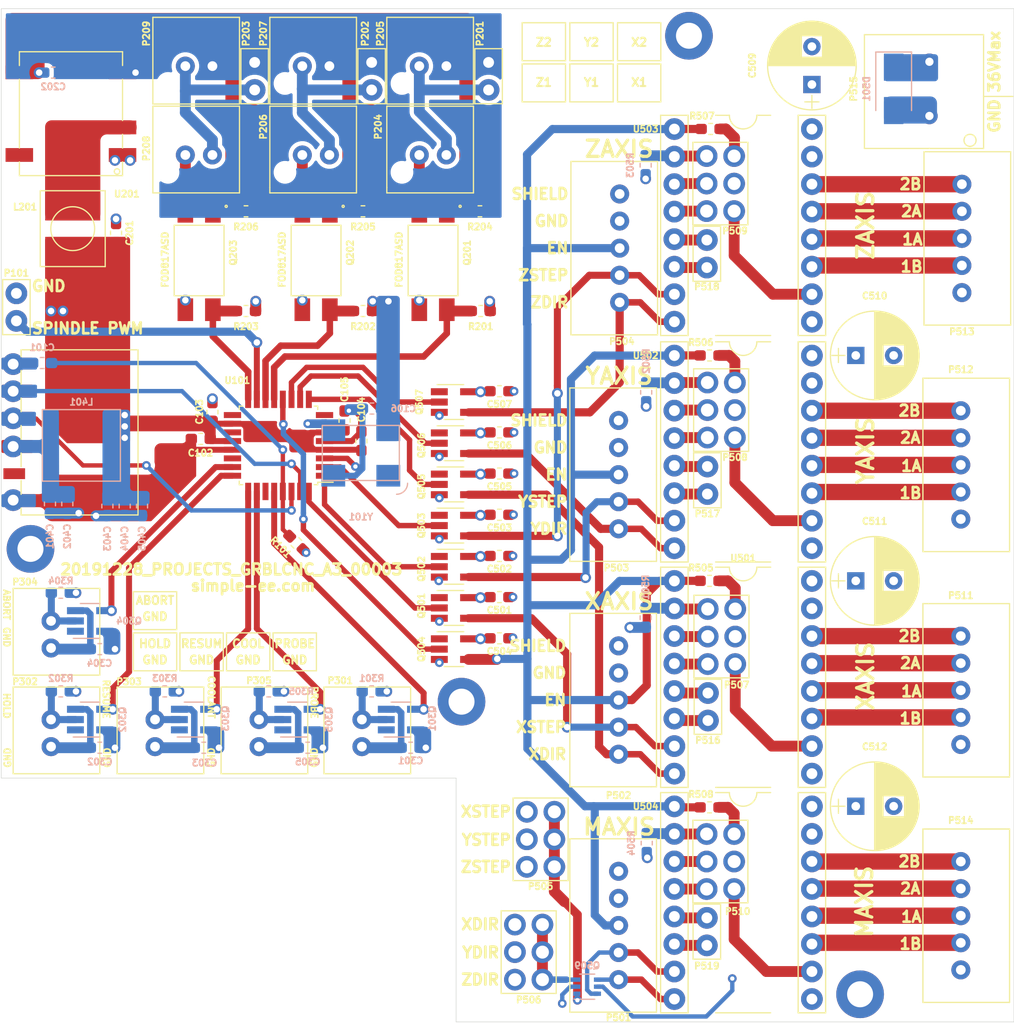
<source format=kicad_pcb>
(kicad_pcb (version 20171130) (host pcbnew "(5.1.5)-3")
  (title_block (date 2019-12-26) (rev A3) (company Simple-ee.com))
  (layers (0 TopLayer signal) (1 GND signal) (2 POWER signal) (31 BottomLayer signal) (34 B.Paste user) (35 F.Paste user) (36 B.SilkS user) (37 F.SilkS user) (38 B.Mask user) (39 F.Mask user) (44 Edge.Cuts user))
  (net 0 "")
  (net 1 /DTR)
  (net 2 "Net-(C101-Pad1)")
  (net 3 +5V)
  (net 4 GND)
  (net 5 GNDD)
  (net 6 +5VD)
  (net 7 /InputConnectors/VIN)
  (net 8 GNDPWR)
  (net 9 VCC)
  (net 10 "Net-(L201-Pad2)")
  (net 11 "Net-(P201-Pad1)")
  (net 12 "Net-(P202-Pad1)")
  (net 13 "Net-(P203-Pad1)")
  (net 14 "Net-(P204-Pad1)")
  (net 15 "Net-(P206-Pad1)")
  (net 16 "Net-(P208-Pad1)")
  (net 17 "Net-(P301-Pad1)")
  (net 18 "Net-(P302-Pad1)")
  (net 19 "Net-(P303-Pad1)")
  (net 20 "Net-(P304-Pad1)")
  (net 21 "Net-(P305-Pad1)")
  (net 22 /TX)
  (net 23 /RX)
  (net 24 /StepperDrive/STEPPER_ENO)
  (net 25 /StepperDrive/MDIRO)
  (net 26 /StepperDrive/MSTEPO)
  (net 27 /StepperDrive/XDIRO)
  (net 28 /StepperDrive/XSTEPO)
  (net 29 /StepperDrive/YDIRO)
  (net 30 /StepperDrive/YSTEPO)
  (net 31 /StepperDrive/ZSTEPO)
  (net 32 /StepperDrive/ZDIRO)
  (net 33 "Net-(P505-Pad1)")
  (net 34 "Net-(P506-Pad1)")
  (net 35 "Net-(P507-Pad5)")
  (net 36 "Net-(P507-Pad3)")
  (net 37 /StepperDrive/XMS1)
  (net 38 /StepperDrive/YMS1)
  (net 39 "Net-(P508-Pad3)")
  (net 40 "Net-(P508-Pad5)")
  (net 41 "Net-(P509-Pad5)")
  (net 42 "Net-(P509-Pad3)")
  (net 43 /StepperDrive/ZMS1)
  (net 44 /StepperDrive/MMS1)
  (net 45 "Net-(P510-Pad3)")
  (net 46 "Net-(P510-Pad5)")
  (net 47 /StepperDrive/X_1B)
  (net 48 /StepperDrive/X_1A)
  (net 49 /StepperDrive/X_2A)
  (net 50 /StepperDrive/X_2B)
  (net 51 /StepperDrive/Y_2B)
  (net 52 /StepperDrive/Y_2A)
  (net 53 /StepperDrive/Y_1A)
  (net 54 /StepperDrive/Y_1B)
  (net 55 /StepperDrive/Z_2B)
  (net 56 /StepperDrive/Z_2A)
  (net 57 /StepperDrive/Z_1A)
  (net 58 /StepperDrive/Z_1B)
  (net 59 /StepperDrive/M_2B)
  (net 60 /StepperDrive/M_2A)
  (net 61 /StepperDrive/M_1A)
  (net 62 /StepperDrive/M_1B)
  (net 63 "Net-(Q201-Pad1)")
  (net 64 /XLIMIT)
  (net 65 "Net-(Q202-Pad1)")
  (net 66 /YLIMIT)
  (net 67 /ZLIMIT)
  (net 68 "Net-(Q203-Pad1)")
  (net 69 /PROBE)
  (net 70 /HOLD)
  (net 71 /RESUME)
  (net 72 /ABORT)
  (net 73 /COOLANT)
  (net 74 /XSTEP)
  (net 75 /YSTEP)
  (net 76 /ZSTEP)
  (net 77 /STEPPER_EN)
  (net 78 /XDIR)
  (net 79 /YDIR)
  (net 80 /ZDIR)
  (net 81 "Net-(P516-Pad2)")
  (net 82 "Net-(P516-Pad1)")
  (net 83 "Net-(P517-Pad2)")
  (net 84 "Net-(P517-Pad1)")
  (net 85 "Net-(P518-Pad1)")
  (net 86 "Net-(P518-Pad2)")
  (net 87 "Net-(P519-Pad1)")
  (net 88 "Net-(P519-Pad2)")
  (net 89 /PWM_EN)
  (net 90 /XTAL1)
  (module Headers:M20 (layer TopLayer) (at 36.4 91 270)
    (fp_text reference P401 hide)
    (fp_text value M20-7910642R)
    (pad 1 smd rect (at -6.35 0 270) (size 1 2) (layers TopLayer F.Paste F.Mask) (net 1 /DTR))
    (pad 2 smd rect (at -3.81 0 270) (size 1 2) (layers TopLayer F.Paste F.Mask) (net 22 /TX))
    (pad 3 smd rect (at -1.27 0 270) (size 1 2) (layers TopLayer F.Paste F.Mask) (net 23 /RX))
    (pad 4 smd rect (at 1.27 0 270) (size 1 2) (layers TopLayer F.Paste F.Mask) (net 7 /InputConnectors/VIN))
    (pad 5 smd rect (at 3.81 0 270) (size 1 2) (layers TopLayer F.Paste F.Mask))
    (pad 6 smd rect (at 6.35 0 270) (size 1 2) (layers TopLayer F.Paste F.Mask) (net 4 GND))
  )
  (module Connectors_sg:2-1971798 (layer TopLayer) (at 68.5 117.5 90)
    (fp_text reference P301 (at 3.6 -2 180) (layer F.SilkS) (effects (font (size 0.6 0.6))))
    (fp_text value 2-1971798-4)
    (pad "" np_thru_hole circle (at 1.6 -1.6 90) (size 1.3 1.3) (drill 1.3) (layers *.Cu *.Mask))
    (pad 2 thru_hole circle (at -2.5 0 90) (size 1.75 1.75) (drill 0.9) (layers *.Cu *.Mask) (net 4 GND))
    (pad 1 thru_hole circle (at 0 0 90) (size 1.75 1.75) (drill 0.9) (layers *.Cu *.Mask) (net 17 "Net-(P301-Pad1)"))
  )
  (module Connectors_sg:2-1971798 (layer TopLayer) (at 39.8 117.5 90)
    (fp_text reference P302 (at 3.5 -2.4 180) (layer F.SilkS) (effects (font (size 0.6 0.6))))
    (fp_text value 2-1971798-4)
    (pad "" np_thru_hole circle (at 1.6 -1.6 90) (size 1.3 1.3) (drill 1.3) (layers *.Cu *.Mask))
    (pad 2 thru_hole circle (at -2.5 0 90) (size 1.75 1.75) (drill 0.9) (layers *.Cu *.Mask) (net 4 GND))
    (pad 1 thru_hole circle (at 0 0 90) (size 1.75 1.75) (drill 0.9) (layers *.Cu *.Mask) (net 18 "Net-(P302-Pad1)"))
  )
  (module Connectors_sg:2-1971798 (layer TopLayer) (at 49.4 117.5 90)
    (fp_text reference P303 (at 3.5 -2.4 180) (layer F.SilkS) (effects (font (size 0.6 0.6))))
    (fp_text value 2-1971798-4)
    (pad "" np_thru_hole circle (at 1.6 -1.6 90) (size 1.3 1.3) (drill 1.3) (layers *.Cu *.Mask))
    (pad 2 thru_hole circle (at -2.5 0 90) (size 1.75 1.75) (drill 0.9) (layers *.Cu *.Mask) (net 4 GND))
    (pad 1 thru_hole circle (at 0 0 90) (size 1.75 1.75) (drill 0.9) (layers *.Cu *.Mask) (net 19 "Net-(P303-Pad1)"))
  )
  (module Connectors_sg:2-1971798 (layer TopLayer) (at 39.8 108.4 90)
    (fp_text reference P304 (at 3.6 -2.4 180) (layer F.SilkS) (effects (font (size 0.6 0.6))))
    (fp_text value 2-1971798-4)
    (pad "" np_thru_hole circle (at 1.6 -1.6 90) (size 1.3 1.3) (drill 1.3) (layers *.Cu *.Mask))
    (pad 2 thru_hole circle (at -2.5 0 90) (size 1.75 1.75) (drill 0.9) (layers *.Cu *.Mask) (net 4 GND))
    (pad 1 thru_hole circle (at 0 0 90) (size 1.75 1.75) (drill 0.9) (layers *.Cu *.Mask) (net 20 "Net-(P304-Pad1)"))
  )
  (module Connectors_sg:2-1971798 (layer TopLayer) (at 59 117.5 90)
    (fp_text reference P305 (at 3.6 0 180) (layer F.SilkS) (effects (font (size 0.6 0.6))))
    (fp_text value 2-1971798-4)
    (pad "" np_thru_hole circle (at 1.6 -1.6 90) (size 1.3 1.3) (drill 1.3) (layers *.Cu *.Mask))
    (pad 2 thru_hole circle (at -2.5 0 90) (size 1.75 1.75) (drill 0.9) (layers *.Cu *.Mask) (net 4 GND))
    (pad 1 thru_hole circle (at 0 0 90) (size 1.75 1.75) (drill 0.9) (layers *.Cu *.Mask) (net 21 "Net-(P305-Pad1)"))
  )
  (module Connectors_sg:2-1971798 (layer TopLayer) (at 73.8 65.4 180)
    (fp_text reference P204 (at 3.8 2.6 90) (layer F.SilkS) (effects (font (size 0.6 0.6))))
    (fp_text value 2-1971798-2)
    (pad "" np_thru_hole circle (at 1.6 -1.6 180) (size 1.3 1.3) (drill 1.3) (layers *.Cu *.Mask))
    (pad 2 thru_hole circle (at -2.5 0 180) (size 1.75 1.75) (drill 0.9) (layers *.Cu *.Mask) (net 11 "Net-(P201-Pad1)"))
    (pad 1 thru_hole circle (at 0 0 180) (size 1.75 1.75) (drill 0.9) (layers *.Cu *.Mask) (net 14 "Net-(P204-Pad1)"))
  )
  (module Connectors_sg:2-1971798 (layer TopLayer) (at 73.8 57.2 180)
    (fp_text reference P205 (at 3.6 3 90) (layer F.SilkS) (effects (font (size 0.6 0.6))))
    (fp_text value 2-1971798-2)
    (pad "" np_thru_hole circle (at 1.6 -1.6 180) (size 1.3 1.3) (drill 1.3) (layers *.Cu *.Mask))
    (pad 2 thru_hole circle (at -2.5 0 180) (size 1.75 1.75) (drill 0.9) (layers *.Cu *.Mask) (net 5 GNDD))
    (pad 1 thru_hole circle (at 0 0 180) (size 1.75 1.75) (drill 0.9) (layers *.Cu *.Mask) (net 11 "Net-(P201-Pad1)"))
  )
  (module Connectors_sg:2-1971798 (layer TopLayer) (at 63 65.4 180)
    (fp_text reference P206 (at 3.6 2.6 90) (layer F.SilkS) (effects (font (size 0.6 0.6))))
    (fp_text value 2-1971798-2)
    (pad "" np_thru_hole circle (at 1.6 -1.6 180) (size 1.3 1.3) (drill 1.3) (layers *.Cu *.Mask))
    (pad 2 thru_hole circle (at -2.5 0 180) (size 1.75 1.75) (drill 0.9) (layers *.Cu *.Mask) (net 12 "Net-(P202-Pad1)"))
    (pad 1 thru_hole circle (at 0 0 180) (size 1.75 1.75) (drill 0.9) (layers *.Cu *.Mask) (net 15 "Net-(P206-Pad1)"))
  )
  (module Connectors_sg:2-1971798 (layer TopLayer) (at 63 57.2 180)
    (fp_text reference P207 (at 3.6 3 90) (layer F.SilkS) (effects (font (size 0.6 0.6))))
    (fp_text value 2-1971798-2)
    (pad "" np_thru_hole circle (at 1.6 -1.6 180) (size 1.3 1.3) (drill 1.3) (layers *.Cu *.Mask))
    (pad 2 thru_hole circle (at -2.5 0 180) (size 1.75 1.75) (drill 0.9) (layers *.Cu *.Mask) (net 5 GNDD))
    (pad 1 thru_hole circle (at 0 0 180) (size 1.75 1.75) (drill 0.9) (layers *.Cu *.Mask) (net 12 "Net-(P202-Pad1)"))
  )
  (module Connectors_sg:2-1971798 (layer TopLayer) (at 52.2 65.4 180)
    (fp_text reference P208 (at 3.6 0.6 90) (layer F.SilkS) (effects (font (size 0.6 0.6))))
    (fp_text value 2-1971798-2)
    (pad "" np_thru_hole circle (at 1.6 -1.6 180) (size 1.3 1.3) (drill 1.3) (layers *.Cu *.Mask))
    (pad 2 thru_hole circle (at -2.5 0 180) (size 1.75 1.75) (drill 0.9) (layers *.Cu *.Mask) (net 13 "Net-(P203-Pad1)"))
    (pad 1 thru_hole circle (at 0 0 180) (size 1.75 1.75) (drill 0.9) (layers *.Cu *.Mask) (net 16 "Net-(P208-Pad1)"))
  )
  (module Connectors_sg:2-1971798 (layer TopLayer) (at 52.2 57.2 180)
    (fp_text reference P209 (at 3.6 3 90) (layer F.SilkS) (effects (font (size 0.6 0.6))))
    (fp_text value 2-1971798-2)
    (pad "" np_thru_hole circle (at 1.6 -1.6 180) (size 1.3 1.3) (drill 1.3) (layers *.Cu *.Mask))
    (pad 2 thru_hole circle (at -2.5 0 180) (size 1.75 1.75) (drill 0.9) (layers *.Cu *.Mask) (net 5 GNDD))
    (pad 1 thru_hole circle (at 0 0 180) (size 1.75 1.75) (drill 0.9) (layers *.Cu *.Mask) (net 13 "Net-(P203-Pad1)"))
  )
  (module Passives:C_0603_Handsolder (layer BottomLayer) (at 38.975 84.6 180)
    (fp_text reference C101 (at 0 1.43) (layer B.SilkS) (effects (font (size 0.6 0.6)) (justify mirror)))
    (fp_text value C0603C104K5RACAUTO)
    (pad 2 smd roundrect (at 0.875 0 180) (size 1.05 0.95) (layers BottomLayer B.Paste B.Mask) (net 1 /DTR))
    (pad 1 smd roundrect (at -0.875 0 180) (size 1.05 0.95) (layers BottomLayer B.Paste B.Mask) (net 2 "Net-(C101-Pad1)"))
  )
  (module Passives:C_0603_Handsolder (layer TopLayer) (at 45.8 72.6 90)
    (fp_text reference C201 (at 0 1.25 90) (layer F.SilkS) (effects (font (size 0.6 0.6))))
    (fp_text value ZRB18AR61E106ME01L)
    (pad 1 smd roundrect (at -0.875 0 90) (size 1.05 0.95) (layers TopLayer F.Paste F.Mask) (net 3 +5V))
    (pad 2 smd roundrect (at 0.875 0 90) (size 1.05 0.95) (layers TopLayer F.Paste F.Mask) (net 4 GND))
  )
  (module Passives:C_0603_Handsolder (layer BottomLayer) (at 40 57.8)
    (fp_text reference C202 (at 0 1.3) (layer B.SilkS) (effects (font (size 0.6 0.6)) (justify mirror)))
    (fp_text value C0603C104K5RACAUTO)
    (pad 2 smd roundrect (at 0.875 0) (size 1.05 0.95) (layers BottomLayer B.Paste B.Mask) (net 5 GNDD))
    (pad 1 smd roundrect (at -0.875 0) (size 1.05 0.95) (layers BottomLayer B.Paste B.Mask) (net 6 +5VD))
  )
  (module Passives:C_0603_Handsolder (layer BottomLayer) (at 73 120.1 180)
    (fp_text reference C301 (at 0 -1.2) (layer B.SilkS) (effects (font (size 0.6 0.6)) (justify mirror)))
    (fp_text value C0603C104K5RACAUTO)
    (pad 1 smd roundrect (at -0.875 0 180) (size 1.05 0.95) (layers BottomLayer B.Paste B.Mask) (net 3 +5V))
    (pad 2 smd roundrect (at 0.875 0 180) (size 1.05 0.95) (layers BottomLayer B.Paste B.Mask) (net 4 GND))
  )
  (module Passives:C_0603_Handsolder (layer BottomLayer) (at 44.3 120.1 180)
    (fp_text reference C302 (at 0 -1.3) (layer B.SilkS) (effects (font (size 0.6 0.6)) (justify mirror)))
    (fp_text value C0603C104K5RACAUTO)
    (pad 2 smd roundrect (at 0.875 0 180) (size 1.05 0.95) (layers BottomLayer B.Paste B.Mask) (net 4 GND))
    (pad 1 smd roundrect (at -0.875 0 180) (size 1.05 0.95) (layers BottomLayer B.Paste B.Mask) (net 3 +5V))
  )
  (module Passives:C_0603_Handsolder (layer BottomLayer) (at 53.9 120.1 180)
    (fp_text reference C303 (at -0.075 -1.4) (layer B.SilkS) (effects (font (size 0.6 0.6)) (justify mirror)))
    (fp_text value C0603C104K5RACAUTO)
    (pad 1 smd roundrect (at -0.875 0 180) (size 1.05 0.95) (layers BottomLayer B.Paste B.Mask) (net 3 +5V))
    (pad 2 smd roundrect (at 0.875 0 180) (size 1.05 0.95) (layers BottomLayer B.Paste B.Mask) (net 4 GND))
  )
  (module Passives:C_0603_Handsolder (layer BottomLayer) (at 44.3 111 180)
    (fp_text reference C304 (at 0.025 -1.3) (layer B.SilkS) (effects (font (size 0.6 0.6)) (justify mirror)))
    (fp_text value C0603C104K5RACAUTO)
    (pad 2 smd roundrect (at 0.875 0 180) (size 1.05 0.95) (layers BottomLayer B.Paste B.Mask) (net 4 GND))
    (pad 1 smd roundrect (at -0.875 0 180) (size 1.05 0.95) (layers BottomLayer B.Paste B.Mask) (net 3 +5V))
  )
  (module Passives:C_0603_Handsolder (layer BottomLayer) (at 63.5 120.1 180)
    (fp_text reference C305 (at 0 -1.3) (layer B.SilkS) (effects (font (size 0.6 0.6)) (justify mirror)))
    (fp_text value C0603C104K5RACAUTO)
    (pad 1 smd roundrect (at -0.875 0 180) (size 1.05 0.95) (layers BottomLayer B.Paste B.Mask) (net 3 +5V))
    (pad 2 smd roundrect (at 0.875 0 180) (size 1.05 0.95) (layers BottomLayer B.Paste B.Mask) (net 4 GND))
  )
  (module Passives:C_0603_Handsolder (layer BottomLayer) (at 39.7 97.6 270)
    (fp_text reference C401 (at 3 0 90) (layer B.SilkS) (effects (font (size 0.6 0.6)) (justify mirror)))
    (fp_text value CL10A105KB8NNNC)
    (pad 2 smd roundrect (at 0.875 0 270) (size 1.05 0.95) (layers BottomLayer B.Paste B.Mask) (net 4 GND))
    (pad 1 smd roundrect (at -0.875 0 270) (size 1.05 0.95) (layers BottomLayer B.Paste B.Mask) (net 7 /InputConnectors/VIN))
  )
  (module Passives:C_0603_Handsolder (layer BottomLayer) (at 41.3 97.6 270)
    (fp_text reference C402 (at 3 0 90) (layer B.SilkS) (effects (font (size 0.6 0.6)) (justify mirror)))
    (fp_text value C0603C104K5RACAUTO)
    (pad 1 smd roundrect (at -0.875 0 270) (size 1.05 0.95) (layers BottomLayer B.Paste B.Mask) (net 7 /InputConnectors/VIN))
    (pad 2 smd roundrect (at 0.875 0 270) (size 1.05 0.95) (layers BottomLayer B.Paste B.Mask) (net 4 GND))
  )
  (module Passives:C_0603_Handsolder (layer BottomLayer) (at 45 97.8 270)
    (fp_text reference C403 (at 3 0 90) (layer B.SilkS) (effects (font (size 0.6 0.6)) (justify mirror)))
    (fp_text value C0603C104K5RACAUTO)
    (pad 1 smd roundrect (at -0.875 0 270) (size 1.05 0.95) (layers BottomLayer B.Paste B.Mask) (net 3 +5V))
    (pad 2 smd roundrect (at 0.875 0 270) (size 1.05 0.95) (layers BottomLayer B.Paste B.Mask) (net 4 GND))
  )
  (module Passives:C_0603_Handsolder (layer BottomLayer) (at 46.6 97.8 270)
    (fp_text reference C404 (at 3 0 270) (layer B.SilkS) (effects (font (size 0.6 0.6)) (justify mirror)))
    (fp_text value CL10A105KB8NNNC)
    (pad 2 smd roundrect (at 0.875 0 270) (size 1.05 0.95) (layers BottomLayer B.Paste B.Mask) (net 4 GND))
    (pad 1 smd roundrect (at -0.875 0 270) (size 1.05 0.95) (layers BottomLayer B.Paste B.Mask) (net 3 +5V))
  )
  (module Passives:C_0603_Handsolder (layer BottomLayer) (at 48.2 97.8 270)
    (fp_text reference C405 (at 3 0 90) (layer B.SilkS) (effects (font (size 0.6 0.6)) (justify mirror)))
    (fp_text value CL10X106MO8NRNC)
    (pad 1 smd roundrect (at -0.875 0 270) (size 1.05 0.95) (layers BottomLayer B.Paste B.Mask) (net 3 +5V))
    (pad 2 smd roundrect (at 0.875 0 270) (size 1.05 0.95) (layers BottomLayer B.Paste B.Mask) (net 4 GND))
  )
  (module Passives:C_0603_Handsolder (layer TopLayer) (at 81.2 106.2)
    (fp_text reference C501 (at 0 1.2) (layer F.SilkS) (effects (font (size 0.6 0.6))))
    (fp_text value C0603C104K5RACAUTO)
    (pad 2 smd roundrect (at 0.875 0) (size 1.05 0.95) (layers TopLayer F.Paste F.Mask) (net 4 GND))
    (pad 1 smd roundrect (at -0.875 0) (size 1.05 0.95) (layers TopLayer F.Paste F.Mask) (net 3 +5V))
  )
  (module Passives:C_0603_Handsolder (layer TopLayer) (at 81.2 102.4)
    (fp_text reference C502 (at 0 1.2) (layer F.SilkS) (effects (font (size 0.6 0.6))))
    (fp_text value C0603C104K5RACAUTO)
    (pad 2 smd roundrect (at 0.875 0) (size 1.05 0.95) (layers TopLayer F.Paste F.Mask) (net 4 GND))
    (pad 1 smd roundrect (at -0.875 0) (size 1.05 0.95) (layers TopLayer F.Paste F.Mask) (net 3 +5V))
  )
  (module Passives:C_0603_Handsolder (layer TopLayer) (at 81.2 98.6)
    (fp_text reference C503 (at 0 1.2) (layer F.SilkS) (effects (font (size 0.6 0.6))))
    (fp_text value C0603C104K5RACAUTO)
    (pad 1 smd roundrect (at -0.875 0) (size 1.05 0.95) (layers TopLayer F.Paste F.Mask) (net 3 +5V))
    (pad 2 smd roundrect (at 0.875 0) (size 1.05 0.95) (layers TopLayer F.Paste F.Mask) (net 4 GND))
  )
  (module Passives:C_0603_Handsolder (layer TopLayer) (at 81.2 110)
    (fp_text reference C504 (at 0 1.2) (layer F.SilkS) (effects (font (size 0.6 0.6))))
    (fp_text value C0603C104K5RACAUTO)
    (pad 1 smd roundrect (at -0.875 0) (size 1.05 0.95) (layers TopLayer F.Paste F.Mask) (net 3 +5V))
    (pad 2 smd roundrect (at 0.875 0) (size 1.05 0.95) (layers TopLayer F.Paste F.Mask) (net 4 GND))
  )
  (module Passives:C_0603_Handsolder (layer TopLayer) (at 81.2 94.8)
    (fp_text reference C505 (at 0 1.2) (layer F.SilkS) (effects (font (size 0.6 0.6))))
    (fp_text value C0603C104K5RACAUTO)
    (pad 2 smd roundrect (at 0.875 0) (size 1.05 0.95) (layers TopLayer F.Paste F.Mask) (net 4 GND))
    (pad 1 smd roundrect (at -0.875 0) (size 1.05 0.95) (layers TopLayer F.Paste F.Mask) (net 3 +5V))
  )
  (module Passives:C_0603_Handsolder (layer TopLayer) (at 81.2 91)
    (fp_text reference C506 (at 0 1.2) (layer F.SilkS) (effects (font (size 0.6 0.6))))
    (fp_text value C0603C104K5RACAUTO)
    (pad 1 smd roundrect (at -0.875 0) (size 1.05 0.95) (layers TopLayer F.Paste F.Mask) (net 3 +5V))
    (pad 2 smd roundrect (at 0.875 0) (size 1.05 0.95) (layers TopLayer F.Paste F.Mask) (net 4 GND))
  )
  (module Passives:C_0603_Handsolder (layer TopLayer) (at 81.2 87.2)
    (fp_text reference C507 (at 0 1.2) (layer F.SilkS) (effects (font (size 0.6 0.6))))
    (fp_text value C0603C104K5RACAUTO)
    (pad 2 smd roundrect (at 0.875 0) (size 1.05 0.95) (layers TopLayer F.Paste F.Mask) (net 4 GND))
    (pad 1 smd roundrect (at -0.875 0) (size 1.05 0.95) (layers TopLayer F.Paste F.Mask) (net 3 +5V))
  )
  (module Capacitors:Radial_D8.0mm_P3.50mm (layer TopLayer) (at 110.05 58.9 90)
    (fp_text reference C509 (at 1.75 -5.5 90) (layer F.SilkS) (effects (font (size 0.6 0.6))))
    (fp_text value 870055674006)
    (pad 2 thru_hole circle (at 3.5 0 90) (size 1.6 1.6) (drill 0.8) (layers *.Cu *.Mask) (net 8 GNDPWR))
    (pad 1 thru_hole rect (at 0 0 90) (size 1.6 1.6) (drill 0.8) (layers *.Cu *.Mask) (net 9 VCC))
  )
  (module Capacitors:Radial_D8.0mm_P3.50mm (layer TopLayer) (at 114.1 83.9)
    (fp_text reference C510 (at 1.75 -5.5) (layer F.SilkS) (effects (font (size 0.6 0.6))))
    (fp_text value 870055674006)
    (pad 1 thru_hole rect (at 0 0) (size 1.6 1.6) (drill 0.8) (layers *.Cu *.Mask) (net 9 VCC))
    (pad 2 thru_hole circle (at 3.5 0) (size 1.6 1.6) (drill 0.8) (layers *.Cu *.Mask) (net 8 GNDPWR))
  )
  (module Capacitors:Radial_D8.0mm_P3.50mm (layer TopLayer) (at 114.1 104.7)
    (fp_text reference C511 (at 1.75 -5.5) (layer F.SilkS) (effects (font (size 0.6 0.6))))
    (fp_text value 870055674006)
    (pad 1 thru_hole rect (at 0 0) (size 1.6 1.6) (drill 0.8) (layers *.Cu *.Mask) (net 9 VCC))
    (pad 2 thru_hole circle (at 3.5 0) (size 1.6 1.6) (drill 0.8) (layers *.Cu *.Mask) (net 8 GNDPWR))
  )
  (module Capacitors:Radial_D8.0mm_P3.50mm (layer TopLayer) (at 114.1 125.5)
    (fp_text reference C512 (at 1.75 -5.5) (layer F.SilkS) (effects (font (size 0.6 0.6))))
    (fp_text value 870055674006)
    (pad 2 thru_hole circle (at 3.5 0) (size 1.6 1.6) (drill 0.8) (layers *.Cu *.Mask) (net 8 GNDPWR))
    (pad 1 thru_hole rect (at 0 0) (size 1.6 1.6) (drill 0.8) (layers *.Cu *.Mask) (net 9 VCC))
  )
  (module Diodes_SMD:D_SMA (layer BottomLayer) (at 117.6 59.3 270)
    (fp_text reference D501 (at 0 2.5 90) (layer B.SilkS) (effects (font (size 0.6 0.6)) (justify mirror)))
    (fp_text value 824501301)
    (pad 2 smd rect (at 2 0 270) (size 2.5 1.8) (layers BottomLayer B.Paste B.Mask) (net 8 GNDPWR))
    (pad 1 smd rect (at -2 0 270) (size 2.5 1.8) (layers BottomLayer B.Paste B.Mask) (net 9 VCC))
  )
  (module Inductors:MSS5131 (layer TopLayer) (at 41.8 72.2 180)
    (fp_text reference L201 (at 4.4 2) (layer F.SilkS) (effects (font (size 0.6 0.6))))
    (fp_text value MSS5131-472ML)
    (pad 1 smd rect (at 0 -2.025 180) (size 5.08 2.54) (layers TopLayer F.Paste F.Mask) (net 3 +5V))
    (pad 2 smd rect (at 0 2.025 180) (size 5.08 2.54) (layers TopLayer F.Paste F.Mask) (net 10 "Net-(L201-Pad2)"))
  )
  (module Inductors:LPS6235 (layer BottomLayer) (at 42.6 92.2)
    (fp_text reference L401 (at 0 -4) (layer B.SilkS) (effects (font (size 0.6 0.6)) (justify mirror)))
    (fp_text value LPS6235-682MR_0)
    (pad 1 smd rect (at -2.85 0) (size 1.5 6.6) (layers BottomLayer B.Paste B.Mask) (net 7 /InputConnectors/VIN))
    (pad 2 smd rect (at 2.85 0) (size 1.5 6.6) (layers BottomLayer B.Paste B.Mask) (net 3 +5V))
  )
  (module Connectors_sg:TH_2POS_2.54MM (layer TopLayer) (at 80.2 55.59 90)
    (fp_text reference P201 (at 1.39 -0.8 90) (layer F.SilkS) (effects (font (size 0.6 0.6))))
    (fp_text value TH_2POS_2.54MM)
    (pad 1 thru_hole circle (at -3.81 0 90) (size 2 2) (drill 1) (layers *.Cu *.Mask) (net 11 "Net-(P201-Pad1)"))
    (pad 2 thru_hole circle (at -1.27 0 90) (size 2 2) (drill 1) (layers *.Cu *.Mask) (net 5 GNDD))
  )
  (module Connectors_sg:TH_2POS_2.54MM (layer TopLayer) (at 69.4 55.59 90)
    (fp_text reference P202 (at 1.39 -0.6 90) (layer F.SilkS) (effects (font (size 0.6 0.6))))
    (fp_text value TH_2POS_2.54MM)
    (pad 2 thru_hole circle (at -1.27 0 90) (size 2 2) (drill 1) (layers *.Cu *.Mask) (net 5 GNDD))
    (pad 1 thru_hole circle (at -3.81 0 90) (size 2 2) (drill 1) (layers *.Cu *.Mask) (net 12 "Net-(P202-Pad1)"))
  )
  (module Connectors_sg:TH_2POS_2.54MM (layer TopLayer) (at 58.6 55.59 90)
    (fp_text reference P203 (at 1.39 -0.8 90) (layer F.SilkS) (effects (font (size 0.6 0.6))))
    (fp_text value TH_2POS_2.54MM)
    (pad 1 thru_hole circle (at -3.81 0 90) (size 2 2) (drill 1) (layers *.Cu *.Mask) (net 13 "Net-(P203-Pad1)"))
    (pad 2 thru_hole circle (at -1.27 0 90) (size 2 2) (drill 1) (layers *.Cu *.Mask) (net 5 GNDD))
  )
  (module Connectors_sg:5-1971798-2 (layer TopLayer) (at 92.2 136.5 270)
    (fp_text reference P501 (at 8.5 0 180) (layer F.SilkS) (effects (font (size 0.6 0.6))))
    (fp_text value 5-1971798-2)
    (pad "" np_thru_hole circle (at 6.6 -1.6 270) (size 1.3 1.3) (drill 1.3) (layers *.Cu *.Mask))
    (pad 5 thru_hole circle (at -5 0 270) (size 1.75 1.75) (drill 0.9) (layers *.Cu *.Mask) (net 4 GND))
    (pad 4 thru_hole circle (at -2.5 0 270) (size 1.75 1.75) (drill 0.9) (layers *.Cu *.Mask) (net 4 GND))
    (pad 3 thru_hole circle (at 0 0 270) (size 1.75 1.75) (drill 0.9) (layers *.Cu *.Mask) (net 24 /StepperDrive/STEPPER_ENO))
    (pad 2 thru_hole circle (at 2.5 0 270) (size 1.75 1.75) (drill 0.9) (layers *.Cu *.Mask) (net 26 /StepperDrive/MSTEPO))
    (pad 1 thru_hole circle (at 5 0 270) (size 1.75 1.75) (drill 0.9) (layers *.Cu *.Mask) (net 25 /StepperDrive/MDIRO))
  )
  (module Connectors_sg:5-1971798-2 (layer TopLayer) (at 92.2 115.7 270)
    (fp_text reference P502 (at 8.8 0 180) (layer F.SilkS) (effects (font (size 0.6 0.6))))
    (fp_text value 5-1971798-2)
    (pad "" np_thru_hole circle (at 6.6 -1.6 270) (size 1.3 1.3) (drill 1.3) (layers *.Cu *.Mask))
    (pad 5 thru_hole circle (at -5 0 270) (size 1.75 1.75) (drill 0.9) (layers *.Cu *.Mask) (net 4 GND))
    (pad 4 thru_hole circle (at -2.5 0 270) (size 1.75 1.75) (drill 0.9) (layers *.Cu *.Mask) (net 4 GND))
    (pad 3 thru_hole circle (at 0 0 270) (size 1.75 1.75) (drill 0.9) (layers *.Cu *.Mask) (net 24 /StepperDrive/STEPPER_ENO))
    (pad 2 thru_hole circle (at 2.5 0 270) (size 1.75 1.75) (drill 0.9) (layers *.Cu *.Mask) (net 28 /StepperDrive/XSTEPO))
    (pad 1 thru_hole circle (at 5 0 270) (size 1.75 1.75) (drill 0.9) (layers *.Cu *.Mask) (net 27 /StepperDrive/XDIRO))
  )
  (module Connectors_sg:5-1971798-2 (layer TopLayer) (at 92.2 94.9 270)
    (fp_text reference P503 (at 8.6 0.2 180) (layer F.SilkS) (effects (font (size 0.6 0.6))))
    (fp_text value 5-1971798-2)
    (pad "" np_thru_hole circle (at 6.6 -1.6 270) (size 1.3 1.3) (drill 1.3) (layers *.Cu *.Mask))
    (pad 5 thru_hole circle (at -5 0 270) (size 1.75 1.75) (drill 0.9) (layers *.Cu *.Mask) (net 4 GND))
    (pad 4 thru_hole circle (at -2.5 0 270) (size 1.75 1.75) (drill 0.9) (layers *.Cu *.Mask) (net 4 GND))
    (pad 3 thru_hole circle (at 0 0 270) (size 1.75 1.75) (drill 0.9) (layers *.Cu *.Mask) (net 24 /StepperDrive/STEPPER_ENO))
    (pad 2 thru_hole circle (at 2.5 0 270) (size 1.75 1.75) (drill 0.9) (layers *.Cu *.Mask) (net 30 /StepperDrive/YSTEPO))
    (pad 1 thru_hole circle (at 5 0 270) (size 1.75 1.75) (drill 0.9) (layers *.Cu *.Mask) (net 29 /StepperDrive/YDIRO))
  )
  (module Connectors_sg:5-1971798-2 (layer TopLayer) (at 92.3 74 270)
    (fp_text reference P504 (at 8.6 -0.2 180) (layer F.SilkS) (effects (font (size 0.6 0.6))))
    (fp_text value 5-1971798-2)
    (pad 1 thru_hole circle (at 5 0 270) (size 1.75 1.75) (drill 0.9) (layers *.Cu *.Mask) (net 32 /StepperDrive/ZDIRO))
    (pad 2 thru_hole circle (at 2.5 0 270) (size 1.75 1.75) (drill 0.9) (layers *.Cu *.Mask) (net 31 /StepperDrive/ZSTEPO))
    (pad 3 thru_hole circle (at 0 0 270) (size 1.75 1.75) (drill 0.9) (layers *.Cu *.Mask) (net 24 /StepperDrive/STEPPER_ENO))
    (pad 4 thru_hole circle (at -2.5 0 270) (size 1.75 1.75) (drill 0.9) (layers *.Cu *.Mask) (net 4 GND))
    (pad 5 thru_hole circle (at -5 0 270) (size 1.75 1.75) (drill 0.9) (layers *.Cu *.Mask) (net 4 GND))
    (pad "" np_thru_hole circle (at 6.6 -1.6 270) (size 1.3 1.3) (drill 1.3) (layers *.Cu *.Mask))
  )
  (module "Terminal Blocks:M20-9980346" (layer TopLayer) (at 85 128.55 180)
    (fp_text reference P505 (at 0 -4.34) (layer F.SilkS) (effects (font (size 0.6 0.6))))
    (fp_text value M20-9980346)
    (pad 6 thru_hole circle (at 1.27 2.54 180) (size 2 2) (drill 1.2) (layers *.Cu *.Mask) (net 28 /StepperDrive/XSTEPO))
    (pad 5 thru_hole circle (at -1.27 2.54 180) (size 2 2) (drill 1.2) (layers *.Cu *.Mask) (net 33 "Net-(P505-Pad1)"))
    (pad 4 thru_hole circle (at 1.27 0 180) (size 2 2) (drill 1.2) (layers *.Cu *.Mask) (net 30 /StepperDrive/YSTEPO))
    (pad 3 thru_hole circle (at -1.27 0 180) (size 2 2) (drill 1.2) (layers *.Cu *.Mask) (net 33 "Net-(P505-Pad1)"))
    (pad 2 thru_hole circle (at 1.27 -2.54 180) (size 2 2) (drill 1.2) (layers *.Cu *.Mask) (net 31 /StepperDrive/ZSTEPO))
    (pad 1 thru_hole circle (at -1.27 -2.54 180) (size 2 2) (drill 1.2) (layers *.Cu *.Mask) (net 33 "Net-(P505-Pad1)"))
  )
  (module "Terminal Blocks:M20-9980346" (layer TopLayer) (at 83.9 138.96 180)
    (fp_text reference P506 (at 0 -4.4) (layer F.SilkS) (effects (font (size 0.6 0.6))))
    (fp_text value M20-9980346)
    (pad 1 thru_hole circle (at -1.27 -2.54 180) (size 2 2) (drill 1.2) (layers *.Cu *.Mask) (net 34 "Net-(P506-Pad1)"))
    (pad 2 thru_hole circle (at 1.27 -2.54 180) (size 2 2) (drill 1.2) (layers *.Cu *.Mask) (net 32 /StepperDrive/ZDIRO))
    (pad 3 thru_hole circle (at -1.27 0 180) (size 2 2) (drill 1.2) (layers *.Cu *.Mask) (net 34 "Net-(P506-Pad1)"))
    (pad 4 thru_hole circle (at 1.27 0 180) (size 2 2) (drill 1.2) (layers *.Cu *.Mask) (net 29 /StepperDrive/YDIRO))
    (pad 5 thru_hole circle (at -1.27 2.54 180) (size 2 2) (drill 1.2) (layers *.Cu *.Mask) (net 34 "Net-(P506-Pad1)"))
    (pad 6 thru_hole circle (at 1.27 2.54 180) (size 2 2) (drill 1.2) (layers *.Cu *.Mask) (net 27 /StepperDrive/XDIRO))
  )
  (module "Terminal Blocks:M20-9980346" (layer TopLayer) (at 101.7 109.84)
    (fp_text reference P507 (at 1.4 4.46) (layer F.SilkS) (effects (font (size 0.6 0.6))))
    (fp_text value M20-9980346)
    (pad 6 thru_hole circle (at 1.27 2.54) (size 2 2) (drill 1.2) (layers *.Cu *.Mask) (net 3 +5V))
    (pad 5 thru_hole circle (at -1.27 2.54) (size 2 2) (drill 1.2) (layers *.Cu *.Mask) (net 35 "Net-(P507-Pad5)"))
    (pad 4 thru_hole circle (at 1.27 0) (size 2 2) (drill 1.2) (layers *.Cu *.Mask) (net 3 +5V))
    (pad 3 thru_hole circle (at -1.27 0) (size 2 2) (drill 1.2) (layers *.Cu *.Mask) (net 36 "Net-(P507-Pad3)"))
    (pad 2 thru_hole circle (at 1.27 -2.54) (size 2 2) (drill 1.2) (layers *.Cu *.Mask) (net 3 +5V))
    (pad 1 thru_hole circle (at -1.27 -2.54) (size 2 2) (drill 1.2) (layers *.Cu *.Mask) (net 37 /StepperDrive/XMS1))
  )
  (module "Terminal Blocks:M20-9980346" (layer TopLayer) (at 101.67 88.94)
    (fp_text reference P508 (at 1.28 4.36) (layer F.SilkS) (effects (font (size 0.6 0.6))))
    (fp_text value M20-9980346)
    (pad 1 thru_hole circle (at -1.27 -2.54) (size 2 2) (drill 1.2) (layers *.Cu *.Mask) (net 38 /StepperDrive/YMS1))
    (pad 2 thru_hole circle (at 1.27 -2.54) (size 2 2) (drill 1.2) (layers *.Cu *.Mask) (net 3 +5V))
    (pad 3 thru_hole circle (at -1.27 0) (size 2 2) (drill 1.2) (layers *.Cu *.Mask) (net 39 "Net-(P508-Pad3)"))
    (pad 4 thru_hole circle (at 1.27 0) (size 2 2) (drill 1.2) (layers *.Cu *.Mask) (net 3 +5V))
    (pad 5 thru_hole circle (at -1.27 2.54) (size 2 2) (drill 1.2) (layers *.Cu *.Mask) (net 40 "Net-(P508-Pad5)"))
    (pad 6 thru_hole circle (at 1.27 2.54) (size 2 2) (drill 1.2) (layers *.Cu *.Mask) (net 3 +5V))
  )
  (module "Terminal Blocks:M20-9980346" (layer TopLayer) (at 101.6 68.04)
    (fp_text reference P509 (at 1.35 4.36) (layer F.SilkS) (effects (font (size 0.6 0.6))))
    (fp_text value M20-9980346)
    (pad 6 thru_hole circle (at 1.27 2.54) (size 2 2) (drill 1.2) (layers *.Cu *.Mask) (net 3 +5V))
    (pad 5 thru_hole circle (at -1.27 2.54) (size 2 2) (drill 1.2) (layers *.Cu *.Mask) (net 41 "Net-(P509-Pad5)"))
    (pad 4 thru_hole circle (at 1.27 0) (size 2 2) (drill 1.2) (layers *.Cu *.Mask) (net 3 +5V))
    (pad 3 thru_hole circle (at -1.27 0) (size 2 2) (drill 1.2) (layers *.Cu *.Mask) (net 42 "Net-(P509-Pad3)"))
    (pad 2 thru_hole circle (at 1.27 -2.54) (size 2 2) (drill 1.2) (layers *.Cu *.Mask) (net 3 +5V))
    (pad 1 thru_hole circle (at -1.27 -2.54) (size 2 2) (drill 1.2) (layers *.Cu *.Mask) (net 43 /StepperDrive/ZMS1))
  )
  (module "Terminal Blocks:M20-9980346" (layer TopLayer) (at 101.6 130.6)
    (fp_text reference P510 (at 1.6 4.6) (layer F.SilkS) (effects (font (size 0.6 0.6))))
    (fp_text value M20-9980346)
    (pad 1 thru_hole circle (at -1.27 -2.54) (size 2 2) (drill 1.2) (layers *.Cu *.Mask) (net 44 /StepperDrive/MMS1))
    (pad 2 thru_hole circle (at 1.27 -2.54) (size 2 2) (drill 1.2) (layers *.Cu *.Mask) (net 3 +5V))
    (pad 3 thru_hole circle (at -1.27 0) (size 2 2) (drill 1.2) (layers *.Cu *.Mask) (net 45 "Net-(P510-Pad3)"))
    (pad 4 thru_hole circle (at 1.27 0) (size 2 2) (drill 1.2) (layers *.Cu *.Mask) (net 3 +5V))
    (pad 5 thru_hole circle (at -1.27 2.54) (size 2 2) (drill 1.2) (layers *.Cu *.Mask) (net 46 "Net-(P510-Pad5)"))
    (pad 6 thru_hole circle (at 1.27 2.54) (size 2 2) (drill 1.2) (layers *.Cu *.Mask) (net 3 +5V))
  )
  (module Connectors_sg:5-1971798-2 (layer TopLayer) (at 123.8 114.8 90)
    (fp_text reference P511 (at 8.75 0 180) (layer F.SilkS) (effects (font (size 0.6 0.6))))
    (fp_text value 5-1971798-3)
    (pad "" np_thru_hole circle (at 6.6 -1.6 90) (size 1.3 1.3) (drill 1.3) (layers *.Cu *.Mask))
    (pad 5 thru_hole circle (at -5 0 90) (size 1.75 1.75) (drill 0.9) (layers *.Cu *.Mask) (net 8 GNDPWR))
    (pad 4 thru_hole circle (at -2.5 0 90) (size 1.75 1.75) (drill 0.9) (layers *.Cu *.Mask) (net 47 /StepperDrive/X_1B))
    (pad 3 thru_hole circle (at 0 0 90) (size 1.75 1.75) (drill 0.9) (layers *.Cu *.Mask) (net 48 /StepperDrive/X_1A))
    (pad 2 thru_hole circle (at 2.5 0 90) (size 1.75 1.75) (drill 0.9) (layers *.Cu *.Mask) (net 49 /StepperDrive/X_2A))
    (pad 1 thru_hole circle (at 5 0 90) (size 1.75 1.75) (drill 0.9) (layers *.Cu *.Mask) (net 50 /StepperDrive/X_2B))
  )
  (module Connectors_sg:5-1971798-2 (layer TopLayer) (at 123.8 94 90)
    (fp_text reference P512 (at 8.8 0 180) (layer F.SilkS) (effects (font (size 0.6 0.6))))
    (fp_text value 5-1971798-3)
    (pad 1 thru_hole circle (at 5 0 90) (size 1.75 1.75) (drill 0.9) (layers *.Cu *.Mask) (net 51 /StepperDrive/Y_2B))
    (pad 2 thru_hole circle (at 2.5 0 90) (size 1.75 1.75) (drill 0.9) (layers *.Cu *.Mask) (net 52 /StepperDrive/Y_2A))
    (pad 3 thru_hole circle (at 0 0 90) (size 1.75 1.75) (drill 0.9) (layers *.Cu *.Mask) (net 53 /StepperDrive/Y_1A))
    (pad 4 thru_hole circle (at -2.5 0 90) (size 1.75 1.75) (drill 0.9) (layers *.Cu *.Mask) (net 54 /StepperDrive/Y_1B))
    (pad 5 thru_hole circle (at -5 0 90) (size 1.75 1.75) (drill 0.9) (layers *.Cu *.Mask) (net 8 GNDPWR))
    (pad "" np_thru_hole circle (at 6.6 -1.6 90) (size 1.3 1.3) (drill 1.3) (layers *.Cu *.Mask))
  )
  (module Connectors_sg:5-1971798-2 (layer TopLayer) (at 123.9 73.1 90)
    (fp_text reference P513 (at -8.6 0) (layer F.SilkS) (effects (font (size 0.6 0.6))))
    (fp_text value 5-1971798-3)
    (pad 1 thru_hole circle (at 5 0 90) (size 1.75 1.75) (drill 0.9) (layers *.Cu *.Mask) (net 55 /StepperDrive/Z_2B))
    (pad 2 thru_hole circle (at 2.5 0 90) (size 1.75 1.75) (drill 0.9) (layers *.Cu *.Mask) (net 56 /StepperDrive/Z_2A))
    (pad 3 thru_hole circle (at 0 0 90) (size 1.75 1.75) (drill 0.9) (layers *.Cu *.Mask) (net 57 /StepperDrive/Z_1A))
    (pad 4 thru_hole circle (at -2.5 0 90) (size 1.75 1.75) (drill 0.9) (layers *.Cu *.Mask) (net 58 /StepperDrive/Z_1B))
    (pad 5 thru_hole circle (at -5 0 90) (size 1.75 1.75) (drill 0.9) (layers *.Cu *.Mask) (net 8 GNDPWR))
    (pad "" np_thru_hole circle (at 6.6 -1.6 90) (size 1.3 1.3) (drill 1.3) (layers *.Cu *.Mask))
  )
  (module Connectors_sg:5-1971798-2 (layer TopLayer) (at 123.8 135.6 90)
    (fp_text reference P514 (at 8.8 0 180) (layer F.SilkS) (effects (font (size 0.6 0.6))))
    (fp_text value 5-1971798-3)
    (pad 1 thru_hole circle (at 5 0 90) (size 1.75 1.75) (drill 0.9) (layers *.Cu *.Mask) (net 59 /StepperDrive/M_2B))
    (pad 2 thru_hole circle (at 2.5 0 90) (size 1.75 1.75) (drill 0.9) (layers *.Cu *.Mask) (net 60 /StepperDrive/M_2A))
    (pad 3 thru_hole circle (at 0 0 90) (size 1.75 1.75) (drill 0.9) (layers *.Cu *.Mask) (net 61 /StepperDrive/M_1A))
    (pad 4 thru_hole circle (at -2.5 0 90) (size 1.75 1.75) (drill 0.9) (layers *.Cu *.Mask) (net 62 /StepperDrive/M_1B))
    (pad 5 thru_hole circle (at -5 0 90) (size 1.75 1.75) (drill 0.9) (layers *.Cu *.Mask) (net 8 GNDPWR))
    (pad "" np_thru_hole circle (at 6.6 -1.6 90) (size 1.3 1.3) (drill 1.3) (layers *.Cu *.Mask))
  )
  (module "Terminal Blocks:1792863" (layer TopLayer) (at 120.9 59.3 270)
    (fp_text reference P515 (at 0 7 90) (layer F.SilkS) (effects (font (size 0.6 0.6))))
    (fp_text value 1792863)
    (pad 1 thru_hole circle (at 2.5 0 270) (size 1.524 1.524) (drill 0.762) (layers *.Cu *.Mask) (net 8 GNDPWR))
    (pad 2 thru_hole circle (at -2.5 0 270) (size 1.524 1.524) (drill 0.762) (layers *.Cu *.Mask) (net 9 VCC))
  )
  (module SSOP:SMD-4 (layer TopLayer) (at 75.07 75.14 270)
    (fp_text reference Q201 (at -0.7221 -3.15415 90) (layer F.SilkS) (effects (font (size 0.6 0.6))))
    (fp_text value FOD817ASD (at -0.085445 3.14092 90) (layer F.SilkS) (effects (font (size 0.6 0.6))))
    (pad 1 smd rect (at -4.54 -1.27) (size 1.44 2.09) (layers TopLayer F.Paste F.Mask) (net 63 "Net-(Q201-Pad1)"))
    (pad 2 smd rect (at -4.54 1.27) (size 1.44 2.09) (layers TopLayer F.Paste F.Mask) (net 14 "Net-(P204-Pad1)"))
    (pad 3 smd rect (at 4.54 1.27) (size 1.44 2.09) (layers TopLayer F.Paste F.Mask) (net 4 GND))
    (pad 4 smd rect (at 4.54 -1.27) (size 1.44 2.09) (layers TopLayer F.Paste F.Mask) (net 64 /XLIMIT))
  )
  (module SSOP:SMD-4 (layer TopLayer) (at 64.27 75.14 270)
    (fp_text reference Q202 (at -0.7221 -3.15415 90) (layer F.SilkS) (effects (font (size 0.6 0.6))))
    (fp_text value FOD817ASD (at -0.085445 3.14092 90) (layer F.SilkS) (effects (font (size 0.6 0.6))))
    (pad 1 smd rect (at -4.54 -1.27) (size 1.44 2.09) (layers TopLayer F.Paste F.Mask) (net 65 "Net-(Q202-Pad1)"))
    (pad 2 smd rect (at -4.54 1.27) (size 1.44 2.09) (layers TopLayer F.Paste F.Mask) (net 15 "Net-(P206-Pad1)"))
    (pad 3 smd rect (at 4.54 1.27) (size 1.44 2.09) (layers TopLayer F.Paste F.Mask) (net 4 GND))
    (pad 4 smd rect (at 4.54 -1.27) (size 1.44 2.09) (layers TopLayer F.Paste F.Mask) (net 66 /YLIMIT))
  )
  (module SSOP:SMD-4 (layer TopLayer) (at 53.47 75.14 270)
    (fp_text reference Q203 (at -0.7221 -3.15415 90) (layer F.SilkS) (effects (font (size 0.6 0.6))))
    (fp_text value FOD817ASD (at -0.085445 3.14092 90) (layer F.SilkS) (effects (font (size 0.6 0.6))))
    (pad 4 smd rect (at 4.54 -1.27) (size 1.44 2.09) (layers TopLayer F.Paste F.Mask) (net 67 /ZLIMIT))
    (pad 3 smd rect (at 4.54 1.27) (size 1.44 2.09) (layers TopLayer F.Paste F.Mask) (net 4 GND))
    (pad 2 smd rect (at -4.54 1.27) (size 1.44 2.09) (layers TopLayer F.Paste F.Mask) (net 16 "Net-(P208-Pad1)"))
    (pad 1 smd rect (at -4.54 -1.27) (size 1.44 2.09) (layers TopLayer F.Paste F.Mask) (net 68 "Net-(Q203-Pad1)"))
  )
  (module SOT:SOT-23-5_HandSoldering (layer BottomLayer) (at 72.1 117.5)
    (fp_text reference Q301 (at 2.9 -0.1 270) (layer B.SilkS) (effects (font (size 0.6 0.6)) (justify mirror)))
    (fp_text value SN74LVC1G17DBVR)
    (pad 5 smd rect (at 1.35 0.95) (size 1.56 0.65) (layers BottomLayer B.Paste B.Mask) (net 3 +5V))
    (pad 4 smd rect (at 1.35 -0.95) (size 1.56 0.65) (layers BottomLayer B.Paste B.Mask) (net 69 /PROBE))
    (pad 3 smd rect (at -1.35 -0.95) (size 1.56 0.65) (layers BottomLayer B.Paste B.Mask) (net 4 GND))
    (pad 2 smd rect (at -1.35 0) (size 1.56 0.65) (layers BottomLayer B.Paste B.Mask) (net 17 "Net-(P301-Pad1)"))
    (pad 1 smd rect (at -1.35 0.95) (size 1.56 0.65) (layers BottomLayer B.Paste B.Mask))
  )
  (module SOT:SOT-23-5_HandSoldering (layer BottomLayer) (at 43.4 117.5)
    (fp_text reference Q302 (at 3 0 90) (layer B.SilkS) (effects (font (size 0.6 0.6)) (justify mirror)))
    (fp_text value SN74LVC1G17DBVR)
    (pad 1 smd rect (at -1.35 0.95) (size 1.56 0.65) (layers BottomLayer B.Paste B.Mask))
    (pad 2 smd rect (at -1.35 0) (size 1.56 0.65) (layers BottomLayer B.Paste B.Mask) (net 18 "Net-(P302-Pad1)"))
    (pad 3 smd rect (at -1.35 -0.95) (size 1.56 0.65) (layers BottomLayer B.Paste B.Mask) (net 4 GND))
    (pad 4 smd rect (at 1.35 -0.95) (size 1.56 0.65) (layers BottomLayer B.Paste B.Mask) (net 70 /HOLD))
    (pad 5 smd rect (at 1.35 0.95) (size 1.56 0.65) (layers BottomLayer B.Paste B.Mask) (net 3 +5V))
  )
  (module SOT:SOT-23-5_HandSoldering (layer BottomLayer) (at 53 117.5)
    (fp_text reference Q303 (at 2.9 -0.1 90) (layer B.SilkS) (effects (font (size 0.6 0.6)) (justify mirror)))
    (fp_text value SN74LVC1G17DBVR)
    (pad 5 smd rect (at 1.35 0.95) (size 1.56 0.65) (layers BottomLayer B.Paste B.Mask) (net 3 +5V))
    (pad 4 smd rect (at 1.35 -0.95) (size 1.56 0.65) (layers BottomLayer B.Paste B.Mask) (net 71 /RESUME))
    (pad 3 smd rect (at -1.35 -0.95) (size 1.56 0.65) (layers BottomLayer B.Paste B.Mask) (net 4 GND))
    (pad 2 smd rect (at -1.35 0) (size 1.56 0.65) (layers BottomLayer B.Paste B.Mask) (net 19 "Net-(P303-Pad1)"))
    (pad 1 smd rect (at -1.35 0.95) (size 1.56 0.65) (layers BottomLayer B.Paste B.Mask))
  )
  (module SOT:SOT-23-5_HandSoldering (layer BottomLayer) (at 43.4 108.4)
    (fp_text reference Q304 (at 3.6 0) (layer B.SilkS) (effects (font (size 0.6 0.6)) (justify mirror)))
    (fp_text value SN74LVC1G17DBVR)
    (pad 1 smd rect (at -1.35 0.95) (size 1.56 0.65) (layers BottomLayer B.Paste B.Mask))
    (pad 2 smd rect (at -1.35 0) (size 1.56 0.65) (layers BottomLayer B.Paste B.Mask) (net 20 "Net-(P304-Pad1)"))
    (pad 3 smd rect (at -1.35 -0.95) (size 1.56 0.65) (layers BottomLayer B.Paste B.Mask) (net 4 GND))
    (pad 4 smd rect (at 1.35 -0.95) (size 1.56 0.65) (layers BottomLayer B.Paste B.Mask) (net 72 /ABORT))
    (pad 5 smd rect (at 1.35 0.95) (size 1.56 0.65) (layers BottomLayer B.Paste B.Mask) (net 3 +5V))
  )
  (module SOT:SOT-23-5_HandSoldering (layer BottomLayer) (at 62.55 117.5)
    (fp_text reference Q305 (at 2.9 0 90) (layer B.SilkS) (effects (font (size 0.6 0.6)) (justify mirror)))
    (fp_text value SN74LVC1G17DBVR)
    (pad 1 smd rect (at -1.35 0.95) (size 1.56 0.65) (layers BottomLayer B.Paste B.Mask))
    (pad 2 smd rect (at -1.35 0) (size 1.56 0.65) (layers BottomLayer B.Paste B.Mask) (net 21 "Net-(P305-Pad1)"))
    (pad 3 smd rect (at -1.35 -0.95) (size 1.56 0.65) (layers BottomLayer B.Paste B.Mask) (net 4 GND))
    (pad 4 smd rect (at 1.35 -0.95) (size 1.56 0.65) (layers BottomLayer B.Paste B.Mask) (net 73 /COOLANT))
    (pad 5 smd rect (at 1.35 0.95) (size 1.56 0.65) (layers BottomLayer B.Paste B.Mask) (net 3 +5V))
  )
  (module SOT:SOT-23-5_HandSoldering (layer TopLayer) (at 77 107.2)
    (fp_text reference Q501 (at -3 -0.2 270) (layer F.SilkS) (effects (font (size 0.6 0.6))))
    (fp_text value SN74LVC1G17DBVR)
    (pad 1 smd rect (at -1.35 -0.95) (size 1.56 0.65) (layers TopLayer F.Paste F.Mask))
    (pad 2 smd rect (at -1.35 0) (size 1.56 0.65) (layers TopLayer F.Paste F.Mask) (net 74 /XSTEP))
    (pad 3 smd rect (at -1.35 0.95) (size 1.56 0.65) (layers TopLayer F.Paste F.Mask) (net 4 GND))
    (pad 4 smd rect (at 1.35 0.95) (size 1.56 0.65) (layers TopLayer F.Paste F.Mask) (net 28 /StepperDrive/XSTEPO))
    (pad 5 smd rect (at 1.35 -0.95) (size 1.56 0.65) (layers TopLayer F.Paste F.Mask) (net 3 +5V))
  )
  (module SOT:SOT-23-5_HandSoldering (layer TopLayer) (at 77 103.4)
    (fp_text reference Q502 (at -3 0.2 270) (layer F.SilkS) (effects (font (size 0.6 0.6))))
    (fp_text value SN74LVC1G17DBVR)
    (pad 1 smd rect (at -1.35 -0.95) (size 1.56 0.65) (layers TopLayer F.Paste F.Mask))
    (pad 2 smd rect (at -1.35 0) (size 1.56 0.65) (layers TopLayer F.Paste F.Mask) (net 75 /YSTEP))
    (pad 3 smd rect (at -1.35 0.95) (size 1.56 0.65) (layers TopLayer F.Paste F.Mask) (net 4 GND))
    (pad 4 smd rect (at 1.35 0.95) (size 1.56 0.65) (layers TopLayer F.Paste F.Mask) (net 30 /StepperDrive/YSTEPO))
    (pad 5 smd rect (at 1.35 -0.95) (size 1.56 0.65) (layers TopLayer F.Paste F.Mask) (net 3 +5V))
  )
  (module SOT:SOT-23-5_HandSoldering (layer TopLayer) (at 77 99.6)
    (fp_text reference Q503 (at -3 0 90) (layer F.SilkS) (effects (font (size 0.6 0.6))))
    (fp_text value SN74LVC1G17DBVR)
    (pad 5 smd rect (at 1.35 -0.95) (size 1.56 0.65) (layers TopLayer F.Paste F.Mask) (net 3 +5V))
    (pad 4 smd rect (at 1.35 0.95) (size 1.56 0.65) (layers TopLayer F.Paste F.Mask) (net 31 /StepperDrive/ZSTEPO))
    (pad 3 smd rect (at -1.35 0.95) (size 1.56 0.65) (layers TopLayer F.Paste F.Mask) (net 4 GND))
    (pad 2 smd rect (at -1.35 0) (size 1.56 0.65) (layers TopLayer F.Paste F.Mask) (net 76 /ZSTEP))
    (pad 1 smd rect (at -1.35 -0.95) (size 1.56 0.65) (layers TopLayer F.Paste F.Mask))
  )
  (module SOT:SOT-23-5_HandSoldering (layer TopLayer) (at 77 111)
    (fp_text reference Q504 (at -3 0 90) (layer F.SilkS) (effects (font (size 0.6 0.6))))
    (fp_text value SN74LVC1G17DBVR)
    (pad 1 smd rect (at -1.35 -0.95) (size 1.56 0.65) (layers TopLayer F.Paste F.Mask))
    (pad 2 smd rect (at -1.35 0) (size 1.56 0.65) (layers TopLayer F.Paste F.Mask) (net 77 /STEPPER_EN))
    (pad 3 smd rect (at -1.35 0.95) (size 1.56 0.65) (layers TopLayer F.Paste F.Mask) (net 4 GND))
    (pad 4 smd rect (at 1.35 0.95) (size 1.56 0.65) (layers TopLayer F.Paste F.Mask) (net 24 /StepperDrive/STEPPER_ENO))
    (pad 5 smd rect (at 1.35 -0.95) (size 1.56 0.65) (layers TopLayer F.Paste F.Mask) (net 3 +5V))
  )
  (module SOT:SOT-23-5_HandSoldering (layer TopLayer) (at 77 95.8)
    (fp_text reference Q505 (at -3 0.2 90) (layer F.SilkS) (effects (font (size 0.6 0.6))))
    (fp_text value SN74LVC1G17DBVR)
    (pad 5 smd rect (at 1.35 -0.95) (size 1.56 0.65) (layers TopLayer F.Paste F.Mask) (net 3 +5V))
    (pad 4 smd rect (at 1.35 0.95) (size 1.56 0.65) (layers TopLayer F.Paste F.Mask) (net 27 /StepperDrive/XDIRO))
    (pad 3 smd rect (at -1.35 0.95) (size 1.56 0.65) (layers TopLayer F.Paste F.Mask) (net 4 GND))
    (pad 2 smd rect (at -1.35 0) (size 1.56 0.65) (layers TopLayer F.Paste F.Mask) (net 78 /XDIR))
    (pad 1 smd rect (at -1.35 -0.95) (size 1.56 0.65) (layers TopLayer F.Paste F.Mask))
  )
  (module SOT:SOT-23-5_HandSoldering (layer TopLayer) (at 77 92)
    (fp_text reference Q506 (at -3 0.2 90) (layer F.SilkS) (effects (font (size 0.6 0.6))))
    (fp_text value SN74LVC1G17DBVR)
    (pad 1 smd rect (at -1.35 -0.95) (size 1.56 0.65) (layers TopLayer F.Paste F.Mask))
    (pad 2 smd rect (at -1.35 0) (size 1.56 0.65) (layers TopLayer F.Paste F.Mask) (net 79 /YDIR))
    (pad 3 smd rect (at -1.35 0.95) (size 1.56 0.65) (layers TopLayer F.Paste F.Mask) (net 4 GND))
    (pad 4 smd rect (at 1.35 0.95) (size 1.56 0.65) (layers TopLayer F.Paste F.Mask) (net 29 /StepperDrive/YDIRO))
    (pad 5 smd rect (at 1.35 -0.95) (size 1.56 0.65) (layers TopLayer F.Paste F.Mask) (net 3 +5V))
  )
  (module SOT:SOT-23-5_HandSoldering (layer TopLayer) (at 77 88.2)
    (fp_text reference Q507 (at -3.2 0 90) (layer F.SilkS) (effects (font (size 0.6 0.6))))
    (fp_text value SN74LVC1G17DBVR)
    (pad 5 smd rect (at 1.35 -0.95) (size 1.56 0.65) (layers TopLayer F.Paste F.Mask) (net 3 +5V))
    (pad 4 smd rect (at 1.35 0.95) (size 1.56 0.65) (layers TopLayer F.Paste F.Mask) (net 32 /StepperDrive/ZDIRO))
    (pad 3 smd rect (at -1.35 0.95) (size 1.56 0.65) (layers TopLayer F.Paste F.Mask) (net 4 GND))
    (pad 2 smd rect (at -1.35 0) (size 1.56 0.65) (layers TopLayer F.Paste F.Mask) (net 80 /ZDIR))
    (pad 1 smd rect (at -1.35 -0.95) (size 1.56 0.65) (layers TopLayer F.Paste F.Mask))
  )
  (module TO_SOT_Packages_SMD:SOT-363_SC-70-6 (layer BottomLayer) (at 89.3 142.15)
    (fp_text reference Q509 (at 0 -1.95) (layer B.SilkS) (effects (font (size 0.6 0.6)) (justify mirror)))
    (fp_text value NC7WZ14P6X)
    (pad 6 smd rect (at 0.95 0.65) (size 0.65 0.4) (layers BottomLayer B.Paste B.Mask) (net 26 /StepperDrive/MSTEPO))
    (pad 4 smd rect (at 0.95 -0.65) (size 0.65 0.4) (layers BottomLayer B.Paste B.Mask) (net 25 /StepperDrive/MDIRO))
    (pad 2 smd rect (at -0.95 0) (size 0.65 0.4) (layers BottomLayer B.Paste B.Mask) (net 4 GND))
    (pad 5 smd rect (at 0.95 0) (size 0.65 0.4) (layers BottomLayer B.Paste B.Mask) (net 3 +5V))
    (pad 3 smd rect (at -0.95 -0.65) (size 0.65 0.4) (layers BottomLayer B.Paste B.Mask) (net 34 "Net-(P506-Pad1)"))
    (pad 1 smd rect (at -0.95 0.65) (size 0.65 0.4) (layers BottomLayer B.Paste B.Mask) (net 33 "Net-(P505-Pad1)"))
  )
  (module Passives:R_0603_Handsolder (layer TopLayer) (at 62.45 101.2 135)
    (fp_text reference R101 (at 0.742462 -1.308148 135) (layer F.SilkS) (effects (font (size 0.6 0.6))))
    (fp_text value ERA-3AEB103V)
    (pad 2 smd roundrect (at 0.875 0 135) (size 1.05 0.95) (layers TopLayer F.Paste F.Mask) (net 2 "Net-(C101-Pad1)"))
    (pad 1 smd roundrect (at -0.875 0 135) (size 1.05 0.95) (layers TopLayer F.Paste F.Mask) (net 3 +5V))
  )
  (module Passives:R_0603_Handsolder (layer TopLayer) (at 79.475 79.8 180)
    (fp_text reference R201 (at 0 -1.43) (layer F.SilkS) (effects (font (size 0.6 0.6))))
    (fp_text value RR0816P-102-D)
    (pad 2 smd roundrect (at 0.875 0 180) (size 1.05 0.95) (layers TopLayer F.Paste F.Mask) (net 64 /XLIMIT))
    (pad 1 smd roundrect (at -0.875 0 180) (size 1.05 0.95) (layers TopLayer F.Paste F.Mask) (net 3 +5V))
  )
  (module Passives:R_0603_Handsolder (layer TopLayer) (at 68.6 79.8 180)
    (fp_text reference R202 (at 0 -1.43) (layer F.SilkS) (effects (font (size 0.6 0.6))))
    (fp_text value RR0816P-102-D)
    (pad 2 smd roundrect (at 0.875 0 180) (size 1.05 0.95) (layers TopLayer F.Paste F.Mask) (net 66 /YLIMIT))
    (pad 1 smd roundrect (at -0.875 0 180) (size 1.05 0.95) (layers TopLayer F.Paste F.Mask) (net 3 +5V))
  )
  (module Passives:R_0603_Handsolder (layer TopLayer) (at 57.8 79.8 180)
    (fp_text reference R203 (at 0 -1.43) (layer F.SilkS) (effects (font (size 0.6 0.6))))
    (fp_text value RR0816P-102-D)
    (pad 1 smd roundrect (at -0.875 0 180) (size 1.05 0.95) (layers TopLayer F.Paste F.Mask) (net 3 +5V))
    (pad 2 smd roundrect (at 0.875 0 180) (size 1.05 0.95) (layers TopLayer F.Paste F.Mask) (net 67 /ZLIMIT))
  )
  (module Passives:R_0603_Handsolder (layer TopLayer) (at 79.4 70.6 180)
    (fp_text reference R204 (at 0 -1.43) (layer F.SilkS) (effects (font (size 0.6 0.6))))
    (fp_text value RC0603FR-07100RL)
    (pad 1 smd roundrect (at -0.875 0 180) (size 1.05 0.95) (layers TopLayer F.Paste F.Mask) (net 6 +5VD))
    (pad 2 smd roundrect (at 0.875 0 180) (size 1.05 0.95) (layers TopLayer F.Paste F.Mask) (net 63 "Net-(Q201-Pad1)"))
  )
  (module Passives:R_0603_Handsolder (layer TopLayer) (at 68.6 70.6 180)
    (fp_text reference R205 (at 0 -1.43) (layer F.SilkS) (effects (font (size 0.6 0.6))))
    (fp_text value RC0603FR-07100RL)
    (pad 2 smd roundrect (at 0.875 0 180) (size 1.05 0.95) (layers TopLayer F.Paste F.Mask) (net 65 "Net-(Q202-Pad1)"))
    (pad 1 smd roundrect (at -0.875 0 180) (size 1.05 0.95) (layers TopLayer F.Paste F.Mask) (net 6 +5VD))
  )
  (module Passives:R_0603_Handsolder (layer TopLayer) (at 57.8 70.6 180)
    (fp_text reference R206 (at 0 -1.43) (layer F.SilkS) (effects (font (size 0.6 0.6))))
    (fp_text value RC0603FR-07100RL)
    (pad 2 smd roundrect (at 0.875 0 180) (size 1.05 0.95) (layers TopLayer F.Paste F.Mask) (net 68 "Net-(Q203-Pad1)"))
    (pad 1 smd roundrect (at -0.875 0 180) (size 1.05 0.95) (layers TopLayer F.Paste F.Mask) (net 6 +5VD))
  )
  (module Passives:R_0603_Handsolder (layer BottomLayer) (at 69.4 114.9 180)
    (fp_text reference R301 (at 0 1.2) (layer B.SilkS) (effects (font (size 0.6 0.6)) (justify mirror)))
    (fp_text value ERA-3AEB103V)
    (pad 1 smd roundrect (at -0.875 0 180) (size 1.05 0.95) (layers BottomLayer B.Paste B.Mask) (net 3 +5V))
    (pad 2 smd roundrect (at 0.875 0 180) (size 1.05 0.95) (layers BottomLayer B.Paste B.Mask) (net 17 "Net-(P301-Pad1)"))
  )
  (module Passives:R_0603_Handsolder (layer BottomLayer) (at 40.7 114.9 180)
    (fp_text reference R302 (at 0 1.2 180) (layer B.SilkS) (effects (font (size 0.6 0.6)) (justify mirror)))
    (fp_text value ERA-3AEB103V)
    (pad 1 smd roundrect (at -0.875 0 180) (size 1.05 0.95) (layers BottomLayer B.Paste B.Mask) (net 3 +5V))
    (pad 2 smd roundrect (at 0.875 0 180) (size 1.05 0.95) (layers BottomLayer B.Paste B.Mask) (net 18 "Net-(P302-Pad1)"))
  )
  (module Passives:R_0603_Handsolder (layer BottomLayer) (at 50.3 114.9 180)
    (fp_text reference R303 (at 0 1.2) (layer B.SilkS) (effects (font (size 0.6 0.6)) (justify mirror)))
    (fp_text value ERA-3AEB103V)
    (pad 2 smd roundrect (at 0.875 0 180) (size 1.05 0.95) (layers BottomLayer B.Paste B.Mask) (net 19 "Net-(P303-Pad1)"))
    (pad 1 smd roundrect (at -0.875 0 180) (size 1.05 0.95) (layers BottomLayer B.Paste B.Mask) (net 3 +5V))
  )
  (module Passives:R_0603_Handsolder (layer BottomLayer) (at 40.7 105.8 180)
    (fp_text reference R304 (at 0 1.1 180) (layer B.SilkS) (effects (font (size 0.6 0.6)) (justify mirror)))
    (fp_text value ERA-3AEB103V)
    (pad 1 smd roundrect (at -0.875 0 180) (size 1.05 0.95) (layers BottomLayer B.Paste B.Mask) (net 3 +5V))
    (pad 2 smd roundrect (at 0.875 0 180) (size 1.05 0.95) (layers BottomLayer B.Paste B.Mask) (net 20 "Net-(P304-Pad1)"))
  )
  (module Passives:R_0603_Handsolder (layer BottomLayer) (at 59.9 114.9 180)
    (fp_text reference R305 (at -3 0) (layer B.SilkS) (effects (font (size 0.6 0.6)) (justify mirror)))
    (fp_text value ERA-3AEB103V)
    (pad 1 smd roundrect (at -0.875 0 180) (size 1.05 0.95) (layers BottomLayer B.Paste B.Mask) (net 3 +5V))
    (pad 2 smd roundrect (at 0.875 0 180) (size 1.05 0.95) (layers BottomLayer B.Paste B.Mask) (net 21 "Net-(P305-Pad1)"))
  )
  (module Passives:R_0603_Handsolder (layer BottomLayer) (at 94.7 108.1 270)
    (fp_text reference R501 (at -2.8 0 270) (layer B.SilkS) (effects (font (size 0.6 0.6)) (justify mirror)))
    (fp_text value CPF0603F100KC1)
    (pad 2 smd roundrect (at 0.875 0 270) (size 1.05 0.95) (layers BottomLayer B.Paste B.Mask) (net 4 GND))
    (pad 1 smd roundrect (at -0.875 0 270) (size 1.05 0.95) (layers BottomLayer B.Paste B.Mask) (net 37 /StepperDrive/XMS1))
  )
  (module Passives:R_0603_Handsolder (layer BottomLayer) (at 94.75 87.3 270)
    (fp_text reference R502 (at -2.875 0 270) (layer B.SilkS) (effects (font (size 0.6 0.6)) (justify mirror)))
    (fp_text value CPF0603F100KC1)
    (pad 2 smd roundrect (at 0.875 0 270) (size 1.05 0.95) (layers BottomLayer B.Paste B.Mask) (net 4 GND))
    (pad 1 smd roundrect (at -0.875 0 270) (size 1.05 0.95) (layers BottomLayer B.Paste B.Mask) (net 38 /StepperDrive/YMS1))
  )
  (module Passives:R_0603_Handsolder (layer BottomLayer) (at 94.7 66.35 270)
    (fp_text reference R503 (at 0 1.43 270) (layer B.SilkS) (effects (font (size 0.6 0.6)) (justify mirror)))
    (fp_text value CPF0603F100KC1)
    (pad 1 smd roundrect (at -0.875 0 270) (size 1.05 0.95) (layers BottomLayer B.Paste B.Mask) (net 43 /StepperDrive/ZMS1))
    (pad 2 smd roundrect (at 0.875 0 270) (size 1.05 0.95) (layers BottomLayer B.Paste B.Mask) (net 4 GND))
  )
  (module Passives:R_0603_Handsolder (layer BottomLayer) (at 94.8 128.9 270)
    (fp_text reference R504 (at 0 1.43 270) (layer B.SilkS) (effects (font (size 0.6 0.6)) (justify mirror)))
    (fp_text value CPF0603F100KC1)
    (pad 1 smd roundrect (at -0.875 0 270) (size 1.05 0.95) (layers BottomLayer B.Paste B.Mask) (net 44 /StepperDrive/MMS1))
    (pad 2 smd roundrect (at 0.875 0 270) (size 1.05 0.95) (layers BottomLayer B.Paste B.Mask) (net 4 GND))
  )
  (module Passives:R_0603_Handsolder (layer TopLayer) (at 100.6 104.7 180)
    (fp_text reference R505 (at 0.8 1.2 180) (layer F.SilkS) (effects (font (size 0.6 0.6))))
    (fp_text value ERA-3AEB103V)
    (pad 1 smd roundrect (at -0.875 0 180) (size 1.05 0.95) (layers TopLayer F.Paste F.Mask) (net 3 +5V))
    (pad 2 smd roundrect (at 0.875 0 180) (size 1.05 0.95) (layers TopLayer F.Paste F.Mask) (net 24 /StepperDrive/STEPPER_ENO))
  )
  (module Passives:R_0603_Handsolder (layer TopLayer) (at 100.6 83.9 180)
    (fp_text reference R506 (at 0.8 1.2) (layer F.SilkS) (effects (font (size 0.6 0.6))))
    (fp_text value ERA-3AEB103V)
    (pad 1 smd roundrect (at -0.875 0 180) (size 1.05 0.95) (layers TopLayer F.Paste F.Mask) (net 3 +5V))
    (pad 2 smd roundrect (at 0.875 0 180) (size 1.05 0.95) (layers TopLayer F.Paste F.Mask) (net 24 /StepperDrive/STEPPER_ENO))
  )
  (module Passives:R_0603_Handsolder (layer TopLayer) (at 100.7 63 180)
    (fp_text reference R507 (at 0.8 1.2) (layer F.SilkS) (effects (font (size 0.6 0.6))))
    (fp_text value ERA-3AEB103V)
    (pad 2 smd roundrect (at 0.875 0 180) (size 1.05 0.95) (layers TopLayer F.Paste F.Mask) (net 24 /StepperDrive/STEPPER_ENO))
    (pad 1 smd roundrect (at -0.875 0 180) (size 1.05 0.95) (layers TopLayer F.Paste F.Mask) (net 3 +5V))
  )
  (module Passives:R_0603_Handsolder (layer TopLayer) (at 100.6 125.6 180)
    (fp_text reference R508 (at 0.8 1.2) (layer F.SilkS) (effects (font (size 0.6 0.6))))
    (fp_text value ERA-3AEB103V)
    (pad 2 smd roundrect (at 0.875 0 180) (size 1.05 0.95) (layers TopLayer F.Paste F.Mask) (net 24 /StepperDrive/STEPPER_ENO))
    (pad 1 smd roundrect (at -0.875 0 180) (size 1.05 0.95) (layers TopLayer F.Paste F.Mask) (net 3 +5V))
  )
  (module QFP:TQFP-32 (layer TopLayer) (at 60.8 92.2 180)
    (fp_text reference U101 (at 3.8 6) (layer F.SilkS) (effects (font (size 0.6 0.6))))
    (fp_text value ATMEGA328P-AU)
    (pad 1 smd rect (at -4.25 -2.8 180) (size 1.6 0.55) (layers TopLayer F.Paste F.Mask) (net 75 /YSTEP))
    (pad 2 smd rect (at -4.25 -2 180) (size 1.6 0.55) (layers TopLayer F.Paste F.Mask) (net 76 /ZSTEP))
    (pad 3 smd rect (at -4.25 -1.2 180) (size 1.6 0.55) (layers TopLayer F.Paste F.Mask) (net 4 GND))
    (pad 4 smd rect (at -4.25 -0.4 180) (size 1.6 0.55) (layers TopLayer F.Paste F.Mask) (net 3 +5V))
    (pad 5 smd rect (at -4.25 0.4 180) (size 1.6 0.55) (layers TopLayer F.Paste F.Mask) (net 4 GND))
    (pad 6 smd rect (at -4.25 1.2 180) (size 1.6 0.55) (layers TopLayer F.Paste F.Mask) (net 3 +5V))
    (pad 7 smd rect (at -4.25 2 180) (size 1.6 0.55) (layers TopLayer F.Paste F.Mask) (net 90 /XTAL1))
    (pad 8 smd rect (at -4.25 2.8 180) (size 1.6 0.55) (layers TopLayer F.Paste F.Mask))
    (pad 9 smd rect (at -2.8 4.25 270) (size 1.6 0.55) (layers TopLayer F.Paste F.Mask) (net 78 /XDIR))
    (pad 10 smd rect (at -2 4.25 270) (size 1.6 0.55) (layers TopLayer F.Paste F.Mask) (net 79 /YDIR))
    (pad 11 smd rect (at -1.2 4.25 270) (size 1.6 0.55) (layers TopLayer F.Paste F.Mask) (net 80 /ZDIR))
    (pad 12 smd rect (at -0.4 4.25 270) (size 1.6 0.55) (layers TopLayer F.Paste F.Mask) (net 77 /STEPPER_EN))
    (pad 13 smd rect (at 0.4 4.25 270) (size 1.6 0.55) (layers TopLayer F.Paste F.Mask) (net 64 /XLIMIT))
    (pad 14 smd rect (at 1.2 4.25 270) (size 1.6 0.55) (layers TopLayer F.Paste F.Mask) (net 66 /YLIMIT))
    (pad 15 smd rect (at 2 4.25 270) (size 1.6 0.55) (layers TopLayer F.Paste F.Mask) (net 89 /PWM_EN))
    (pad 16 smd rect (at 2.8 4.25 270) (size 1.6 0.55) (layers TopLayer F.Paste F.Mask) (net 67 /ZLIMIT))
    (pad 17 smd rect (at 4.25 2.8 180) (size 1.6 0.55) (layers TopLayer F.Paste F.Mask))
    (pad 18 smd rect (at 4.25 2 180) (size 1.6 0.55) (layers TopLayer F.Paste F.Mask) (net 3 +5V))
    (pad 19 smd rect (at 4.25 1.2 180) (size 1.6 0.55) (layers TopLayer F.Paste F.Mask))
    (pad 20 smd rect (at 4.25 0.4 180) (size 1.6 0.55) (layers TopLayer F.Paste F.Mask) (net 3 +5V))
    (pad 21 smd rect (at 4.25 -0.4 180) (size 1.6 0.55) (layers TopLayer F.Paste F.Mask) (net 4 GND))
    (pad 22 smd rect (at 4.25 -1.2 180) (size 1.6 0.55) (layers TopLayer F.Paste F.Mask))
    (pad 23 smd rect (at 4.25 -2 180) (size 1.6 0.55) (layers TopLayer F.Paste F.Mask) (net 72 /ABORT))
    (pad 24 smd rect (at 4.25 -2.8 180) (size 1.6 0.55) (layers TopLayer F.Paste F.Mask) (net 70 /HOLD))
    (pad 25 smd rect (at 2.8 -4.25 270) (size 1.6 0.55) (layers TopLayer F.Paste F.Mask) (net 71 /RESUME))
    (pad 26 smd rect (at 2 -4.25 270) (size 1.6 0.55) (layers TopLayer F.Paste F.Mask) (net 73 /COOLANT))
    (pad 27 smd rect (at 1.2 -4.25 270) (size 1.6 0.55) (layers TopLayer F.Paste F.Mask))
    (pad 28 smd rect (at 0.4 -4.25 270) (size 1.6 0.55) (layers TopLayer F.Paste F.Mask) (net 69 /PROBE))
    (pad 29 smd rect (at -0.4 -4.25 270) (size 1.6 0.55) (layers TopLayer F.Paste F.Mask) (net 2 "Net-(C101-Pad1)"))
    (pad 30 smd rect (at -1.2 -4.25 270) (size 1.6 0.55) (layers TopLayer F.Paste F.Mask) (net 23 /RX))
    (pad 31 smd rect (at -2 -4.25 270) (size 1.6 0.55) (layers TopLayer F.Paste F.Mask) (net 22 /TX))
    (pad 32 smd rect (at -2.8 -4.25 270) (size 1.6 0.55) (layers TopLayer F.Paste F.Mask) (net 74 /XSTEP))
  )
  (module "DCDC:Recom(8-smd)" (layer TopLayer) (at 46.4 65.4 90)
    (fp_text reference U201 (at -3.6 0.4 180) (layer F.SilkS) (effects (font (size 0.6 0.6))))
    (fp_text value R1SX-0505-R)
    (pad 1 smd rect (at 0 0 90) (size 1.27 2.54) (layers TopLayer F.Paste F.Mask) (net 4 GND))
    (pad 2 smd rect (at 2.54 0 90) (size 1.27 2.54) (layers TopLayer F.Paste F.Mask) (net 10 "Net-(L201-Pad2)"))
    (pad 4 smd rect (at 7.62 0 90) (size 1.27 2.54) (layers TopLayer F.Paste F.Mask) (net 5 GNDD))
    (pad 5 smd rect (at 7.62 -9.53 90) (size 1.27 2.54) (layers TopLayer F.Paste F.Mask) (net 6 +5VD))
    (pad 8 smd rect (at 0 -9.53 90) (size 1.27 2.54) (layers TopLayer F.Paste F.Mask))
  )
  (module DIP:2.54x12.7mm (layer TopLayer) (at 103.7 113.6)
    (fp_text reference U501 (at 0 -11) (layer F.SilkS) (effects (font (size 0.6 0.6))))
    (fp_text value A4988_BO)
    (pad 16 thru_hole circle (at 6.35 -8.89) (size 2 2) (drill 1) (layers *.Cu *.Mask) (net 9 VCC))
    (pad 15 thru_hole circle (at 6.35 -6.35) (size 2 2) (drill 1) (layers *.Cu *.Mask) (net 8 GNDPWR))
    (pad 14 thru_hole circle (at 6.35 -3.81) (size 2 2) (drill 1) (layers *.Cu *.Mask) (net 50 /StepperDrive/X_2B))
    (pad 13 thru_hole circle (at 6.35 -1.27) (size 2 2) (drill 1) (layers *.Cu *.Mask) (net 49 /StepperDrive/X_2A))
    (pad 12 thru_hole circle (at 6.35 1.27) (size 2 2) (drill 1) (layers *.Cu *.Mask) (net 48 /StepperDrive/X_1A))
    (pad 11 thru_hole circle (at 6.35 3.81) (size 2 2) (drill 1) (layers *.Cu *.Mask) (net 47 /StepperDrive/X_1B))
    (pad 10 thru_hole circle (at 6.35 6.35) (size 2 2) (drill 1) (layers *.Cu *.Mask) (net 3 +5V))
    (pad 9 thru_hole circle (at 6.35 8.89) (size 2 2) (drill 1) (layers *.Cu *.Mask) (net 4 GND))
    (pad 8 thru_hole circle (at -6.35 8.89) (size 2 2) (drill 1) (layers *.Cu *.Mask) (net 27 /StepperDrive/XDIRO))
    (pad 7 thru_hole circle (at -6.35 6.35) (size 2 2) (drill 1) (layers *.Cu *.Mask) (net 28 /StepperDrive/XSTEPO))
    (pad 6 thru_hole circle (at -6.35 3.81) (size 2 2) (drill 1) (layers *.Cu *.Mask) (net 81 "Net-(P516-Pad2)"))
    (pad 5 thru_hole circle (at -6.35 1.27) (size 2 2) (drill 1) (layers *.Cu *.Mask) (net 82 "Net-(P516-Pad1)"))
    (pad 4 thru_hole circle (at -6.35 -1.27) (size 2 2) (drill 1) (layers *.Cu *.Mask) (net 35 "Net-(P507-Pad5)"))
    (pad 3 thru_hole circle (at -6.35 -3.81) (size 2 2) (drill 1) (layers *.Cu *.Mask) (net 36 "Net-(P507-Pad3)"))
    (pad 2 thru_hole circle (at -6.35 -6.35) (size 2 2) (drill 1) (layers *.Cu *.Mask) (net 37 /StepperDrive/XMS1))
    (pad 1 thru_hole circle (at -6.35 -8.89) (size 2 2) (drill 1) (layers *.Cu *.Mask) (net 24 /StepperDrive/STEPPER_ENO))
  )
  (module DIP:2.54x12.7mm (layer TopLayer) (at 103.7 92.8)
    (fp_text reference U502 (at -9 -8.9) (layer F.SilkS) (effects (font (size 0.6 0.6))))
    (fp_text value A4988_BO)
    (pad 16 thru_hole circle (at 6.35 -8.89) (size 2 2) (drill 1) (layers *.Cu *.Mask) (net 9 VCC))
    (pad 15 thru_hole circle (at 6.35 -6.35) (size 2 2) (drill 1) (layers *.Cu *.Mask) (net 8 GNDPWR))
    (pad 14 thru_hole circle (at 6.35 -3.81) (size 2 2) (drill 1) (layers *.Cu *.Mask) (net 51 /StepperDrive/Y_2B))
    (pad 13 thru_hole circle (at 6.35 -1.27) (size 2 2) (drill 1) (layers *.Cu *.Mask) (net 52 /StepperDrive/Y_2A))
    (pad 12 thru_hole circle (at 6.35 1.27) (size 2 2) (drill 1) (layers *.Cu *.Mask) (net 53 /StepperDrive/Y_1A))
    (pad 11 thru_hole circle (at 6.35 3.81) (size 2 2) (drill 1) (layers *.Cu *.Mask) (net 54 /StepperDrive/Y_1B))
    (pad 10 thru_hole circle (at 6.35 6.35) (size 2 2) (drill 1) (layers *.Cu *.Mask) (net 3 +5V))
    (pad 9 thru_hole circle (at 6.35 8.89) (size 2 2) (drill 1) (layers *.Cu *.Mask) (net 4 GND))
    (pad 8 thru_hole circle (at -6.35 8.89) (size 2 2) (drill 1) (layers *.Cu *.Mask) (net 29 /StepperDrive/YDIRO))
    (pad 7 thru_hole circle (at -6.35 6.35) (size 2 2) (drill 1) (layers *.Cu *.Mask) (net 30 /StepperDrive/YSTEPO))
    (pad 6 thru_hole circle (at -6.35 3.81) (size 2 2) (drill 1) (layers *.Cu *.Mask) (net 83 "Net-(P517-Pad2)"))
    (pad 5 thru_hole circle (at -6.35 1.27) (size 2 2) (drill 1) (layers *.Cu *.Mask) (net 84 "Net-(P517-Pad1)"))
    (pad 4 thru_hole circle (at -6.35 -1.27) (size 2 2) (drill 1) (layers *.Cu *.Mask) (net 40 "Net-(P508-Pad5)"))
    (pad 3 thru_hole circle (at -6.35 -3.81) (size 2 2) (drill 1) (layers *.Cu *.Mask) (net 39 "Net-(P508-Pad3)"))
    (pad 2 thru_hole circle (at -6.35 -6.35) (size 2 2) (drill 1) (layers *.Cu *.Mask) (net 38 /StepperDrive/YMS1))
    (pad 1 thru_hole circle (at -6.35 -8.89) (size 2 2) (drill 1) (layers *.Cu *.Mask) (net 24 /StepperDrive/STEPPER_ENO))
  )
  (module DIP:2.54x12.7mm (layer TopLayer) (at 103.7 71.9)
    (fp_text reference U503 (at -9 -8.9) (layer F.SilkS) (effects (font (size 0.6 0.6))))
    (fp_text value A4988_BO)
    (pad 1 thru_hole circle (at -6.35 -8.89) (size 2 2) (drill 1) (layers *.Cu *.Mask) (net 24 /StepperDrive/STEPPER_ENO))
    (pad 2 thru_hole circle (at -6.35 -6.35) (size 2 2) (drill 1) (layers *.Cu *.Mask) (net 43 /StepperDrive/ZMS1))
    (pad 3 thru_hole circle (at -6.35 -3.81) (size 2 2) (drill 1) (layers *.Cu *.Mask) (net 42 "Net-(P509-Pad3)"))
    (pad 4 thru_hole circle (at -6.35 -1.27) (size 2 2) (drill 1) (layers *.Cu *.Mask) (net 41 "Net-(P509-Pad5)"))
    (pad 5 thru_hole circle (at -6.35 1.27) (size 2 2) (drill 1) (layers *.Cu *.Mask) (net 85 "Net-(P518-Pad1)"))
    (pad 6 thru_hole circle (at -6.35 3.81) (size 2 2) (drill 1) (layers *.Cu *.Mask) (net 86 "Net-(P518-Pad2)"))
    (pad 7 thru_hole circle (at -6.35 6.35) (size 2 2) (drill 1) (layers *.Cu *.Mask) (net 31 /StepperDrive/ZSTEPO))
    (pad 8 thru_hole circle (at -6.35 8.89) (size 2 2) (drill 1) (layers *.Cu *.Mask) (net 32 /StepperDrive/ZDIRO))
    (pad 9 thru_hole circle (at 6.35 8.89) (size 2 2) (drill 1) (layers *.Cu *.Mask) (net 4 GND))
    (pad 10 thru_hole circle (at 6.35 6.35) (size 2 2) (drill 1) (layers *.Cu *.Mask) (net 3 +5V))
    (pad 11 thru_hole circle (at 6.35 3.81) (size 2 2) (drill 1) (layers *.Cu *.Mask) (net 58 /StepperDrive/Z_1B))
    (pad 12 thru_hole circle (at 6.35 1.27) (size 2 2) (drill 1) (layers *.Cu *.Mask) (net 57 /StepperDrive/Z_1A))
    (pad 13 thru_hole circle (at 6.35 -1.27) (size 2 2) (drill 1) (layers *.Cu *.Mask) (net 56 /StepperDrive/Z_2A))
    (pad 14 thru_hole circle (at 6.35 -3.81) (size 2 2) (drill 1) (layers *.Cu *.Mask) (net 55 /StepperDrive/Z_2B))
    (pad 15 thru_hole circle (at 6.35 -6.35) (size 2 2) (drill 1) (layers *.Cu *.Mask) (net 8 GNDPWR))
    (pad 16 thru_hole circle (at 6.35 -8.89) (size 2 2) (drill 1) (layers *.Cu *.Mask) (net 9 VCC))
  )
  (module DIP:2.54x12.7mm (layer TopLayer) (at 103.7 134.4)
    (fp_text reference U504 (at -9 -8.9) (layer F.SilkS) (effects (font (size 0.6 0.6))))
    (fp_text value A4988_BO)
    (pad 1 thru_hole circle (at -6.35 -8.89) (size 2 2) (drill 1) (layers *.Cu *.Mask) (net 24 /StepperDrive/STEPPER_ENO))
    (pad 2 thru_hole circle (at -6.35 -6.35) (size 2 2) (drill 1) (layers *.Cu *.Mask) (net 44 /StepperDrive/MMS1))
    (pad 3 thru_hole circle (at -6.35 -3.81) (size 2 2) (drill 1) (layers *.Cu *.Mask) (net 45 "Net-(P510-Pad3)"))
    (pad 4 thru_hole circle (at -6.35 -1.27) (size 2 2) (drill 1) (layers *.Cu *.Mask) (net 46 "Net-(P510-Pad5)"))
    (pad 5 thru_hole circle (at -6.35 1.27) (size 2 2) (drill 1) (layers *.Cu *.Mask) (net 87 "Net-(P519-Pad1)"))
    (pad 6 thru_hole circle (at -6.35 3.81) (size 2 2) (drill 1) (layers *.Cu *.Mask) (net 88 "Net-(P519-Pad2)"))
    (pad 7 thru_hole circle (at -6.35 6.35) (size 2 2) (drill 1) (layers *.Cu *.Mask) (net 26 /StepperDrive/MSTEPO))
    (pad 8 thru_hole circle (at -6.35 8.89) (size 2 2) (drill 1) (layers *.Cu *.Mask) (net 25 /StepperDrive/MDIRO))
    (pad 9 thru_hole circle (at 6.35 8.89) (size 2 2) (drill 1) (layers *.Cu *.Mask) (net 4 GND))
    (pad 10 thru_hole circle (at 6.35 6.35) (size 2 2) (drill 1) (layers *.Cu *.Mask) (net 3 +5V))
    (pad 11 thru_hole circle (at 6.35 3.81) (size 2 2) (drill 1) (layers *.Cu *.Mask) (net 62 /StepperDrive/M_1B))
    (pad 12 thru_hole circle (at 6.35 1.27) (size 2 2) (drill 1) (layers *.Cu *.Mask) (net 61 /StepperDrive/M_1A))
    (pad 13 thru_hole circle (at 6.35 -1.27) (size 2 2) (drill 1) (layers *.Cu *.Mask) (net 60 /StepperDrive/M_2A))
    (pad 14 thru_hole circle (at 6.35 -3.81) (size 2 2) (drill 1) (layers *.Cu *.Mask) (net 59 /StepperDrive/M_2B))
    (pad 15 thru_hole circle (at 6.35 -6.35) (size 2 2) (drill 1) (layers *.Cu *.Mask) (net 8 GNDPWR))
    (pad 16 thru_hole circle (at 6.35 -8.89) (size 2 2) (drill 1) (layers *.Cu *.Mask) (net 9 VCC))
  )
  (module Passives:C_0603_Handsolder (layer TopLayer) (at 53.625 91.6 180)
    (fp_text reference C102 (at 0.025 -1.3) (layer F.SilkS) (effects (font (size 0.6 0.6))))
    (fp_text value C0603C104K5RACAUTO)
    (pad 1 smd roundrect (at -0.875 0 180) (size 1.05 0.95) (layers TopLayer F.Paste F.Mask) (net 3 +5V))
    (pad 2 smd roundrect (at 0.875 0 180) (size 1.05 0.95) (layers TopLayer F.Paste F.Mask) (net 4 GND))
  )
  (module Passives:C_0603_Handsolder (layer TopLayer) (at 54.7 89.125 90)
    (fp_text reference C103 (at 0.025 -1.2 90) (layer F.SilkS) (effects (font (size 0.6 0.6))))
    (fp_text value C0603C104K5RACAUTO)
    (pad 2 smd roundrect (at 0.875 0 90) (size 1.05 0.95) (layers TopLayer F.Paste F.Mask) (net 4 GND))
    (pad 1 smd roundrect (at -0.875 0 90) (size 1.05 0.95) (layers TopLayer F.Paste F.Mask) (net 3 +5V))
  )
  (module Passives:C_0603_Handsolder (layer TopLayer) (at 68.45 91.8 90)
    (fp_text reference C104 (at 2.9 0 90) (layer F.SilkS) (effects (font (size 0.6 0.6))))
    (fp_text value C0603C104K5RACAUTO)
    (pad 1 smd roundrect (at -0.875 0 90) (size 1.05 0.95) (layers TopLayer F.Paste F.Mask) (net 3 +5V))
    (pad 2 smd roundrect (at 0.875 0 90) (size 1.05 0.95) (layers TopLayer F.Paste F.Mask) (net 4 GND))
  )
  (module Passives:C_0603_Handsolder (layer TopLayer) (at 66.9 89.9 90)
    (fp_text reference C105 (at 2.875 0 90) (layer F.SilkS) (effects (font (size 0.6 0.6))))
    (fp_text value C0603C104K5RACAUTO)
    (pad 2 smd roundrect (at 0.875 0 90) (size 1.05 0.95) (layers TopLayer F.Paste F.Mask) (net 4 GND))
    (pad 1 smd roundrect (at -0.875 0 90) (size 1.05 0.95) (layers TopLayer F.Paste F.Mask) (net 3 +5V))
  )
  (module Connectors_sg:TH_2POS_2.54MM (layer TopLayer) (at 100.45 118.86 270)
    (fp_text reference P516 (at 0.55 0 180) (layer F.SilkS) (effects (font (size 0.6 0.6))))
    (fp_text value TH_2POS_2.54MM)
    (pad 2 thru_hole circle (at -1.27 0 270) (size 2 2) (drill 1) (layers *.Cu *.Mask) (net 81 "Net-(P516-Pad2)"))
    (pad 1 thru_hole circle (at -3.81 0 270) (size 2 2) (drill 1) (layers *.Cu *.Mask) (net 82 "Net-(P516-Pad1)"))
  )
  (module Connectors_sg:TH_2POS_2.54MM (layer TopLayer) (at 100.4 97.96 270)
    (fp_text reference P517 (at 0.54 0 180) (layer F.SilkS) (effects (font (size 0.6 0.6))))
    (fp_text value TH_2POS_2.54MM)
    (pad 2 thru_hole circle (at -1.27 0 270) (size 2 2) (drill 1) (layers *.Cu *.Mask) (net 83 "Net-(P517-Pad2)"))
    (pad 1 thru_hole circle (at -3.81 0 270) (size 2 2) (drill 1) (layers *.Cu *.Mask) (net 84 "Net-(P517-Pad1)"))
  )
  (module Connectors_sg:TH_2POS_2.54MM (layer TopLayer) (at 100.35 77.06 270)
    (fp_text reference P518 (at 0.49 0 180) (layer F.SilkS) (effects (font (size 0.6 0.6))))
    (fp_text value TH_2POS_2.54MM)
    (pad 1 thru_hole circle (at -3.81 0 270) (size 2 2) (drill 1) (layers *.Cu *.Mask) (net 85 "Net-(P518-Pad1)"))
    (pad 2 thru_hole circle (at -1.27 0 270) (size 2 2) (drill 1) (layers *.Cu *.Mask) (net 86 "Net-(P518-Pad2)"))
  )
  (module Connectors_sg:TH_2POS_2.54MM (layer TopLayer) (at 100.35 139.61 270)
    (fp_text reference P519 (at 0.63 0 180) (layer F.SilkS) (effects (font (size 0.6 0.6))))
    (fp_text value TH_2POS_2.54MM)
    (pad 1 thru_hole circle (at -3.81 0 270) (size 2 2) (drill 1) (layers *.Cu *.Mask) (net 87 "Net-(P519-Pad1)"))
    (pad 2 thru_hole circle (at -1.27 0 270) (size 2 2) (drill 1) (layers *.Cu *.Mask) (net 88 "Net-(P519-Pad2)"))
  )
  (module Connectors_sg:TH_2POS_2.54MM (layer TopLayer) (at 36.6 76.9 90)
    (fp_text reference P101 (at 0.6 0 180) (layer F.SilkS) (effects (font (size 0.6 0.6))))
    (fp_text value TH_2POS_2.54MM)
    (pad 1 thru_hole circle (at -3.81 0 90) (size 2 2) (drill 1) (layers *.Cu *.Mask) (net 89 /PWM_EN))
    (pad 2 thru_hole circle (at -1.27 0 90) (size 2 2) (drill 1) (layers *.Cu *.Mask) (net 4 GND))
  )
  (module Passives:C_0603_Handsolder (layer BottomLayer) (at 69.425 88.8 180)
    (fp_text reference C106 (at -2.9 0 180) (layer B.SilkS) (effects (font (size 0.6 0.6)) (justify mirror)))
    (fp_text value C0603C104K5RACAUTO)
    (pad 1 smd roundrect (at -0.875 0 180) (size 1.05 0.95) (layers BottomLayer B.Paste B.Mask) (net 3 +5V))
    (pad 2 smd roundrect (at 0.875 0 180) (size 1.05 0.95) (layers BottomLayer B.Paste B.Mask) (net 4 GND))
  )
  (module Crystals_sg:CB3 (layer BottomLayer) (at 68.4 92.9 180)
    (fp_text reference Y101 (at 0 -5.9) (layer B.SilkS) (effects (font (size 0.6 0.6)) (justify mirror)))
    (fp_text value CB3-3I-16M0000)
    (pad 1 smd rect (at -2.54 -2.1 270) (size 2 2.2) (layers BottomLayer B.Paste B.Mask))
    (pad 2 smd rect (at 2.54 -2.1 270) (size 2 2.2) (layers BottomLayer B.Paste B.Mask) (net 4 GND))
    (pad 3 smd rect (at 2.54 2.1 270) (size 2 2.2) (layers BottomLayer B.Paste B.Mask) (net 90 /XTAL1))
    (pad 4 smd rect (at -2.54 2.1 270) (size 2 2.2) (layers BottomLayer B.Paste B.Mask) (net 3 +5V))
  )
  (module Connectors_sg:TH_1POS_2.4MMxM2 (layer TopLayer) (at 37.9 101.75)
    (fp_text reference P102 hide)
    (fp_text value TH_1POS_2.4MM_M2)
    (pad 1 thru_hole circle (at 0 0) (size 4.4 4.4) (drill 2.4) (layers *.Cu *.Mask) (net 4 GND))
  )
  (module Connectors_sg:TH_1POS_2.4MMxM2 (layer TopLayer) (at 98.7 54.4)
    (fp_text reference P103 hide)
    (fp_text value TH_1POS_2.4MM_M2)
    (pad 1 thru_hole circle (at 0 0) (size 4.4 4.4) (drill 2.4) (layers *.Cu *.Mask) (net 4 GND))
  )
  (module Connectors_sg:TH_1POS_2.4MMxM2 (layer TopLayer) (at 114.5 142.85)
    (fp_text reference P104 hide)
    (fp_text value TH_1POS_2.4MM_M2)
    (pad 1 thru_hole circle (at 0 0) (size 4.4 4.4) (drill 2.4) (layers *.Cu *.Mask) (net 4 GND))
  )
  (module Connectors_sg:TH_1POS_2.4MMxM2 (layer TopLayer) (at 77.7 115.85)
    (fp_text reference P105 hide)
    (fp_text value TH_1POS_2.4MM_M2)
    (pad 1 thru_hole circle (at 0 0) (size 4.4 4.4) (drill 2.4) (layers *.Cu *.Mask) (net 4 GND))
  )
  (gr_line (start 125.9 60) (end 128.6 60) (layer F.SilkS) (width 0.12))
  (gr_text GND (at 126.9 61.8 90) (layer F.SilkS) (effects (font (size 1 1) (thickness 0.25))))
  (gr_text 36VMax (at 126.9 56.8 90) (layer F.SilkS) (effects (font (size 1 1) (thickness 0.25))))
  (gr_text simple-ee.com (at 58.45 105.15) (layer F.SilkS) (effects (font (size 1 1) (thickness 0.25))))
  (gr_text 20191228_PROJECTS_GRBLCNC_A3_00003 (at 56.45 103.65) (layer F.SilkS) (effects (font (size 1 1) (thickness 0.25))))
  (gr_text PROBE (at 64.1 117.5 270) (layer F.SilkS) (effects (font (size 0.6 0.6)) (justify right)))
  (gr_text COOLANT (at 54.6 117.5 270) (layer F.SilkS) (effects (font (size 0.6 0.6)) (justify right)))
  (gr_text RESUME (at 44.9 117.5 270) (layer F.SilkS) (effects (font (size 0.6 0.6)) (justify right)))
  (gr_text HOLD (at 35.7 117.5 270) (layer F.SilkS) (effects (font (size 0.6 0.6)) (justify right)))
  (gr_text GND (at 37.9 77.5) (layer F.SilkS) (effects (font (size 1 1) (thickness 0.25)) (justify left)))
  (gr_text "SPINDLE PWM" (at 37.9 81.4) (layer F.SilkS) (effects (font (size 1 1) (thickness 0.25)) (justify left)))
  (gr_text ZAXIS (at 115 71.9 90) (layer F.SilkS) (effects (font (size 1.5 1.5) (thickness 0.3))))
  (gr_text YAXIS (at 115 92.7 90) (layer F.SilkS) (effects (font (size 1.5 1.5) (thickness 0.3))))
  (gr_text XAXIS (at 115 113.5 90) (layer F.SilkS) (effects (font (size 1.5 1.5) (thickness 0.3))))
  (gr_text MAXIS (at 114.9 134.3 90) (layer F.SilkS) (effects (font (size 1.5 1.5) (thickness 0.3))))
  (gr_text 2A (at 120.2 133.1) (layer F.SilkS) (effects (font (size 1 1) (thickness 0.25)) (justify right)))
  (gr_text 2B (at 120.2 130.6) (layer F.SilkS) (effects (font (size 1 1) (thickness 0.25)) (justify right)))
  (gr_text 1B (at 120.3 138.2) (layer F.SilkS) (effects (font (size 1 1) (thickness 0.25)) (justify right)))
  (gr_text 1A (at 120.3 135.7) (layer F.SilkS) (effects (font (size 1 1) (thickness 0.25)) (justify right)))
  (gr_text 2B (at 120.2 109.8) (layer F.SilkS) (effects (font (size 1 1) (thickness 0.25)) (justify right)))
  (gr_text 1A (at 120.3 114.9) (layer F.SilkS) (effects (font (size 1 1) (thickness 0.25)) (justify right)))
  (gr_text 2A (at 120.2 112.3) (layer F.SilkS) (effects (font (size 1 1) (thickness 0.25)) (justify right)))
  (gr_text 1B (at 120.3 117.4) (layer F.SilkS) (effects (font (size 1 1) (thickness 0.25)) (justify right)))
  (gr_text 1A (at 120.3 94.1) (layer F.SilkS) (effects (font (size 1 1) (thickness 0.25)) (justify right)))
  (gr_text 1B (at 120.3 96.6) (layer F.SilkS) (effects (font (size 1 1) (thickness 0.25)) (justify right)))
  (gr_text 2A (at 120.2 91.5) (layer F.SilkS) (effects (font (size 1 1) (thickness 0.25)) (justify right)))
  (gr_text 2B (at 120.2 89) (layer F.SilkS) (effects (font (size 1 1) (thickness 0.25)) (justify right)))
  (gr_text 1B (at 120.4 75.7) (layer F.SilkS) (effects (font (size 1 1) (thickness 0.25)) (justify right)))
  (gr_text 1A (at 120.4 73.2) (layer F.SilkS) (effects (font (size 1 1) (thickness 0.25)) (justify right)))
  (gr_text 2A (at 120.3 70.6) (layer F.SilkS) (effects (font (size 1 1) (thickness 0.25)) (justify right)))
  (gr_text 2B (at 120.3 68.1) (layer F.SilkS) (effects (font (size 1 1) (thickness 0.25)) (justify right)))
  (gr_line (start 92.1 56.7) (end 96.1 56.7) (layer F.SilkS) (width 0.12))
  (gr_line (start 96.1 60.5) (end 96.1 57) (layer F.SilkS) (width 0.12))
  (gr_line (start 96.1 57) (end 92.1 57) (layer F.SilkS) (width 0.12))
  (gr_line (start 92.1 57) (end 92.1 60.5) (layer F.SilkS) (width 0.12))
  (gr_line (start 96.1 53.2) (end 92.1 53.2) (layer F.SilkS) (width 0.12))
  (gr_line (start 92.1 53.2) (end 92.1 56.7) (layer F.SilkS) (width 0.12))
  (gr_line (start 92.1 60.5) (end 96.1 60.5) (layer F.SilkS) (width 0.12))
  (gr_line (start 96.1 56.7) (end 96.1 53.2) (layer F.SilkS) (width 0.12))
  (gr_text X1 (at 94.1 58.7) (layer F.SilkS) (effects (font (size 0.75 0.75) (thickness 0.1875))))
  (gr_text X2 (at 94.1 55) (layer F.SilkS) (effects (font (size 0.75 0.75) (thickness 0.1875))))
  (gr_text Y1 (at 89.7 58.7) (layer F.SilkS) (effects (font (size 0.75 0.75) (thickness 0.1875))))
  (gr_text Y2 (at 89.7 55) (layer F.SilkS) (effects (font (size 0.75 0.75) (thickness 0.1875))))
  (gr_line (start 91.7 56.7) (end 91.7 53.2) (layer F.SilkS) (width 0.12))
  (gr_line (start 91.7 60.5) (end 91.7 57) (layer F.SilkS) (width 0.12))
  (gr_line (start 91.7 57) (end 87.7 57) (layer F.SilkS) (width 0.12))
  (gr_line (start 87.7 57) (end 87.7 60.5) (layer F.SilkS) (width 0.12))
  (gr_line (start 91.7 53.2) (end 87.7 53.2) (layer F.SilkS) (width 0.12))
  (gr_line (start 87.7 60.5) (end 91.7 60.5) (layer F.SilkS) (width 0.12))
  (gr_line (start 87.7 53.2) (end 87.7 56.7) (layer F.SilkS) (width 0.12))
  (gr_line (start 87.7 56.7) (end 91.7 56.7) (layer F.SilkS) (width 0.12))
  (gr_text Z1 (at 85.3 58.7) (layer F.SilkS) (effects (font (size 0.75 0.75) (thickness 0.1875))))
  (gr_text Z2 (at 85.3 55) (layer F.SilkS) (effects (font (size 0.75 0.75) (thickness 0.1875))))
  (gr_line (start 87.3 60.5) (end 87.3 57) (layer F.SilkS) (width 0.12))
  (gr_line (start 83.3 57) (end 83.3 60.5) (layer F.SilkS) (width 0.12))
  (gr_line (start 83.3 60.5) (end 87.3 60.5) (layer F.SilkS) (width 0.12))
  (gr_line (start 87.3 56.7) (end 87.3 53.2) (layer F.SilkS) (width 0.12))
  (gr_line (start 83.3 56.7) (end 87.3 56.7) (layer F.SilkS) (width 0.12))
  (gr_line (start 87.3 57) (end 83.3 57) (layer F.SilkS) (width 0.12))
  (gr_line (start 87.3 53.2) (end 83.3 53.2) (layer F.SilkS) (width 0.12))
  (gr_line (start 83.3 53.2) (end 83.3 56.7) (layer F.SilkS) (width 0.12))
  (gr_text XSTEP (at 82.4 126) (layer F.SilkS) (effects (font (size 1 1) (thickness 0.25)) (justify right)))
  (gr_text YSTEP (at 82.4 128.6) (layer F.SilkS) (effects (font (size 1 1) (thickness 0.25)) (justify right)))
  (gr_text ZSTEP (at 82.4 131.1) (layer F.SilkS) (effects (font (size 1 1) (thickness 0.25)) (justify right)))
  (gr_text ZDIR (at 81.3 141.5) (layer F.SilkS) (effects (font (size 1 1) (thickness 0.25)) (justify right)))
  (gr_text YDIR (at 81.3 139) (layer F.SilkS) (effects (font (size 1 1) (thickness 0.25)) (justify right)))
  (gr_text XDIR (at 81.3 136.4) (layer F.SilkS) (effects (font (size 1 1) (thickness 0.25)) (justify right)))
  (gr_line (start 60.3 113) (end 64.3 113) (layer F.SilkS) (width 0.12))
  (gr_line (start 64.3 113) (end 64.3 109.5) (layer F.SilkS) (width 0.12))
  (gr_line (start 64.3 109.5) (end 60.3 109.5) (layer F.SilkS) (width 0.12))
  (gr_line (start 60.3 109.5) (end 60.3 113) (layer F.SilkS) (width 0.12))
  (gr_text GND (at 62.3 112) (layer F.SilkS) (effects (font (size 0.75 0.75) (thickness 0.1875))))
  (gr_text PROBE (at 62.3 110.5) (layer F.SilkS) (effects (font (size 0.75 0.75) (thickness 0.1875))))
  (gr_line (start 60 113) (end 60 109.5) (layer F.SilkS) (width 0.12))
  (gr_line (start 56 113) (end 60 113) (layer F.SilkS) (width 0.12))
  (gr_line (start 56 109.5) (end 56 113) (layer F.SilkS) (width 0.12))
  (gr_text COOL (at 58 110.5) (layer F.SilkS) (effects (font (size 0.75 0.75) (thickness 0.1875))))
  (gr_text GND (at 58 112) (layer F.SilkS) (effects (font (size 0.75 0.75) (thickness 0.1875))))
  (gr_line (start 60 109.5) (end 56 109.5) (layer F.SilkS) (width 0.12))
  (gr_line (start 51.7 113) (end 55.7 113) (layer F.SilkS) (width 0.12))
  (gr_text GND (at 53.7 112) (layer F.SilkS) (effects (font (size 0.75 0.75) (thickness 0.1875))))
  (gr_text RESUM (at 53.7 110.5) (layer F.SilkS) (effects (font (size 0.75 0.75) (thickness 0.1875))))
  (gr_line (start 55.7 113) (end 55.7 109.5) (layer F.SilkS) (width 0.12))
  (gr_line (start 51.7 109.5) (end 51.7 113) (layer F.SilkS) (width 0.12))
  (gr_line (start 55.7 109.5) (end 51.7 109.5) (layer F.SilkS) (width 0.12))
  (gr_text GND (at 49.4 112) (layer F.SilkS) (effects (font (size 0.75 0.75) (thickness 0.1875))))
  (gr_text HOLD (at 49.4 110.5) (layer F.SilkS) (effects (font (size 0.75 0.75) (thickness 0.1875))))
  (gr_line (start 51.4 113) (end 51.4 109.5) (layer F.SilkS) (width 0.12))
  (gr_line (start 47.4 113) (end 51.4 113) (layer F.SilkS) (width 0.12))
  (gr_line (start 51.4 109.5) (end 47.4 109.5) (layer F.SilkS) (width 0.12))
  (gr_line (start 47.4 109.5) (end 47.4 113) (layer F.SilkS) (width 0.12))
  (gr_text GND (at 49.4 108) (layer F.SilkS) (effects (font (size 0.75 0.75) (thickness 0.1875))))
  (gr_text ABORT (at 49.4 106.5) (layer F.SilkS) (effects (font (size 0.75 0.75) (thickness 0.1875))))
  (gr_line (start 51.4 105.7) (end 47.4 105.7) (layer F.SilkS) (width 0.12))
  (gr_line (start 51.4 109.2) (end 51.4 105.7) (layer F.SilkS) (width 0.12))
  (gr_line (start 47.4 109.2) (end 51.4 109.2) (layer F.SilkS) (width 0.12))
  (gr_line (start 47.4 105.7) (end 47.4 109.2) (layer F.SilkS) (width 0.12))
  (gr_text GND (at 64.1 120 90) (layer F.SilkS) (effects (font (size 0.6 0.6)) (justify right)))
  (gr_text GND (at 35.8 120 90) (layer F.SilkS) (effects (font (size 0.6 0.6)) (justify right)))
  (gr_text GND (at 54.6 120 90) (layer F.SilkS) (effects (font (size 0.6 0.6)) (justify right)))
  (gr_text GND (at 45 120 90) (layer F.SilkS) (effects (font (size 0.6 0.6)) (justify right)))
  (gr_text GND (at 35.7 110.9 270) (layer F.SilkS) (effects (font (size 0.6 0.6)) (justify right)))
  (gr_text ABORT (at 35.7 108.4 270) (layer F.SilkS) (effects (font (size 0.6 0.6)) (justify right)))
  (gr_text XSTEP (at 87.5 118.2) (layer F.SilkS) (effects (font (size 1 1) (thickness 0.25)) (justify right)))
  (gr_text GND (at 87.5 113.2) (layer F.SilkS) (effects (font (size 1 1) (thickness 0.25)) (justify right)))
  (gr_text SHIELD (at 87.5 110.7) (layer F.SilkS) (effects (font (size 1 1) (thickness 0.25)) (justify right)))
  (gr_text XDIR (at 87.5 120.7) (layer F.SilkS) (effects (font (size 1 1) (thickness 0.25)) (justify right)))
  (gr_text EN (at 87.5 115.7) (layer F.SilkS) (effects (font (size 1 1) (thickness 0.25)) (justify right)))
  (gr_text SHIELD (at 87.6 89.9) (layer F.SilkS) (effects (font (size 1 1) (thickness 0.25)) (justify right)))
  (gr_text EN (at 87.6 94.9) (layer F.SilkS) (effects (font (size 1 1) (thickness 0.25)) (justify right)))
  (gr_text GND (at 87.6 92.4) (layer F.SilkS) (effects (font (size 1 1) (thickness 0.25)) (justify right)))
  (gr_text YDIR (at 87.6 99.9) (layer F.SilkS) (effects (font (size 1 1) (thickness 0.25)) (justify right)))
  (gr_text YSTEP (at 87.6 97.4) (layer F.SilkS) (effects (font (size 1 1) (thickness 0.25)) (justify right)))
  (gr_text SHIELD (at 87.7 69) (layer F.SilkS) (effects (font (size 1 1) (thickness 0.25)) (justify right)))
  (gr_text GND (at 87.7 71.5) (layer F.SilkS) (effects (font (size 1 1) (thickness 0.25)) (justify right)))
  (gr_text EN (at 87.7 74) (layer F.SilkS) (effects (font (size 1 1) (thickness 0.25)) (justify right)))
  (gr_text ZSTEP (at 87.7 76.5) (layer F.SilkS) (effects (font (size 1 1) (thickness 0.25)) (justify right)))
  (gr_text ZDIR (at 87.7 79) (layer F.SilkS) (effects (font (size 1 1) (thickness 0.25)) (justify right)))
  (gr_text MAXIS (at 92.25 127.4) (layer F.SilkS) (effects (font (size 1.5 1.5) (thickness 0.3))))
  (gr_text XAXIS (at 92.25 106.6) (layer F.SilkS) (effects (font (size 1.5 1.5) (thickness 0.3))))
  (gr_text YAXIS (at 92.25 85.8) (layer F.SilkS) (effects (font (size 1.5 1.5) (thickness 0.3))))
  (gr_text ZAXIS (at 92.25 64.85) (layer F.SilkS) (effects (font (size 1.5 1.5) (thickness 0.3))))
  (gr_line (start 77.2 122.9) (end 77.2 145.4) (layer Edge.Cuts) (width 0.05))
  (gr_line (start 35.2 122.9) (end 77.2 122.9) (layer Edge.Cuts) (width 0.05))
  (gr_line (start 35.2 51.9) (end 35.2 122.9) (layer Edge.Cuts) (width 0.05))
  (gr_line (start 128.7 51.9) (end 35.2 51.9) (layer Edge.Cuts) (width 0.05))
  (gr_line (start 128.7 145.4) (end 128.7 51.9) (layer Edge.Cuts) (width 0.05))
  (gr_line (start 77.2 145.4) (end 128.7 145.4) (layer Edge.Cuts) (width 0.05))
  (via (at 36.3 84.7) (size 2) (drill 1) (layers TopLayer BottomLayer) (net 1))
  (via (at 61.2 92.6) (size 0.8) (drill 0.4) (layers TopLayer BottomLayer) (net 2))
  (segment (start 61.2 96.45) (end 61.2 92.6) (width 0.4) (layer TopLayer) (net 2))
  (segment (start 61.2 99.95) (end 61.831282 100.581282) (width 0.4) (layer TopLayer) (net 2))
  (segment (start 61.2 96.45) (end 61.2 99.95) (width 0.4) (layer TopLayer) (net 2))
  (segment (start 53.2 84.6) (end 39.85 84.6) (width 0.4) (layer BottomLayer) (net 2))
  (segment (start 61.2 92.6) (end 53.2 84.6) (width 0.4) (layer BottomLayer) (net 2))
  (via (at 63.35 102.1) (size 0.8) (drill 0.4) (layers TopLayer BottomLayer) (net 3))
  (via (at 51.6 114.9) (size 1) (drill 0.6) (layers TopLayer BottomLayer) (net 3))
  (segment (start 66.85 91) (end 66.9 90.95) (width 0.55) (layer TopLayer) (net 3))
  (segment (start 65.05 91) (end 66.85 91) (width 0.55) (layer TopLayer) (net 3))
  (segment (start 68.425 92.6) (end 68.5 92.675) (width 0.55) (layer TopLayer) (net 3))
  (segment (start 80.275 87.25) (end 80.325 87.2) (width 0.6) (layer TopLayer) (net 3))
  (segment (start 78.35 87.25) (end 79.45 87.25) (width 0.6) (layer TopLayer) (net 3))
  (segment (start 80.275 91.05) (end 80.325 91) (width 0.6) (layer TopLayer) (net 3))
  (segment (start 78.35 91.05) (end 79.45 91.05) (width 0.6) (layer TopLayer) (net 3))
  (segment (start 80.275 94.85) (end 80.325 94.8) (width 0.6) (layer TopLayer) (net 3))
  (segment (start 78.35 94.85) (end 79.45 94.85) (width 0.6) (layer TopLayer) (net 3))
  (segment (start 80.275 98.65) (end 80.325 98.6) (width 0.6) (layer TopLayer) (net 3))
  (segment (start 78.35 98.65) (end 79.45 98.65) (width 0.6) (layer TopLayer) (net 3))
  (segment (start 80.275 102.45) (end 80.325 102.4) (width 0.6) (layer TopLayer) (net 3))
  (segment (start 78.35 102.45) (end 79.45 102.45) (width 0.6) (layer TopLayer) (net 3))
  (segment (start 80.275 106.25) (end 80.325 106.2) (width 0.6) (layer TopLayer) (net 3))
  (segment (start 78.35 106.25) (end 79.45 106.25) (width 0.6) (layer TopLayer) (net 3))
  (segment (start 80.275 110.05) (end 80.325 110) (width 0.6) (layer TopLayer) (net 3))
  (segment (start 78.35 110.05) (end 79.45 110.05) (width 0.6) (layer TopLayer) (net 3))
  (segment (start 41.825 74.25) (end 41.8 74.225) (width 1) (layer TopLayer) (net 3))
  (segment (start 56.55 91.8) (end 54.5 91.8) (width 0.55) (layer TopLayer) (net 3))
  (via (at 46.6 89.4) (size 1) (drill 0.6) (layers TopLayer BottomLayer) (net 3))
  (via (at 46.6 90.45) (size 1) (drill 0.6) (layers TopLayer BottomLayer) (net 3))
  (via (at 46.6 91.5) (size 1) (drill 0.6) (layers TopLayer BottomLayer) (net 3))
  (segment (start 54.9 90.2) (end 54.7 90) (width 0.55) (layer TopLayer) (net 3))
  (segment (start 56.55 90.2) (end 54.9 90.2) (width 0.55) (layer TopLayer) (net 3))
  (segment (start 68.375 92.6) (end 68.45 92.675) (width 0.55) (layer TopLayer) (net 3))
  (segment (start 65.05 92.6) (end 68.375 92.6) (width 0.55) (layer TopLayer) (net 3))
  (via (at 39.8 79.8) (size 1) (drill 0.6) (layers TopLayer BottomLayer) (net 3))
  (via (at 40.9 79.8) (size 1) (drill 0.6) (layers TopLayer BottomLayer) (net 3))
  (segment (start 102.9 65.47) (end 102.87 65.5) (width 1) (layer TopLayer) (net 3))
  (segment (start 102.9 63.8) (end 102.9 65.47) (width 1) (layer TopLayer) (net 3))
  (segment (start 101.575 63) (end 102.1 63) (width 1) (layer TopLayer) (net 3))
  (segment (start 102.1 63) (end 102.9 63.8) (width 1) (layer TopLayer) (net 3))
  (segment (start 110.05 78.25) (end 106.45 78.25) (width 1) (layer TopLayer) (net 3))
  (segment (start 102.87 74.67) (end 102.87 70.58) (width 1) (layer TopLayer) (net 3))
  (segment (start 106.45 78.25) (end 102.87 74.67) (width 1) (layer TopLayer) (net 3))
  (segment (start 102.94 92.894213) (end 102.94 91.48) (width 1) (layer TopLayer) (net 3))
  (segment (start 102.94 95.64) (end 102.94 92.894213) (width 1) (layer TopLayer) (net 3))
  (segment (start 110.05 99.15) (end 106.45 99.15) (width 1) (layer TopLayer) (net 3))
  (segment (start 106.45 99.15) (end 102.94 95.64) (width 1) (layer TopLayer) (net 3))
  (segment (start 102.97 116.57) (end 102.97 112.38) (width 1) (layer TopLayer) (net 3))
  (segment (start 110.05 119.95) (end 106.35 119.95) (width 1) (layer TopLayer) (net 3))
  (segment (start 106.35 119.95) (end 102.97 116.57) (width 1) (layer TopLayer) (net 3))
  (segment (start 102.87 137.77) (end 102.87 133.14) (width 1) (layer TopLayer) (net 3))
  (segment (start 110.05 140.75) (end 105.85 140.75) (width 1) (layer TopLayer) (net 3))
  (segment (start 105.85 140.75) (end 102.87 137.77) (width 1) (layer TopLayer) (net 3))
  (segment (start 102.3 125.6) (end 101.475 125.6) (width 1) (layer TopLayer) (net 3))
  (segment (start 102.87 128.06) (end 102.87 126.17) (width 1) (layer TopLayer) (net 3))
  (segment (start 102.87 126.17) (end 102.3 125.6) (width 1) (layer TopLayer) (net 3))
  (segment (start 102.3 104.7) (end 101.475 104.7) (width 1) (layer TopLayer) (net 3))
  (segment (start 102.97 107.3) (end 102.97 105.37) (width 1) (layer TopLayer) (net 3))
  (segment (start 102.97 105.37) (end 102.3 104.7) (width 1) (layer TopLayer) (net 3))
  (segment (start 102.4 83.9) (end 101.475 83.9) (width 1) (layer TopLayer) (net 3))
  (segment (start 102.94 86.4) (end 102.94 84.44) (width 1) (layer TopLayer) (net 3))
  (segment (start 102.94 84.44) (end 102.4 83.9) (width 1) (layer TopLayer) (net 3))
  (via (at 58.7 78.9) (size 1) (drill 0.6) (layers TopLayer BottomLayer) (net 3))
  (via (at 69.5 78.9) (size 1) (drill 0.6) (layers TopLayer BottomLayer) (net 3))
  (via (at 80.3 78.9) (size 1) (drill 0.6) (layers TopLayer BottomLayer) (net 3))
  (segment (start 79.45 87.25) (end 80.275 87.25) (width 0.6) (layer TopLayer) (net 3))
  (via (at 79.45 87.25) (size 1) (drill 0.6) (layers TopLayer BottomLayer) (net 3))
  (segment (start 79.45 91.05) (end 80.275 91.05) (width 0.6) (layer TopLayer) (net 3))
  (via (at 79.45 91.05) (size 1) (drill 0.6) (layers TopLayer BottomLayer) (net 3))
  (segment (start 79.45 94.85) (end 80.275 94.85) (width 0.6) (layer TopLayer) (net 3))
  (via (at 79.45 94.85) (size 1) (drill 0.6) (layers TopLayer BottomLayer) (net 3))
  (segment (start 79.45 98.65) (end 80.275 98.65) (width 0.6) (layer TopLayer) (net 3))
  (via (at 79.45 98.65) (size 1) (drill 0.6) (layers TopLayer BottomLayer) (net 3))
  (segment (start 79.45 102.45) (end 80.275 102.45) (width 0.6) (layer TopLayer) (net 3))
  (via (at 79.45 102.45) (size 1) (drill 0.6) (layers TopLayer BottomLayer) (net 3))
  (segment (start 79.45 106.25) (end 80.275 106.25) (width 0.6) (layer TopLayer) (net 3))
  (via (at 79.45 106.25) (size 1) (drill 0.6) (layers TopLayer BottomLayer) (net 3))
  (segment (start 79.45 110.05) (end 80.275 110.05) (width 0.6) (layer TopLayer) (net 3))
  (via (at 79.45 110.05) (size 1) (drill 0.6) (layers TopLayer BottomLayer) (net 3))
  (via (at 70.8 114.9) (size 1) (drill 0.6) (layers TopLayer BottomLayer) (net 3))
  (via (at 61.3 114.9) (size 1) (drill 0.6) (layers TopLayer BottomLayer) (net 3))
  (via (at 55.3 120.1) (size 1) (drill 0.6) (layers TopLayer BottomLayer) (net 3))
  (via (at 42.1 114.9) (size 1) (drill 0.6) (layers TopLayer BottomLayer) (net 3))
  (via (at 42.1 105.8) (size 1) (drill 0.6) (layers TopLayer BottomLayer) (net 3))
  (via (at 45.7 111) (size 1) (drill 0.6) (layers TopLayer BottomLayer) (net 3))
  (via (at 45.7 120.1) (size 1) (drill 0.6) (layers TopLayer BottomLayer) (net 3))
  (via (at 64.9 120.1) (size 1) (drill 0.6) (layers TopLayer BottomLayer) (net 3))
  (via (at 74.4 120.1) (size 1) (drill 0.6) (layers TopLayer BottomLayer) (net 3))
  (segment (start 74.4 120.1) (end 73.875 120.1) (width 1) (layer BottomLayer) (net 3))
  (segment (start 64.375 120.1) (end 64.9 120.1) (width 1) (layer BottomLayer) (net 3))
  (segment (start 55.3 120.1) (end 54.775 120.1) (width 1) (layer BottomLayer) (net 3))
  (segment (start 45.7 120.1) (end 45.175 120.1) (width 1) (layer BottomLayer) (net 3))
  (segment (start 45.175 111) (end 45.7 111) (width 1) (layer BottomLayer) (net 3))
  (segment (start 60.775 114.9) (end 61.3 114.9) (width 0.6) (layer BottomLayer) (net 3))
  (segment (start 70.275 114.9) (end 70.8 114.9) (width 0.6) (layer BottomLayer) (net 3))
  (segment (start 51.6 114.9) (end 51.175 114.9) (width 0.6) (layer BottomLayer) (net 3))
  (segment (start 42.1 114.9) (end 41.575 114.9) (width 0.6) (layer BottomLayer) (net 3))
  (segment (start 42.1 105.8) (end 41.575 105.8) (width 0.6) (layer BottomLayer) (net 3))
  (segment (start 80.3 79.75) (end 80.35 79.8) (width 1) (layer TopLayer) (net 3))
  (segment (start 80.3 78.9) (end 80.3 79.75) (width 1) (layer TopLayer) (net 3))
  (segment (start 69.5 79.775) (end 69.475 79.8) (width 1) (layer TopLayer) (net 3))
  (segment (start 69.5 78.9) (end 69.5 79.775) (width 1) (layer TopLayer) (net 3))
  (segment (start 58.7 79.775) (end 58.675 79.8) (width 1) (layer TopLayer) (net 3))
  (segment (start 58.7 78.9) (end 58.7 79.775) (width 1) (layer TopLayer) (net 3))
  (via (at 102.7 141.4) (size 0.8) (drill 0.4) (layers TopLayer BottomLayer) (net 3))
  (segment (start 102.7 142.5) (end 102.7 141.4) (width 0.4) (layer BottomLayer) (net 3))
  (segment (start 100.3 144.9) (end 102.7 142.5) (width 0.4) (layer BottomLayer) (net 3))
  (segment (start 93.5 144.9) (end 100.3 144.9) (width 0.4) (layer BottomLayer) (net 3))
  (segment (start 90.25 142.15) (end 90.75 142.15) (width 0.4) (layer BottomLayer) (net 3))
  (segment (start 90.75 142.15) (end 93.5 144.9) (width 0.4) (layer BottomLayer) (net 3))
  (via (at 70.95 78.9) (size 1) (drill 0.6) (layers TopLayer BottomLayer) (net 3))
  (via (at 94.7 67.6) (size 1) (drill 0.6) (layers TopLayer BottomLayer) (net 4))
  (via (at 94.75 88.6) (size 1) (drill 0.6) (layers TopLayer BottomLayer) (net 4))
  (via (at 94.85 130.25) (size 1) (drill 0.6) (layers TopLayer BottomLayer) (net 4))
  (via (at 54.7 87.9) (size 1) (drill 0.6) (layers TopLayer BottomLayer) (net 4))
  (via (at 45.8 71.3) (size 1) (drill 0.6) (layers TopLayer BottomLayer) (net 4))
  (via (at 45.7 65.9) (size 1) (drill 0.6) (layers TopLayer BottomLayer) (net 4))
  (via (at 47.1 65.9) (size 1) (drill 0.6) (layers TopLayer BottomLayer) (net 4))
  (via (at 73.8 78.8) (size 1) (drill 0.6) (layers TopLayer BottomLayer) (net 4))
  (via (at 63 78.8) (size 1) (drill 0.6) (layers TopLayer BottomLayer) (net 4))
  (via (at 52.2 78.8) (size 1) (drill 0.6) (layers TopLayer BottomLayer) (net 4))
  (via (at 75.65 112.25) (size 0.8) (drill 0.4) (layers TopLayer BottomLayer) (net 4))
  (via (at 75.65 108.45) (size 0.8) (drill 0.4) (layers TopLayer BottomLayer) (net 4))
  (via (at 82.45 109.95) (size 0.8) (drill 0.4) (layers TopLayer BottomLayer) (net 4))
  (via (at 82.45 106.2) (size 0.8) (drill 0.4) (layers TopLayer BottomLayer) (net 4))
  (via (at 82.45 102.4) (size 0.8) (drill 0.4) (layers TopLayer BottomLayer) (net 4))
  (via (at 82.5 98.6) (size 0.8) (drill 0.4) (layers TopLayer BottomLayer) (net 4))
  (via (at 82.55 94.8) (size 0.8) (drill 0.4) (layers TopLayer BottomLayer) (net 4))
  (via (at 82.55 91) (size 0.8) (drill 0.4) (layers TopLayer BottomLayer) (net 4))
  (via (at 75.65 89.45) (size 0.8) (drill 0.4) (layers TopLayer BottomLayer) (net 4))
  (via (at 75.65 93.25) (size 0.8) (drill 0.4) (layers TopLayer BottomLayer) (net 4))
  (via (at 75.65 100.85) (size 0.8) (drill 0.4) (layers TopLayer BottomLayer) (net 4))
  (via (at 75.65 97.05) (size 0.8) (drill 0.4) (layers TopLayer BottomLayer) (net 4))
  (via (at 75.6 104.7) (size 0.8) (drill 0.4) (layers TopLayer BottomLayer) (net 4))
  (via (at 36.3 97.25) (size 2) (drill 1) (layers TopLayer BottomLayer) (net 4))
  (segment (start 67.575 91.8) (end 68.45 90.925) (width 0.55) (layer TopLayer) (net 4))
  (segment (start 65.05 91.8) (end 67.575 91.8) (width 0.55) (layer TopLayer) (net 4))
  (segment (start 53.025 119.525) (end 53.025 120.1) (width 0.6) (layer BottomLayer) (net 4))
  (segment (start 53.025 116.869998) (end 53.025 119.525) (width 0.6) (layer BottomLayer) (net 4))
  (segment (start 51.65 116.55) (end 52.705002 116.55) (width 0.6) (layer BottomLayer) (net 4))
  (segment (start 52.705002 116.55) (end 53.025 116.869998) (width 0.6) (layer BottomLayer) (net 4))
  (segment (start 43.425 110.425) (end 43.425 111) (width 0.6) (layer BottomLayer) (net 4))
  (segment (start 43.425 107.769998) (end 43.425 110.425) (width 0.6) (layer BottomLayer) (net 4))
  (segment (start 42.05 107.45) (end 43.105002 107.45) (width 0.6) (layer BottomLayer) (net 4))
  (segment (start 43.105002 107.45) (end 43.425 107.769998) (width 0.6) (layer BottomLayer) (net 4))
  (segment (start 43.425 119.525) (end 43.425 120.1) (width 0.6) (layer BottomLayer) (net 4))
  (segment (start 43.425 116.869998) (end 43.425 119.525) (width 0.6) (layer BottomLayer) (net 4))
  (segment (start 42.05 116.55) (end 43.105002 116.55) (width 0.6) (layer BottomLayer) (net 4))
  (segment (start 43.105002 116.55) (end 43.425 116.869998) (width 0.6) (layer BottomLayer) (net 4))
  (segment (start 62.625 119.525) (end 62.625 120.1) (width 0.6) (layer BottomLayer) (net 4))
  (segment (start 62.619999 119.519999) (end 62.625 119.525) (width 0.6) (layer BottomLayer) (net 4))
  (segment (start 62.619999 116.914997) (end 62.619999 119.519999) (width 0.6) (layer BottomLayer) (net 4))
  (segment (start 61.2 116.55) (end 62.255002 116.55) (width 0.6) (layer BottomLayer) (net 4))
  (segment (start 62.255002 116.55) (end 62.619999 116.914997) (width 0.6) (layer BottomLayer) (net 4))
  (segment (start 72.125 119.525) (end 72.125 120.1) (width 0.6) (layer BottomLayer) (net 4))
  (segment (start 72.125 116.869998) (end 72.125 119.525) (width 0.6) (layer BottomLayer) (net 4))
  (segment (start 70.75 116.55) (end 71.805002 116.55) (width 0.6) (layer BottomLayer) (net 4))
  (segment (start 71.805002 116.55) (end 72.125 116.869998) (width 0.6) (layer BottomLayer) (net 4))
  (segment (start 68.6 120.1) (end 68.5 120) (width 1) (layer BottomLayer) (net 4))
  (segment (start 72.125 120.1) (end 68.6 120.1) (width 1) (layer BottomLayer) (net 4))
  (segment (start 59.1 120.1) (end 59 120) (width 1) (layer BottomLayer) (net 4))
  (segment (start 62.625 120.1) (end 59.1 120.1) (width 1) (layer BottomLayer) (net 4))
  (segment (start 49.5 120.1) (end 49.4 120) (width 1) (layer BottomLayer) (net 4))
  (segment (start 53.025 120.1) (end 49.5 120.1) (width 1) (layer BottomLayer) (net 4))
  (segment (start 39.9 120.1) (end 39.8 120) (width 1) (layer BottomLayer) (net 4))
  (segment (start 43.425 120.1) (end 39.9 120.1) (width 1) (layer BottomLayer) (net 4))
  (segment (start 39.9 111) (end 39.8 110.9) (width 1) (layer BottomLayer) (net 4))
  (segment (start 43.425 111) (end 39.9 111) (width 1) (layer BottomLayer) (net 4))
  (via (at 82.55 87.2) (size 0.8) (drill 0.4) (layers TopLayer BottomLayer) (net 4))
  (segment (start 68.45 90.925) (end 68.45 90.925) (width 0.55) (layer TopLayer) (net 4))
  (via (at 67.3 89) (size 0.8) (drill 0.4) (layers TopLayer BottomLayer) (net 4))
  (segment (start 67.9 89) (end 67.3 89) (width 0.6) (layer TopLayer) (net 4))
  (segment (start 68.45 90.925) (end 68.45 89.55) (width 0.6) (layer TopLayer) (net 4))
  (segment (start 68.45 89.55) (end 67.9 89) (width 0.6) (layer TopLayer) (net 4))
  (via (at 67.9 94.15) (size 0.8) (drill 0.4) (layers TopLayer BottomLayer) (net 4))
  (segment (start 65.05 93.4) (end 67.15 93.4) (width 0.5) (layer TopLayer) (net 4))
  (segment (start 67.15 93.4) (end 67.9 94.15) (width 0.5) (layer TopLayer) (net 4))
  (segment (start 52.75 91.6) (end 52.75 91.6) (width 0.55) (layer TopLayer) (net 4))
  (segment (start 48.2 98.675) (end 46.6 98.675) (width 1) (layer BottomLayer) (net 4))
  (segment (start 46.6 98.675) (end 45 98.675) (width 1) (layer BottomLayer) (net 4))
  (segment (start 39.7 98.475) (end 41.3 98.475) (width 1) (layer BottomLayer) (net 4))
  (via (at 42.35 98.45) (size 1) (drill 0.6) (layers TopLayer BottomLayer) (net 4))
  (via (at 43.95 98.7) (size 1) (drill 0.6) (layers TopLayer BottomLayer) (net 4))
  (segment (start 41.325 98.45) (end 41.3 98.475) (width 1) (layer BottomLayer) (net 4))
  (segment (start 42.35 98.45) (end 41.325 98.45) (width 1) (layer BottomLayer) (net 4))
  (segment (start 44.975 98.7) (end 45 98.675) (width 1) (layer BottomLayer) (net 4))
  (segment (start 43.95 98.7) (end 44.975 98.7) (width 1) (layer BottomLayer) (net 4))
  (via (at 93.25 109) (size 1) (drill 0.6) (layers TopLayer BottomLayer) (net 4))
  (segment (start 94.675 109) (end 94.7 108.975) (width 1) (layer BottomLayer) (net 4))
  (segment (start 93.25 109) (end 94.675 109) (width 1) (layer BottomLayer) (net 4))
  (segment (start 87.739963 142.15) (end 87 142.889963) (width 0.4) (layer BottomLayer) (net 4))
  (segment (start 88.35 142.15) (end 87.739963 142.15) (width 0.4) (layer BottomLayer) (net 4))
  (segment (start 87 142.889963) (end 87 143.7) (width 0.4) (layer BottomLayer) (net 4))
  (via (at 87 143.7) (size 0.8) (drill 0.4) (layers TopLayer BottomLayer) (net 4))
  (segment (start 56.55 92.6) (end 52.7 92.6) (width 0.55) (layer TopLayer) (net 4))
  (segment (start 52.75 92.55) (end 52.75 91.6) (width 0.55) (layer TopLayer) (net 4))
  (segment (start 52.7 92.6) (end 52.75 92.55) (width 0.55) (layer TopLayer) (net 4))
  (segment (start 67.9 95) (end 65.86 95) (width 0.55) (layer BottomLayer) (net 4))
  (segment (start 68.55 88.8) (end 68.55 94.35) (width 0.55) (layer BottomLayer) (net 4))
  (segment (start 68.55 94.35) (end 67.9 95) (width 0.55) (layer BottomLayer) (net 4))
  (via (at 47.6 57.8) (size 1) (drill 0.6) (layers TopLayer BottomLayer) (net 5))
  (via (at 38.7 57.8) (size 1) (drill 0.6) (layers TopLayer BottomLayer) (net 6))
  (segment (start 38.7 57.8) (end 36.89 57.8) (width 1) (layer TopLayer) (net 6))
  (segment (start 36.89 57.8) (end 36.87 57.78) (width 1) (layer TopLayer) (net 6))
  (via (at 36.3 92.3) (size 2) (drill 1) (layers TopLayer BottomLayer) (net 7))
  (segment (start 76.3 63.9) (end 76.3 65.4) (width 1) (layer BottomLayer) (net 11))
  (segment (start 73.8 61.4) (end 76.3 63.9) (width 1) (layer BottomLayer) (net 11))
  (segment (start 80.2 59.4) (end 73.9 59.4) (width 1) (layer BottomLayer) (net 11))
  (segment (start 73.8 57.2) (end 73.8 59.3) (width 1) (layer BottomLayer) (net 11))
  (segment (start 73.8 59.3) (end 73.8 61.4) (width 1) (layer BottomLayer) (net 11))
  (segment (start 63.1 59.4) (end 63 59.3) (width 1) (layer BottomLayer) (net 12))
  (segment (start 69.4 59.4) (end 63.1 59.4) (width 1) (layer BottomLayer) (net 12))
  (segment (start 63 57.2) (end 63 59.3) (width 1) (layer BottomLayer) (net 12))
  (segment (start 65.5 64) (end 65.5 65.4) (width 1) (layer BottomLayer) (net 12))
  (segment (start 63 59.3) (end 63 61.5) (width 1) (layer BottomLayer) (net 12))
  (segment (start 63 61.5) (end 65.5 64) (width 1) (layer BottomLayer) (net 12))
  (segment (start 58.6 59.4) (end 52.3 59.4) (width 1) (layer BottomLayer) (net 13))
  (segment (start 52.2 57.2) (end 52.2 59.5) (width 1) (layer BottomLayer) (net 13))
  (segment (start 54.7 64) (end 54.7 65.4) (width 1) (layer BottomLayer) (net 13))
  (segment (start 52.2 59.5) (end 52.2 61.5) (width 1) (layer BottomLayer) (net 13))
  (segment (start 52.2 61.5) (end 54.7 64) (width 1) (layer BottomLayer) (net 13))
  (segment (start 73.8 70.6) (end 73.8 65.4) (width 1) (layer TopLayer) (net 14))
  (segment (start 63 70.6) (end 63 65.4) (width 1) (layer TopLayer) (net 15))
  (segment (start 52.2 70.6) (end 52.2 65.4) (width 1) (layer TopLayer) (net 16))
  (segment (start 70.75 117.5) (end 68.5 117.5) (width 0.65) (layer BottomLayer) (net 17))
  (segment (start 68.525 117.475) (end 68.5 117.5) (width 0.65) (layer BottomLayer) (net 17))
  (segment (start 68.525 114.9) (end 68.525 117.475) (width 0.65) (layer BottomLayer) (net 17))
  (segment (start 42.05 117.5) (end 39.8 117.5) (width 0.65) (layer BottomLayer) (net 18))
  (segment (start 39.825 117.475) (end 39.8 117.5) (width 0.65) (layer BottomLayer) (net 18))
  (segment (start 39.825 114.9) (end 39.825 117.475) (width 0.65) (layer BottomLayer) (net 18))
  (segment (start 51.65 117.5) (end 49.4 117.5) (width 0.65) (layer BottomLayer) (net 19))
  (segment (start 49.425 117.475) (end 49.4 117.5) (width 0.65) (layer BottomLayer) (net 19))
  (segment (start 49.425 114.9) (end 49.425 117.475) (width 0.65) (layer BottomLayer) (net 19))
  (segment (start 42.05 108.4) (end 39.8 108.4) (width 0.65) (layer BottomLayer) (net 20))
  (segment (start 39.825 108.375) (end 39.8 108.4) (width 0.65) (layer BottomLayer) (net 20))
  (segment (start 39.825 105.8) (end 39.825 108.375) (width 0.65) (layer BottomLayer) (net 20))
  (segment (start 61.2 117.5) (end 59 117.5) (width 0.65) (layer BottomLayer) (net 21))
  (segment (start 59.025 117.475) (end 59 117.5) (width 0.65) (layer BottomLayer) (net 21))
  (segment (start 59.025 114.9) (end 59.025 117.475) (width 0.65) (layer BottomLayer) (net 21))
  (via (at 36.3 87.2) (size 2) (drill 1) (layers TopLayer BottomLayer) (net 22))
  (segment (start 62.8 96.45) (end 62.8 94.7) (width 0.4) (layer TopLayer) (net 22))
  (segment (start 62.8 94.7) (end 62 93.9) (width 0.4) (layer TopLayer) (net 22))
  (via (at 62 93.9) (size 0.8) (drill 0.4) (layers TopLayer BottomLayer) (net 22))
  (segment (start 61.434315 93.9) (end 62 93.9) (width 0.4) (layer BottomLayer) (net 22))
  (segment (start 58.6 93.9) (end 61.434315 93.9) (width 0.4) (layer BottomLayer) (net 22))
  (segment (start 36.4 87.19) (end 51.89 87.19) (width 0.4) (layer BottomLayer) (net 22))
  (segment (start 51.89 87.19) (end 58.6 93.9) (width 0.4) (layer BottomLayer) (net 22))
  (via (at 36.3 89.7) (size 2) (drill 1) (layers TopLayer BottomLayer) (net 23))
  (segment (start 62 97.634315) (end 62 98.2) (width 0.4) (layer TopLayer) (net 23))
  (segment (start 62 96.831382) (end 62 97.634315) (width 0.4) (layer TopLayer) (net 23))
  (via (at 62 98.2) (size 0.8) (drill 0.4) (layers TopLayer BottomLayer) (net 23))
  (segment (start 62.024999 96.806383) (end 62 96.831382) (width 0.4) (layer TopLayer) (net 23))
  (segment (start 62 98.2) (end 52.75 98.2) (width 0.4) (layer BottomLayer) (net 23))
  (via (at 48.6 94.05) (size 0.8) (drill 0.4) (layers TopLayer BottomLayer) (net 23))
  (segment (start 52.75 98.2) (end 48.999999 94.449999) (width 0.4) (layer BottomLayer) (net 23))
  (segment (start 48.999999 94.449999) (end 48.6 94.05) (width 0.4) (layer BottomLayer) (net 23))
  (segment (start 42.75 94.05) (end 48.6 94.05) (width 0.4) (layer TopLayer) (net 23))
  (segment (start 36.4 89.73) (end 38.43 89.73) (width 0.4) (layer TopLayer) (net 23))
  (segment (start 38.43 89.73) (end 42.75 94.05) (width 0.4) (layer TopLayer) (net 23))
  (segment (start 83.75 74) (end 92.3 74) (width 0.75) (layer BottomLayer) (net 24))
  (segment (start 83.75 81) (end 83.75 74) (width 0.75) (layer BottomLayer) (net 24))
  (segment (start 97.44 125.6) (end 97.35 125.51) (width 0.75) (layer TopLayer) (net 24))
  (segment (start 99.725 125.6) (end 97.44 125.6) (width 0.75) (layer TopLayer) (net 24))
  (segment (start 97.36 104.7) (end 97.35 104.71) (width 0.75) (layer TopLayer) (net 24))
  (segment (start 99.725 104.7) (end 97.36 104.7) (width 0.75) (layer TopLayer) (net 24))
  (segment (start 97.36 83.9) (end 97.35 83.91) (width 0.75) (layer TopLayer) (net 24))
  (segment (start 99.725 83.9) (end 97.36 83.9) (width 0.75) (layer TopLayer) (net 24))
  (segment (start 97.36 63) (end 97.35 63.01) (width 0.75) (layer TopLayer) (net 24))
  (segment (start 99.825 63) (end 97.36 63) (width 0.75) (layer TopLayer) (net 24))
  (segment (start 95.99 104.71) (end 97.35 104.71) (width 0.75) (layer TopLayer) (net 24))
  (segment (start 94.8 105.9) (end 95.99 104.71) (width 0.75) (layer TopLayer) (net 24))
  (segment (start 94.8 114.337436) (end 94.8 105.9) (width 0.75) (layer TopLayer) (net 24))
  (segment (start 92.2 115.7) (end 93.437436 115.7) (width 0.75) (layer TopLayer) (net 24))
  (segment (start 93.437436 115.7) (end 94.8 114.337436) (width 0.75) (layer TopLayer) (net 24))
  (segment (start 95.925787 125.5) (end 89.9 125.5) (width 0.75) (layer BottomLayer) (net 24))
  (segment (start 97.35 125.51) (end 95.935787 125.51) (width 0.75) (layer BottomLayer) (net 24))
  (segment (start 95.935787 125.51) (end 95.925787 125.5) (width 0.75) (layer BottomLayer) (net 24))
  (segment (start 90.962564 136.5) (end 90 135.537436) (width 0.75) (layer BottomLayer) (net 24))
  (segment (start 92.2 136.5) (end 90.962564 136.5) (width 0.75) (layer BottomLayer) (net 24))
  (segment (start 90 125.6) (end 89.9 125.5) (width 0.75) (layer BottomLayer) (net 24))
  (segment (start 90 135.537436) (end 90 125.6) (width 0.75) (layer BottomLayer) (net 24))
  (segment (start 90.05 106.95) (end 83.8 106.95) (width 0.75) (layer BottomLayer) (net 24))
  (segment (start 97.35 104.71) (end 92.29 104.71) (width 0.75) (layer BottomLayer) (net 24))
  (segment (start 92.29 104.71) (end 90.05 106.95) (width 0.75) (layer BottomLayer) (net 24))
  (segment (start 87.8 86.1) (end 87.8 95.3) (width 0.75) (layer BottomLayer) (net 24))
  (segment (start 97.35 83.91) (end 89.99 83.91) (width 0.75) (layer BottomLayer) (net 24))
  (segment (start 89.99 83.91) (end 87.8 86.1) (width 0.75) (layer BottomLayer) (net 24))
  (segment (start 87.8 94.8) (end 87.8 95.3) (width 0.75) (layer BottomLayer) (net 24))
  (segment (start 92.2 94.9) (end 87.9 94.9) (width 0.75) (layer BottomLayer) (net 24))
  (segment (start 87.9 94.9) (end 87.8 94.8) (width 0.75) (layer BottomLayer) (net 24))
  (segment (start 83.75 65.35) (end 83.75 81) (width 0.75) (layer BottomLayer) (net 24))
  (segment (start 97.35 63.01) (end 86.09 63.01) (width 0.75) (layer BottomLayer) (net 24))
  (segment (start 86.09 63.01) (end 83.75 65.35) (width 0.75) (layer BottomLayer) (net 24))
  (segment (start 87.8 95.3) (end 87.8 101.85) (width 0.75) (layer BottomLayer) (net 24))
  (segment (start 87.8 101.85) (end 86.9 102.75) (width 0.75) (layer BottomLayer) (net 24))
  (segment (start 86.9 102.75) (end 83.8 102.75) (width 0.75) (layer BottomLayer) (net 24))
  (via (at 81 111.9) (size 1) (drill 0.6) (layers TopLayer BottomLayer) (net 24))
  (segment (start 78.35 111.95) (end 80.95 111.95) (width 1) (layer TopLayer) (net 24))
  (segment (start 80.95 111.95) (end 81 111.9) (width 1) (layer TopLayer) (net 24))
  (segment (start 92.2 115.7) (end 83.8 115.7) (width 0.75) (layer BottomLayer) (net 24))
  (segment (start 89.1 125.5) (end 89.9 125.5) (width 0.75) (layer BottomLayer) (net 24))
  (segment (start 83.782114 120.182114) (end 89.1 125.5) (width 0.75) (layer BottomLayer) (net 24))
  (segment (start 83.75 81) (end 83.782114 81.032114) (width 0.75) (layer BottomLayer) (net 24))
  (segment (start 83.782114 81.032114) (end 83.782114 120.182114) (width 0.75) (layer BottomLayer) (net 24))
  (segment (start 81 111.9) (end 83.782114 111.9) (width 0.75) (layer BottomLayer) (net 24))
  (segment (start 96.09 143.29) (end 97.35 143.29) (width 0.6) (layer TopLayer) (net 25))
  (segment (start 92.2 141.5) (end 94.3 141.5) (width 0.6) (layer TopLayer) (net 25))
  (segment (start 94.3 141.5) (end 96.09 143.29) (width 0.6) (layer TopLayer) (net 25))
  (segment (start 90.25 141.5) (end 92.2 141.5) (width 0.4) (layer BottomLayer) (net 25))
  (segment (start 95.75 140.75) (end 97.35 140.75) (width 0.6) (layer TopLayer) (net 26))
  (segment (start 92.2 139) (end 94 139) (width 0.6) (layer TopLayer) (net 26))
  (segment (start 94 139) (end 95.75 140.75) (width 0.6) (layer TopLayer) (net 26))
  (segment (start 89.654998 142.8) (end 89.3 142.445002) (width 0.4) (layer BottomLayer) (net 26))
  (segment (start 90.25 142.8) (end 89.654998 142.8) (width 0.4) (layer BottomLayer) (net 26))
  (segment (start 89.3 142.445002) (end 89.3 140.1) (width 0.4) (layer BottomLayer) (net 26))
  (segment (start 90.4 139) (end 92.2 139) (width 0.4) (layer BottomLayer) (net 26))
  (segment (start 89.3 140.1) (end 90.4 139) (width 0.4) (layer BottomLayer) (net 26))
  (segment (start 82.63 136.42) (end 82.57 136.42) (width 0.6) (layer BottomLayer) (net 27))
  (segment (start 95.99 122.49) (end 97.35 122.49) (width 0.6) (layer TopLayer) (net 27))
  (segment (start 92.2 120.7) (end 94.2 120.7) (width 0.6) (layer TopLayer) (net 27))
  (segment (start 94.2 120.7) (end 95.99 122.49) (width 0.6) (layer TopLayer) (net 27))
  (segment (start 91.1 120.7) (end 92.2 120.7) (width 0.75) (layer TopLayer) (net 27))
  (segment (start 90.4 120) (end 91.1 120.7) (width 0.75) (layer TopLayer) (net 27))
  (segment (start 90.4 101.6) (end 90.4 120) (width 0.75) (layer TopLayer) (net 27))
  (segment (start 78.35 96.75) (end 85.55 96.75) (width 0.75) (layer TopLayer) (net 27))
  (segment (start 85.55 96.75) (end 90.4 101.6) (width 0.75) (layer TopLayer) (net 27))
  (segment (start 78.35 108.15) (end 84.15 108.15) (width 0.75) (layer TopLayer) (net 28))
  (segment (start 84.15 108.15) (end 87.45 111.45) (width 0.75) (layer TopLayer) (net 28))
  (via (at 87.45 118.2) (size 1) (drill 0.6) (layers TopLayer BottomLayer) (net 28))
  (segment (start 87.45 111.45) (end 87.45 118.2) (width 0.75) (layer TopLayer) (net 28))
  (segment (start 87.45 118.2) (end 92.2 118.2) (width 0.65) (layer BottomLayer) (net 28))
  (segment (start 95.55 119.95) (end 97.35 119.95) (width 0.6) (layer TopLayer) (net 28))
  (segment (start 92.2 118.2) (end 93.8 118.2) (width 0.6) (layer TopLayer) (net 28))
  (segment (start 93.8 118.2) (end 95.55 119.95) (width 0.6) (layer TopLayer) (net 28))
  (segment (start 90.55 99.9) (end 92.2 99.9) (width 0.75) (layer TopLayer) (net 29))
  (segment (start 78.35 92.95) (end 83.6 92.95) (width 0.75) (layer TopLayer) (net 29))
  (segment (start 83.6 92.95) (end 90.55 99.9) (width 0.75) (layer TopLayer) (net 29))
  (segment (start 96.09 101.69) (end 97.35 101.69) (width 0.6) (layer TopLayer) (net 29))
  (segment (start 92.2 99.9) (end 94.3 99.9) (width 0.6) (layer TopLayer) (net 29))
  (segment (start 94.3 99.9) (end 96.09 101.69) (width 0.6) (layer TopLayer) (net 29))
  (via (at 89.15 104.4) (size 1) (drill 0.6) (layers TopLayer BottomLayer) (net 30))
  (segment (start 78.35 104.35) (end 89.1 104.35) (width 0.75) (layer TopLayer) (net 30))
  (segment (start 89.1 104.35) (end 89.15 104.4) (width 0.65) (layer TopLayer) (net 30))
  (segment (start 95.75 99.15) (end 97.35 99.15) (width 0.6) (layer TopLayer) (net 30))
  (segment (start 92.2 97.4) (end 94 97.4) (width 0.6) (layer TopLayer) (net 30))
  (segment (start 94 97.4) (end 95.75 99.15) (width 0.6) (layer TopLayer) (net 30))
  (segment (start 89.2 104.35) (end 89.15 104.4) (width 0.65) (layer BottomLayer) (net 30))
  (segment (start 89.2 98.4) (end 89.2 104.35) (width 0.65) (layer BottomLayer) (net 30))
  (segment (start 92.2 97.4) (end 90.2 97.4) (width 0.65) (layer BottomLayer) (net 30))
  (segment (start 90.2 97.4) (end 89.2 98.4) (width 0.65) (layer BottomLayer) (net 30))
  (via (at 86.55 87.4) (size 1) (drill 0.6) (layers TopLayer BottomLayer) (net 31))
  (segment (start 86.55 86.692894) (end 86.55 87.4) (width 0.65) (layer TopLayer) (net 31))
  (segment (start 86.55 79.45) (end 86.55 86.692894) (width 0.65) (layer TopLayer) (net 31))
  (segment (start 92.3 76.5) (end 89.5 76.5) (width 0.65) (layer TopLayer) (net 31))
  (segment (start 89.5 76.5) (end 86.55 79.45) (width 0.65) (layer TopLayer) (net 31))
  (segment (start 95.85 78.25) (end 97.35 78.25) (width 0.6) (layer TopLayer) (net 31))
  (segment (start 92.3 76.5) (end 94.1 76.5) (width 0.6) (layer TopLayer) (net 31))
  (segment (start 94.1 76.5) (end 95.85 78.25) (width 0.6) (layer TopLayer) (net 31))
  (segment (start 86.549996 87.400004) (end 86.55 87.4) (width 0.65) (layer BottomLayer) (net 31))
  (segment (start 86.549996 100.55) (end 86.549996 87.400004) (width 0.65) (layer BottomLayer) (net 31))
  (segment (start 78.35 100.55) (end 86.549996 100.55) (width 0.75) (layer TopLayer) (net 31))
  (via (at 86.549996 100.55) (size 1) (drill 0.6) (layers TopLayer BottomLayer) (net 31))
  (segment (start 92.3 86.4) (end 92.3 79) (width 0.75) (layer TopLayer) (net 32))
  (segment (start 78.35 89.15) (end 89.55 89.15) (width 0.75) (layer TopLayer) (net 32))
  (segment (start 89.55 89.15) (end 92.3 86.4) (width 0.75) (layer TopLayer) (net 32))
  (segment (start 95.99 80.79) (end 97.35 80.79) (width 0.6) (layer TopLayer) (net 32))
  (segment (start 92.3 79) (end 94.2 79) (width 0.6) (layer TopLayer) (net 32))
  (segment (start 94.2 79) (end 95.99 80.79) (width 0.6) (layer TopLayer) (net 32))
  (segment (start 86.27 126.01) (end 86.27 128.55) (width 1) (layer TopLayer) (net 33))
  (segment (start 86.27 131.09) (end 86.27 128.55) (width 1) (layer TopLayer) (net 33))
  (segment (start 86.27 133.37) (end 86.27 131.09) (width 1) (layer TopLayer) (net 33))
  (segment (start 87.2 134.3) (end 86.27 133.37) (width 1) (layer TopLayer) (net 33))
  (via (at 88.4 143.4) (size 0.8) (drill 0.4) (layers TopLayer BottomLayer) (net 33))
  (segment (start 88.35 142.8) (end 88.35 143.35) (width 0.4) (layer BottomLayer) (net 33))
  (segment (start 88.35 143.35) (end 88.4 143.4) (width 0.4) (layer BottomLayer) (net 33))
  (segment (start 88.4 135.5) (end 87.2 134.3) (width 0.8) (layer TopLayer) (net 33))
  (segment (start 88.4 143.4) (end 88.4 135.5) (width 0.8) (layer TopLayer) (net 33))
  (segment (start 85.17 141.5) (end 85.17 138.96) (width 1) (layer TopLayer) (net 34))
  (segment (start 85.17 136.42) (end 85.17 138.96) (width 1) (layer TopLayer) (net 34))
  (segment (start 88.35 141.5) (end 87.4 141.5) (width 0.4) (layer BottomLayer) (net 34))
  (segment (start 87.4 141.5) (end 85.17 141.5) (width 0.6) (layer BottomLayer) (net 34))
  (segment (start 97.4 112.38) (end 97.35 112.33) (width 1) (layer TopLayer) (net 35))
  (segment (start 100.3 112.38) (end 97.4 112.38) (width 1) (layer TopLayer) (net 35))
  (segment (start 97.4 109.84) (end 97.35 109.79) (width 1) (layer TopLayer) (net 36))
  (segment (start 100.3 109.84) (end 97.4 109.84) (width 1) (layer TopLayer) (net 36))
  (segment (start 97.4 107.3) (end 97.35 107.25) (width 1) (layer TopLayer) (net 37))
  (segment (start 100.3 107.3) (end 97.4 107.3) (width 1) (layer TopLayer) (net 37))
  (segment (start 97.325 107.225) (end 97.35 107.25) (width 1) (layer BottomLayer) (net 37))
  (segment (start 94.7 107.225) (end 97.325 107.225) (width 1) (layer BottomLayer) (net 37))
  (segment (start 97.4 86.4) (end 97.35 86.45) (width 1) (layer TopLayer) (net 38))
  (segment (start 100.4 86.4) (end 97.4 86.4) (width 1) (layer TopLayer) (net 38))
  (segment (start 97.325 86.425) (end 97.35 86.45) (width 1) (layer BottomLayer) (net 38))
  (segment (start 94.75 86.425) (end 97.325 86.425) (width 1) (layer BottomLayer) (net 38))
  (segment (start 97.4 88.94) (end 97.35 88.99) (width 1) (layer TopLayer) (net 39))
  (segment (start 100.4 88.94) (end 97.4 88.94) (width 1) (layer TopLayer) (net 39))
  (segment (start 97.4 91.48) (end 97.35 91.53) (width 1) (layer TopLayer) (net 40))
  (segment (start 100.4 91.48) (end 97.4 91.48) (width 1) (layer TopLayer) (net 40))
  (segment (start 97.4 70.58) (end 97.35 70.63) (width 1) (layer TopLayer) (net 41))
  (segment (start 100.33 70.58) (end 97.4 70.58) (width 1) (layer TopLayer) (net 41))
  (segment (start 97.4 68.04) (end 97.35 68.09) (width 1) (layer TopLayer) (net 42))
  (segment (start 100.33 68.04) (end 97.4 68.04) (width 1) (layer TopLayer) (net 42))
  (segment (start 97.4 65.5) (end 97.35 65.55) (width 1) (layer TopLayer) (net 43))
  (segment (start 100.33 65.5) (end 97.4 65.5) (width 1) (layer TopLayer) (net 43))
  (segment (start 97.275 65.475) (end 97.35 65.55) (width 1) (layer BottomLayer) (net 43))
  (segment (start 94.7 65.475) (end 97.275 65.475) (width 1) (layer BottomLayer) (net 43))
  (segment (start 97.36 128.06) (end 97.35 128.05) (width 1) (layer TopLayer) (net 44))
  (segment (start 100.33 128.06) (end 97.36 128.06) (width 1) (layer TopLayer) (net 44))
  (segment (start 97.325 128.025) (end 97.35 128.05) (width 1) (layer BottomLayer) (net 44))
  (segment (start 94.8 128.025) (end 97.325 128.025) (width 1) (layer BottomLayer) (net 44))
  (segment (start 97.36 130.6) (end 97.35 130.59) (width 1) (layer TopLayer) (net 45))
  (segment (start 100.33 130.6) (end 97.36 130.6) (width 1) (layer TopLayer) (net 45))
  (segment (start 97.36 133.14) (end 97.35 133.13) (width 1) (layer TopLayer) (net 46))
  (segment (start 100.33 133.14) (end 97.36 133.14) (width 1) (layer TopLayer) (net 46))
  (segment (start 110.16 117.3) (end 110.05 117.41) (width 1.5) (layer TopLayer) (net 47))
  (segment (start 123.8 117.3) (end 110.16 117.3) (width 1.5) (layer TopLayer) (net 47))
  (segment (start 110.12 114.8) (end 110.05 114.87) (width 1.5) (layer TopLayer) (net 48))
  (segment (start 123.8 114.8) (end 110.12 114.8) (width 1.5) (layer TopLayer) (net 48))
  (segment (start 110.08 112.3) (end 110.05 112.33) (width 1.5) (layer TopLayer) (net 49))
  (segment (start 123.8 112.3) (end 110.08 112.3) (width 1.5) (layer TopLayer) (net 49))
  (segment (start 110.06 109.8) (end 110.05 109.79) (width 1.5) (layer TopLayer) (net 50))
  (segment (start 123.8 109.8) (end 110.06 109.8) (width 1.5) (layer TopLayer) (net 50))
  (segment (start 110.06 89) (end 110.05 88.99) (width 1.5) (layer TopLayer) (net 51))
  (segment (start 123.8 89) (end 110.06 89) (width 1.5) (layer TopLayer) (net 51))
  (segment (start 110.08 91.5) (end 110.05 91.53) (width 1.5) (layer TopLayer) (net 52))
  (segment (start 123.8 91.5) (end 110.08 91.5) (width 1.5) (layer TopLayer) (net 52))
  (segment (start 110.12 94) (end 110.05 94.07) (width 1.5) (layer TopLayer) (net 53))
  (segment (start 123.8 94) (end 110.12 94) (width 1.5) (layer TopLayer) (net 53))
  (segment (start 110.16 96.5) (end 110.05 96.61) (width 1.5) (layer TopLayer) (net 54))
  (segment (start 123.8 96.5) (end 110.16 96.5) (width 1.5) (layer TopLayer) (net 54))
  (segment (start 110.06 68.1) (end 110.05 68.09) (width 1.5) (layer TopLayer) (net 55))
  (segment (start 123.9 68.1) (end 110.06 68.1) (width 1.5) (layer TopLayer) (net 55))
  (segment (start 110.08 70.6) (end 110.05 70.63) (width 1.5) (layer TopLayer) (net 56))
  (segment (start 123.9 70.6) (end 110.08 70.6) (width 1.5) (layer TopLayer) (net 56))
  (segment (start 110.12 73.1) (end 110.05 73.17) (width 1.5) (layer TopLayer) (net 57))
  (segment (start 123.9 73.1) (end 110.12 73.1) (width 1.5) (layer TopLayer) (net 57))
  (segment (start 110.16 75.6) (end 110.05 75.71) (width 1.5) (layer TopLayer) (net 58))
  (segment (start 123.9 75.6) (end 110.16 75.6) (width 1.5) (layer TopLayer) (net 58))
  (segment (start 110.06 130.6) (end 110.05 130.59) (width 1.5) (layer TopLayer) (net 59))
  (segment (start 123.8 130.6) (end 110.06 130.6) (width 1.5) (layer TopLayer) (net 59))
  (segment (start 110.08 133.1) (end 110.05 133.13) (width 1.5) (layer TopLayer) (net 60))
  (segment (start 123.8 133.1) (end 110.08 133.1) (width 1.5) (layer TopLayer) (net 60))
  (segment (start 110.12 135.6) (end 110.05 135.67) (width 1.5) (layer TopLayer) (net 61))
  (segment (start 123.8 135.6) (end 110.12 135.6) (width 1.5) (layer TopLayer) (net 61))
  (segment (start 110.05 138.21) (end 110.36 138.21) (width 1) (layer TopLayer) (net 62))
  (segment (start 110.16 138.1) (end 110.05 138.21) (width 1.5) (layer TopLayer) (net 62))
  (segment (start 123.8 138.1) (end 110.16 138.1) (width 1.5) (layer TopLayer) (net 62))
  (segment (start 78.525 70.6) (end 76.34 70.6) (width 1) (layer TopLayer) (net 63))
  (segment (start 74.2 84) (end 76.34 81.86) (width 0.6) (layer TopLayer) (net 64))
  (segment (start 61.4 84) (end 74.2 84) (width 0.6) (layer TopLayer) (net 64))
  (segment (start 76.34 81.86) (end 76.34 79.68) (width 0.6) (layer TopLayer) (net 64))
  (segment (start 60.4 87.95) (end 60.4 85) (width 0.6) (layer TopLayer) (net 64))
  (segment (start 60.4 85) (end 61.4 84) (width 0.6) (layer TopLayer) (net 64))
  (segment (start 76.42 79.6) (end 76.34 79.68) (width 1) (layer TopLayer) (net 64))
  (segment (start 76.46 79.8) (end 76.34 79.68) (width 1) (layer TopLayer) (net 64))
  (segment (start 78.6 79.8) (end 76.46 79.8) (width 1) (layer TopLayer) (net 64))
  (segment (start 67.725 70.6) (end 65.54 70.6) (width 1) (layer TopLayer) (net 65))
  (segment (start 65.54 81.86) (end 65.54 79.68) (width 0.6) (layer TopLayer) (net 66))
  (segment (start 64.4 83) (end 65.54 81.86) (width 0.6) (layer TopLayer) (net 66))
  (segment (start 61 83) (end 64.4 83) (width 0.6) (layer TopLayer) (net 66))
  (segment (start 59.6 87.95) (end 59.6 84.4) (width 0.6) (layer TopLayer) (net 66))
  (segment (start 59.6 84.4) (end 61 83) (width 0.6) (layer TopLayer) (net 66))
  (segment (start 65.62 79.6) (end 65.54 79.68) (width 1) (layer TopLayer) (net 66))
  (segment (start 65.66 79.8) (end 65.54 79.68) (width 1) (layer TopLayer) (net 66))
  (segment (start 67.725 79.8) (end 65.66 79.8) (width 1) (layer TopLayer) (net 66))
  (segment (start 58 85.4) (end 58 87.95) (width 0.6) (layer TopLayer) (net 67))
  (segment (start 54.74 79.68) (end 54.74 82.14) (width 0.6) (layer TopLayer) (net 67))
  (segment (start 54.74 82.14) (end 58 85.4) (width 0.6) (layer TopLayer) (net 67))
  (segment (start 54.86 79.8) (end 54.74 79.68) (width 1) (layer TopLayer) (net 67))
  (segment (start 56.925 79.8) (end 54.86 79.8) (width 1) (layer TopLayer) (net 67))
  (segment (start 56.925 70.6) (end 54.74 70.6) (width 1) (layer TopLayer) (net 68))
  (via (at 74.2 116.55) (size 1) (drill 0.6) (layers TopLayer BottomLayer) (net 69))
  (segment (start 74.2 115.05) (end 74.2 116.55) (width 0.55) (layer TopLayer) (net 69))
  (segment (start 60.4 96.45) (end 60.4 101.25) (width 0.55) (layer TopLayer) (net 69))
  (segment (start 60.4 101.25) (end 74.2 115.05) (width 0.55) (layer TopLayer) (net 69))
  (via (at 45.5 116.55) (size 1) (drill 0.6) (layers TopLayer BottomLayer) (net 70))
  (segment (start 45.5 114.6) (end 45.5 116.55) (width 0.55) (layer TopLayer) (net 70))
  (segment (start 47 103.5) (end 47 113.1) (width 0.55) (layer TopLayer) (net 70))
  (segment (start 47 113.1) (end 45.5 114.6) (width 0.55) (layer TopLayer) (net 70))
  (segment (start 56.55 95) (end 55.5 95) (width 0.55) (layer TopLayer) (net 70))
  (segment (start 55.5 95) (end 47 103.5) (width 0.55) (layer TopLayer) (net 70))
  (via (at 55.1 116.55) (size 1) (drill 0.6) (layers TopLayer BottomLayer) (net 71))
  (segment (start 55.1 112.05) (end 55.1 116.55) (width 0.55) (layer TopLayer) (net 71))
  (segment (start 58 96.45) (end 58 109.15) (width 0.55) (layer TopLayer) (net 71))
  (segment (start 58 109.15) (end 55.1 112.05) (width 0.55) (layer TopLayer) (net 71))
  (via (at 45.37499 107.45) (size 1) (drill 0.6) (layers TopLayer BottomLayer) (net 72))
  (segment (start 45.37499 106.742894) (end 45.37499 107.45) (width 0.55) (layer TopLayer) (net 72))
  (segment (start 45.37499 103.82501) (end 45.37499 106.742894) (width 0.55) (layer TopLayer) (net 72))
  (segment (start 56.55 94.2) (end 55 94.2) (width 0.55) (layer TopLayer) (net 72))
  (segment (start 55 94.2) (end 45.37499 103.82501) (width 0.55) (layer TopLayer) (net 72))
  (via (at 64.65 116.55) (size 1) (drill 0.6) (layers TopLayer BottomLayer) (net 73))
  (segment (start 58.8 96.45) (end 58.8 109.1) (width 0.55) (layer TopLayer) (net 73))
  (segment (start 64.65 114.95) (end 64.65 116.55) (width 0.55) (layer TopLayer) (net 73))
  (segment (start 58.8 109.1) (end 64.65 114.95) (width 0.55) (layer TopLayer) (net 73))
  (segment (start 75.65 107.2) (end 73.4 107.2) (width 0.5) (layer TopLayer) (net 74))
  (segment (start 63.6 97.4) (end 63.6 96.45) (width 0.5) (layer TopLayer) (net 74))
  (segment (start 73.4 107.2) (end 63.6 97.4) (width 0.5) (layer TopLayer) (net 74))
  (segment (start 70.8 103.4) (end 75.65 103.4) (width 0.5) (layer TopLayer) (net 75))
  (segment (start 65.05 95) (end 65.05 97.65) (width 0.5) (layer TopLayer) (net 75))
  (segment (start 65.05 97.65) (end 70.8 103.4) (width 0.5) (layer TopLayer) (net 75))
  (segment (start 71.9 99.6) (end 74.37 99.6) (width 0.5) (layer TopLayer) (net 76))
  (segment (start 74.37 99.6) (end 75.65 99.6) (width 0.5) (layer TopLayer) (net 76))
  (segment (start 65.05 94.2) (end 66.5 94.2) (width 0.5) (layer TopLayer) (net 76))
  (segment (start 66.5 94.2) (end 71.9 99.6) (width 0.5) (layer TopLayer) (net 76))
  (via (at 63.1 99) (size 0.8) (drill 0.4) (layers TopLayer BottomLayer) (net 77))
  (segment (start 63.1 99) (end 63.1 100) (width 0.5) (layer TopLayer) (net 77))
  (segment (start 74.1 111) (end 75.65 111) (width 0.5) (layer TopLayer) (net 77))
  (segment (start 63.1 100) (end 74.1 111) (width 0.5) (layer TopLayer) (net 77))
  (via (at 61.25 90.25) (size 0.8) (drill 0.4) (layers TopLayer BottomLayer) (net 77))
  (segment (start 61.2 90.2) (end 61.2 87.95) (width 0.5) (layer TopLayer) (net 77))
  (segment (start 61.25 90.25) (end 61.2 90.2) (width 0.5) (layer TopLayer) (net 77))
  (segment (start 63.1 98.434315) (end 63.1 99) (width 0.5) (layer BottomLayer) (net 77))
  (segment (start 63.1 93) (end 63.1 98.434315) (width 0.5) (layer BottomLayer) (net 77))
  (segment (start 61.25 90.25) (end 61.25 91.15) (width 0.5) (layer BottomLayer) (net 77))
  (segment (start 61.25 91.15) (end 63.1 93) (width 0.5) (layer BottomLayer) (net 77))
  (segment (start 74.2 95.8) (end 75.65 95.8) (width 0.5) (layer TopLayer) (net 78))
  (segment (start 72.9 91.7) (end 72.9 94.5) (width 0.5) (layer TopLayer) (net 78))
  (segment (start 63.6 87.95) (end 69.15 87.95) (width 0.5) (layer TopLayer) (net 78))
  (segment (start 72.9 94.5) (end 74.2 95.8) (width 0.5) (layer TopLayer) (net 78))
  (segment (start 69.15 87.95) (end 72.9 91.7) (width 0.5) (layer TopLayer) (net 78))
  (segment (start 74.4 92) (end 75.65 92) (width 0.5) (layer TopLayer) (net 79))
  (segment (start 62.8 86.8) (end 63.8 85.8) (width 0.5) (layer TopLayer) (net 79))
  (segment (start 62.8 87.95) (end 62.8 86.8) (width 0.5) (layer TopLayer) (net 79))
  (segment (start 74.35 92) (end 74.4 92) (width 0.5) (layer TopLayer) (net 79))
  (segment (start 63.8 85.8) (end 68.15 85.8) (width 0.5) (layer TopLayer) (net 79))
  (segment (start 68.15 85.8) (end 74.35 92) (width 0.5) (layer TopLayer) (net 79))
  (segment (start 68.6 85) (end 71.8 88.2) (width 0.5) (layer TopLayer) (net 80))
  (segment (start 63.4 85) (end 68.6 85) (width 0.5) (layer TopLayer) (net 80))
  (segment (start 62 87.95) (end 62 86.4) (width 0.5) (layer TopLayer) (net 80))
  (segment (start 71.8 88.2) (end 75.65 88.2) (width 0.5) (layer TopLayer) (net 80))
  (segment (start 62 86.4) (end 63.4 85) (width 0.5) (layer TopLayer) (net 80))
  (segment (start 97.53 117.59) (end 97.35 117.41) (width 1) (layer TopLayer) (net 81))
  (segment (start 100.45 117.59) (end 97.53 117.59) (width 1) (layer TopLayer) (net 81))
  (segment (start 97.53 115.05) (end 97.35 114.87) (width 1) (layer TopLayer) (net 82))
  (segment (start 100.45 115.05) (end 97.53 115.05) (width 1) (layer TopLayer) (net 82))
  (segment (start 97.43 96.69) (end 97.35 96.61) (width 1) (layer TopLayer) (net 83))
  (segment (start 100.4 96.69) (end 97.43 96.69) (width 1) (layer TopLayer) (net 83))
  (segment (start 97.43 94.15) (end 97.35 94.07) (width 1) (layer TopLayer) (net 84))
  (segment (start 100.4 94.15) (end 97.43 94.15) (width 1) (layer TopLayer) (net 84))
  (segment (start 97.43 73.25) (end 97.35 73.17) (width 1) (layer TopLayer) (net 85))
  (segment (start 100.35 73.25) (end 97.43 73.25) (width 1) (layer TopLayer) (net 85))
  (segment (start 97.43 75.79) (end 97.35 75.71) (width 1) (layer TopLayer) (net 86))
  (segment (start 100.35 75.79) (end 97.43 75.79) (width 1) (layer TopLayer) (net 86))
  (segment (start 97.48 135.8) (end 97.35 135.67) (width 1) (layer TopLayer) (net 87))
  (segment (start 100.35 135.8) (end 97.48 135.8) (width 1) (layer TopLayer) (net 87))
  (segment (start 97.48 138.34) (end 97.35 138.21) (width 1) (layer TopLayer) (net 88))
  (segment (start 100.35 138.34) (end 97.48 138.34) (width 1) (layer TopLayer) (net 88))
  (segment (start 37.599999 81.709999) (end 57.809999 81.709999) (width 0.75) (layer BottomLayer) (net 89))
  (segment (start 36.6 80.71) (end 37.599999 81.709999) (width 0.75) (layer BottomLayer) (net 89))
  (via (at 58.8 82.7) (size 1) (drill 0.6) (layers TopLayer BottomLayer) (net 89))
  (segment (start 57.809999 81.709999) (end 58.8 82.7) (width 0.75) (layer BottomLayer) (net 89))
  (segment (start 58.8 82.7) (end 58.8 87.95) (width 0.55) (layer TopLayer) (net 89))
  (via (at 63.5 90.2) (size 0.8) (drill 0.4) (layers TopLayer BottomLayer) (net 90))
  (segment (start 65.16 90.2) (end 65.86 90.9) (width 0.8) (layer BottomLayer) (net 90))
  (segment (start 63.5 90.2) (end 65.16 90.2) (width 0.8) (layer BottomLayer) (net 90))
  (segment (start 65.05 90.2) (end 63.5 90.2) (width 0.55) (layer TopLayer) (net 90))
  (zone (net 1) (net_name /DTR) (layer TopLayer) (priority 1) (connect_pads yes (clearance 0)) (min_thickness 0.254) (fill yes (arc_segments 32) (thermal_gap 0.508) (thermal_bridge_width 0.508))
    (polygon (pts (xy 38.15 85.2) (xy 35.2 85.2) (xy 35.2 84.1) (xy 38.15 84.1)))
  )
  (zone (net 22) (net_name /TX) (layer TopLayer) (priority 1) (connect_pads yes (clearance 0)) (min_thickness 0.254) (fill yes (arc_segments 32) (thermal_gap 0.508) (thermal_bridge_width 0.508))
    (polygon (pts (xy 38.15 87.8) (xy 35.2 87.8) (xy 35.2 86.6) (xy 38.15 86.6)))
  )
  (zone (net 23) (net_name /RX) (layer TopLayer) (priority 1) (connect_pads yes (clearance 0)) (min_thickness 0.254) (fill yes (arc_segments 32) (thermal_gap 0.508) (thermal_bridge_width 0.508))
    (polygon (pts (xy 38.15 90.3) (xy 35.2 90.3) (xy 35.2 89.1) (xy 38.15 89.1)))
  )
  (zone (net 7) (net_name /InputConnectors/VIN) (layer TopLayer) (priority 1) (connect_pads yes (clearance 0)) (min_thickness 0.254) (fill yes (arc_segments 32) (thermal_gap 0.508) (thermal_bridge_width 0.508))
    (polygon (pts (xy 38.15 92.9) (xy 35.2 92.9) (xy 35.2 91.7) (xy 38.15 91.7)))
  )
  (zone (net 1) (net_name /DTR) (layer BottomLayer) (priority 1) (connect_pads yes (clearance 0)) (min_thickness 0.254) (fill yes (arc_segments 32) (thermal_gap 0.508) (thermal_bridge_width 0.508))
    (polygon (pts (xy 38.5 85.2) (xy 35.2 85.2) (xy 35.2 84.1) (xy 38.5 84.1)))
  )
  (zone (net 7) (net_name /InputConnectors/VIN) (layer BottomLayer) (priority 1) (connect_pads yes (clearance 0.2)) (min_thickness 0.254) (fill yes (arc_segments 32) (thermal_gap 0.508) (thermal_bridge_width 0.508) (smoothing fillet) (radius 0.3))
    (polygon (pts (xy 40.526172 88.9) (xy 40.55 97.5) (xy 38.95 97.5) (xy 38.95 92.9) (xy 35.226172 92.9) (xy 35.226172 91.7) (xy 37.076172 91.7) (xy 39 91.7) (xy 39 88.9)))
  )
  (zone (net 0) (net_name "") (layers F&B.Cu) (connect_pads (clearance 0.2)) (min_thickness 0.254)
    (keepout (tracks allowed) (vias allowed) (copperpour not_allowed))
    (fill (arc_segments 32) (thermal_gap 0.508) (thermal_bridge_width 0.508))
    (polygon (pts (xy 83.3 78.4) (xy 47.9 78.4) (xy 47.9 61.1) (xy 35.2 61.1) (xy 35.2 58.4) (xy 49.8 58.4) (xy 49.8 71.2) (xy 81.5 71.2) (xy 81.5 51.1) (xy 83.3 51.1)))
  )
  (zone (net 5) (net_name GNDD) (layer BottomLayer) (connect_pads yes (clearance 0.4)) (min_thickness 0.254) (fill yes (arc_segments 32) (thermal_gap 0.508) (thermal_bridge_width 0.508) (smoothing fillet) (radius 0.3))
    (polygon (pts (xy 35.2 51.9) (xy 81.4 51.9) (xy 81.4 71.9) (xy 49.8 71.9) (xy 49.8 59.1) (xy 35.2 59.1)))
  )
  (zone (net 10) (net_name "Net-(L201-Pad2)") (layer TopLayer) (priority 1) (connect_pads yes (clearance 0.3)) (min_thickness 0.254) (fill yes (arc_segments 32) (thermal_gap 0.508) (thermal_bridge_width 0.508) (smoothing fillet) (radius 0.6))
    (polygon (pts (xy 39.25 71.45) (xy 39.25 62.2) (xy 47.7 62.2) (xy 47.7 63.5) (xy 44.35 63.5) (xy 44.35 71.45)))
  )
  (zone (net 6) (net_name +5VD) (layer TopLayer) (priority 1) (connect_pads yes (clearance 0.3)) (min_thickness 0.254) (fill yes (arc_segments 32) (thermal_gap 0.508) (thermal_bridge_width 0.508) (smoothing fillet) (radius 0.6))
    (polygon (pts (xy 35.6 58.4) (xy 35.6 52.3) (xy 78.85 52.3) (xy 78.85 60.8) (xy 80.8 60.8) (xy 80.8 71) (xy 79.8 71) (xy 79.8 68.8) (xy 77.5 68.8) (xy 77.5 55.5) (xy 68.1 55.5) (xy 68.1 60.7) (xy 70 60.7) (xy 70 71.1) (xy 69 71.1) (xy 69 68.8) (xy 66.7 68.8) (xy 66.7 55.5) (xy 57.3 55.5) (xy 57.3 60.7) (xy 59.2 60.7) (xy 59.2 71.1) (xy 58.2 71.1) (xy 58.2 68.8) (xy 55.9 68.8) (xy 55.9 55.7) (xy 39.2 55.7) (xy 39.2 58.4)))
  )
  (zone (net 3) (net_name +5V) (layer TopLayer) (priority 1) (connect_pads yes (clearance 0.2)) (min_thickness 0.254) (fill yes (arc_segments 32) (thermal_gap 0.508) (thermal_bridge_width 0.508) (smoothing fillet) (radius 0.3))
    (polygon (pts (xy 62.55 90.75) (xy 65.85 90.75) (xy 65.85 91.25) (xy 64.05 91.25) (xy 64.05 92.35) (xy 65.85 92.35) (xy 65.85 92.85) (xy 61.799736 92.85) (xy 61.800132 91.900001) (xy 60.599868 91.9) (xy 57.55 91.9) (xy 57.55 90.45) (xy 55.7 90.45) (xy 55.7 89.95) (xy 61.85 89.95) (xy 61.85 90.75)))
  )
  (zone (net 7) (net_name /InputConnectors/VIN) (layer BottomLayer) (priority 1) (connect_pads yes (clearance 0.2)) (min_thickness 0.254) (fill yes (arc_segments 32) (thermal_gap 0.508) (thermal_bridge_width 0.508) (smoothing fillet) (radius 0.3))
    (polygon (pts (xy 39.7 97.5) (xy 42 97.5) (xy 42 95.95) (xy 39.7 95.95)))
  )
  (zone (net 3) (net_name +5V) (layer BottomLayer) (priority 1) (connect_pads yes (clearance 0.2)) (min_thickness 0.254) (fill yes (arc_segments 32) (thermal_gap 0.508) (thermal_bridge_width 0.508) (smoothing fillet) (radius 0.3))
    (polygon (pts (xy 44.55 97.45) (xy 44.55 88.9) (xy 47.1 88.9) (xy 47.1 96.4) (xy 48.9 96.4) (xy 48.9 97.75) (xy 44.55 97.75)))
  )
  (zone (net 3) (net_name +5V) (layer TopLayer) (priority 1) (connect_pads yes (clearance 0.2)) (min_thickness 0.254) (fill yes (arc_segments 32) (thermal_gap 0.508) (thermal_bridge_width 0.508) (smoothing fillet) (radius 0.3))
    (polygon (pts (xy 39.25 72.95) (xy 39.25 92) (xy 47.1 92) (xy 47.1 72.95)))
  )
  (zone (net 3) (net_name +5V) (layer TopLayer) (priority 1) (connect_pads yes (clearance 0.2)) (min_thickness 0.254) (fill yes (arc_segments 32) (thermal_gap 0.508) (thermal_bridge_width 0.508) (smoothing fillet) (radius 0.3))
    (polygon (pts (xy 55 92) (xy 55 90.55) (xy 55.15 90.55) (xy 55.2 90.55) (xy 55.2 89.45) (xy 46 89.45) (xy 46 90.9) (xy 54 90.9) (xy 54 92)))
  )
  (zone (net 3) (net_name +5V) (layer BottomLayer) (priority 1) (connect_pads yes (clearance 0.2)) (min_thickness 0.254) (fill yes (arc_segments 32) (thermal_gap 0.508) (thermal_bridge_width 0.508) (smoothing fillet) (radius 0.6))
    (polygon (pts (xy 44 109.05) (xy 44 109.65) (xy 44.65 109.65) (xy 44.65 111.5) (xy 46.2 111.5) (xy 46.2 109.05)))
  )
  (zone (net 3) (net_name +5V) (layer BottomLayer) (priority 1) (connect_pads yes (clearance 0.2)) (min_thickness 0.254) (fill yes (arc_segments 32) (thermal_gap 0.508) (thermal_bridge_width 0.508) (smoothing fillet) (radius 0.6))
    (polygon (pts (xy 44 118.15) (xy 44 118.75) (xy 44.65 118.75) (xy 44.65 120.6) (xy 46.2 120.6) (xy 46.2 118.15)))
  )
  (zone (net 3) (net_name +5V) (layer BottomLayer) (priority 1) (connect_pads yes (clearance 0.2)) (min_thickness 0.254) (fill yes (arc_segments 32) (thermal_gap 0.508) (thermal_bridge_width 0.508) (smoothing fillet) (radius 0.6))
    (polygon (pts (xy 53.6 118.15) (xy 53.6 118.75) (xy 54.25 118.75) (xy 54.25 120.6) (xy 55.8 120.6) (xy 55.8 118.15)))
  )
  (zone (net 3) (net_name +5V) (layer BottomLayer) (priority 1) (connect_pads yes (clearance 0.2)) (min_thickness 0.254) (fill yes (arc_segments 32) (thermal_gap 0.508) (thermal_bridge_width 0.508) (smoothing fillet) (radius 0.6))
    (polygon (pts (xy 63.15 118.15) (xy 63.15 118.75) (xy 63.85 118.75) (xy 63.85 120.6) (xy 65.4 120.6) (xy 65.4 118.15)))
  )
  (zone (net 3) (net_name +5V) (layer BottomLayer) (priority 1) (connect_pads yes (clearance 0.2)) (min_thickness 0.254) (fill yes (arc_segments 32) (thermal_gap 0.508) (thermal_bridge_width 0.508) (smoothing fillet) (radius 0.6))
    (polygon (pts (xy 72.7 118.15) (xy 72.7 118.75) (xy 73.35 118.75) (xy 73.35 120.6) (xy 74.9 120.6) (xy 74.9 118.15)))
  )
  (zone (net 9) (net_name VCC) (layer BottomLayer) (connect_pads yes (clearance 0.2)) (min_thickness 0.254) (fill yes (arc_segments 32) (thermal_gap 0.508) (thermal_bridge_width 0.508) (smoothing fillet) (radius 0.3))
    (polygon (pts (xy 121.7 58.6) (xy 116.7 58.6) (xy 116.7 56.1) (xy 121.7 56.1)))
  )
  (zone (net 8) (net_name GNDPWR) (layer BottomLayer) (connect_pads yes (clearance 0.2)) (min_thickness 0.254) (fill yes (arc_segments 32) (thermal_gap 0.508) (thermal_bridge_width 0.508) (smoothing fillet) (radius 0.6))
    (polygon (pts (xy 121.6 62.5) (xy 116.7 62.5) (xy 116.7 60) (xy 121.6 60)))
  )
  (zone (net 4) (net_name GND) (layer TopLayer) (connect_pads yes (clearance 0.4)) (min_thickness 0.254) (fill yes (arc_segments 32) (thermal_gap 0.508) (thermal_bridge_width 0.508) (smoothing fillet) (radius 0.6))
    (polygon (pts (xy 53.2 99.2) (xy 39.3 99.2) (xy 39.3 97.9) (xy 35.2 97.9) (xy 35.2 96.7) (xy 39.3 96.7) (xy 39.3 94.9) (xy 49.35 94.9) (xy 49.35 92) (xy 52.3 92) (xy 52.3 91.2) (xy 53.2 91.2)))
  )
  (zone (net 4) (net_name GND) (layer BottomLayer) (connect_pads yes (clearance 0.2)) (min_thickness 0.254) (fill yes (arc_segments 32) (thermal_gap 0.508) (thermal_bridge_width 0.508) (smoothing fillet) (radius 0.3))
    (polygon (pts (xy 69 89.4) (xy 66.9 89.4) (xy 66.9 88.4) (xy 69 88.4)))
  )
  (zone (net 3) (net_name +5V) (layer BottomLayer) (priority 1) (connect_pads yes (clearance 0.2)) (min_thickness 0.254) (fill yes (arc_segments 32) (thermal_gap 0.508) (thermal_bridge_width 0.508) (smoothing fillet) (radius 0.3))
    (polygon (pts (xy 72 91.8) (xy 69.85 91.8) (xy 69.85 78.4) (xy 72 78.4)))
  )
  (zone (net 22) (net_name /TX) (layer BottomLayer) (priority 1) (connect_pads yes (clearance 0)) (min_thickness 0.254) (fill yes (arc_segments 32) (thermal_gap 0.508) (thermal_bridge_width 0.508) (smoothing fillet))
    (polygon (pts (xy 38.5 87.8) (xy 35.2 87.8) (xy 35.2 86.6) (xy 38.5 86.6)))
  )
  (zone (net 23) (net_name /RX) (layer BottomLayer) (priority 1) (connect_pads yes (clearance 0)) (min_thickness 0.254) (fill yes (arc_segments 32) (thermal_gap 0.508) (thermal_bridge_width 0.508) (smoothing fillet))
    (polygon (pts (xy 38.4 90.4) (xy 35.2 90.4) (xy 35.2 89.1) (xy 38.4 89.1)))
  )
  (zone (net 4) (net_name GND) (layer BottomLayer) (priority 1) (connect_pads yes (clearance 0)) (min_thickness 0.254) (fill yes (arc_segments 32) (thermal_gap 0.508) (thermal_bridge_width 0.508) (smoothing fillet))
    (polygon (pts (xy 38.4 97.9) (xy 35.2 97.9) (xy 35.2 96.7) (xy 38.4 96.7)))
  )
)
</source>
